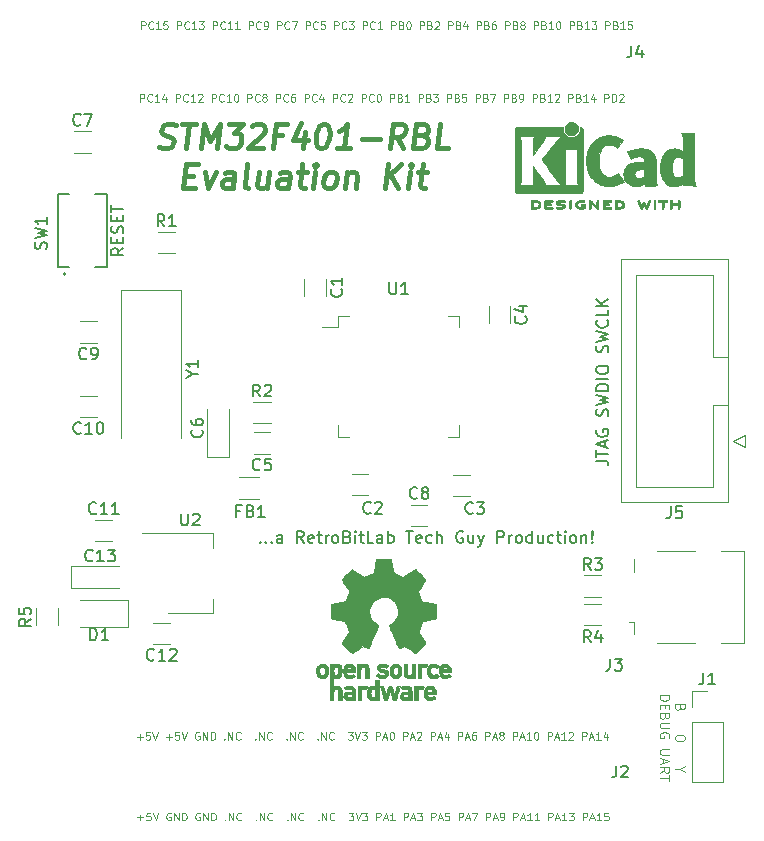
<source format=gto>
%TF.GenerationSoftware,KiCad,Pcbnew,5.1.9+dfsg1-1+deb11u1*%
%TF.CreationDate,2023-02-15T23:18:43+01:00*%
%TF.ProjectId,STM32F4XX,53544d33-3246-4345-9858-2e6b69636164,0.4*%
%TF.SameCoordinates,Original*%
%TF.FileFunction,Legend,Top*%
%TF.FilePolarity,Positive*%
%FSLAX46Y46*%
G04 Gerber Fmt 4.6, Leading zero omitted, Abs format (unit mm)*
G04 Created by KiCad (PCBNEW 5.1.9+dfsg1-1+deb11u1) date 2023-02-15 23:18:43*
%MOMM*%
%LPD*%
G01*
G04 APERTURE LIST*
%ADD10C,0.150000*%
%ADD11C,0.100000*%
%ADD12C,0.400000*%
%ADD13C,0.120000*%
%ADD14C,0.010000*%
%ADD15C,0.200000*%
G04 APERTURE END LIST*
D10*
X126352380Y-75472380D02*
X125876190Y-75805714D01*
X126352380Y-76043809D02*
X125352380Y-76043809D01*
X125352380Y-75662857D01*
X125400000Y-75567619D01*
X125447619Y-75520000D01*
X125542857Y-75472380D01*
X125685714Y-75472380D01*
X125780952Y-75520000D01*
X125828571Y-75567619D01*
X125876190Y-75662857D01*
X125876190Y-76043809D01*
X125828571Y-75043809D02*
X125828571Y-74710476D01*
X126352380Y-74567619D02*
X126352380Y-75043809D01*
X125352380Y-75043809D01*
X125352380Y-74567619D01*
X126304761Y-74186666D02*
X126352380Y-74043809D01*
X126352380Y-73805714D01*
X126304761Y-73710476D01*
X126257142Y-73662857D01*
X126161904Y-73615238D01*
X126066666Y-73615238D01*
X125971428Y-73662857D01*
X125923809Y-73710476D01*
X125876190Y-73805714D01*
X125828571Y-73996190D01*
X125780952Y-74091428D01*
X125733333Y-74139047D01*
X125638095Y-74186666D01*
X125542857Y-74186666D01*
X125447619Y-74139047D01*
X125400000Y-74091428D01*
X125352380Y-73996190D01*
X125352380Y-73758095D01*
X125400000Y-73615238D01*
X125828571Y-73186666D02*
X125828571Y-72853333D01*
X126352380Y-72710476D02*
X126352380Y-73186666D01*
X125352380Y-73186666D01*
X125352380Y-72710476D01*
X125352380Y-72424761D02*
X125352380Y-71853333D01*
X126352380Y-72139047D02*
X125352380Y-72139047D01*
D11*
X173507142Y-114376666D02*
X173469047Y-114490952D01*
X173430952Y-114529047D01*
X173354761Y-114567142D01*
X173240476Y-114567142D01*
X173164285Y-114529047D01*
X173126190Y-114490952D01*
X173088095Y-114414761D01*
X173088095Y-114110000D01*
X173888095Y-114110000D01*
X173888095Y-114376666D01*
X173850000Y-114452857D01*
X173811904Y-114490952D01*
X173735714Y-114529047D01*
X173659523Y-114529047D01*
X173583333Y-114490952D01*
X173545238Y-114452857D01*
X173507142Y-114376666D01*
X173507142Y-114110000D01*
X173888095Y-116890952D02*
X173888095Y-117043333D01*
X173850000Y-117119523D01*
X173773809Y-117195714D01*
X173621428Y-117233809D01*
X173354761Y-117233809D01*
X173202380Y-117195714D01*
X173126190Y-117119523D01*
X173088095Y-117043333D01*
X173088095Y-116890952D01*
X173126190Y-116814761D01*
X173202380Y-116738571D01*
X173354761Y-116700476D01*
X173621428Y-116700476D01*
X173773809Y-116738571D01*
X173850000Y-116814761D01*
X173888095Y-116890952D01*
X173469047Y-119557619D02*
X173088095Y-119557619D01*
X173888095Y-119290952D02*
X173469047Y-119557619D01*
X173888095Y-119824285D01*
X171788095Y-113348095D02*
X172588095Y-113348095D01*
X172588095Y-113538571D01*
X172550000Y-113652857D01*
X172473809Y-113729047D01*
X172397619Y-113767142D01*
X172245238Y-113805238D01*
X172130952Y-113805238D01*
X171978571Y-113767142D01*
X171902380Y-113729047D01*
X171826190Y-113652857D01*
X171788095Y-113538571D01*
X171788095Y-113348095D01*
X172207142Y-114148095D02*
X172207142Y-114414761D01*
X171788095Y-114529047D02*
X171788095Y-114148095D01*
X172588095Y-114148095D01*
X172588095Y-114529047D01*
X172207142Y-115138571D02*
X172169047Y-115252857D01*
X172130952Y-115290952D01*
X172054761Y-115329047D01*
X171940476Y-115329047D01*
X171864285Y-115290952D01*
X171826190Y-115252857D01*
X171788095Y-115176666D01*
X171788095Y-114871904D01*
X172588095Y-114871904D01*
X172588095Y-115138571D01*
X172550000Y-115214761D01*
X172511904Y-115252857D01*
X172435714Y-115290952D01*
X172359523Y-115290952D01*
X172283333Y-115252857D01*
X172245238Y-115214761D01*
X172207142Y-115138571D01*
X172207142Y-114871904D01*
X172588095Y-115671904D02*
X171940476Y-115671904D01*
X171864285Y-115710000D01*
X171826190Y-115748095D01*
X171788095Y-115824285D01*
X171788095Y-115976666D01*
X171826190Y-116052857D01*
X171864285Y-116090952D01*
X171940476Y-116129047D01*
X172588095Y-116129047D01*
X172550000Y-116929047D02*
X172588095Y-116852857D01*
X172588095Y-116738571D01*
X172550000Y-116624285D01*
X172473809Y-116548095D01*
X172397619Y-116510000D01*
X172245238Y-116471904D01*
X172130952Y-116471904D01*
X171978571Y-116510000D01*
X171902380Y-116548095D01*
X171826190Y-116624285D01*
X171788095Y-116738571D01*
X171788095Y-116814761D01*
X171826190Y-116929047D01*
X171864285Y-116967142D01*
X172130952Y-116967142D01*
X172130952Y-116814761D01*
X172588095Y-117919523D02*
X171940476Y-117919523D01*
X171864285Y-117957619D01*
X171826190Y-117995714D01*
X171788095Y-118071904D01*
X171788095Y-118224285D01*
X171826190Y-118300476D01*
X171864285Y-118338571D01*
X171940476Y-118376666D01*
X172588095Y-118376666D01*
X172016666Y-118719523D02*
X172016666Y-119100476D01*
X171788095Y-118643333D02*
X172588095Y-118910000D01*
X171788095Y-119176666D01*
X171788095Y-119900476D02*
X172169047Y-119633809D01*
X171788095Y-119443333D02*
X172588095Y-119443333D01*
X172588095Y-119748095D01*
X172550000Y-119824285D01*
X172511904Y-119862380D01*
X172435714Y-119900476D01*
X172321428Y-119900476D01*
X172245238Y-119862380D01*
X172207142Y-119824285D01*
X172169047Y-119748095D01*
X172169047Y-119443333D01*
X172588095Y-120129047D02*
X172588095Y-120586190D01*
X171788095Y-120357619D02*
X172588095Y-120357619D01*
D10*
X166412380Y-93490476D02*
X167126666Y-93490476D01*
X167269523Y-93538095D01*
X167364761Y-93633333D01*
X167412380Y-93776190D01*
X167412380Y-93871428D01*
X166412380Y-93157142D02*
X166412380Y-92585714D01*
X167412380Y-92871428D02*
X166412380Y-92871428D01*
X167126666Y-92300000D02*
X167126666Y-91823809D01*
X167412380Y-92395238D02*
X166412380Y-92061904D01*
X167412380Y-91728571D01*
X166460000Y-90871428D02*
X166412380Y-90966666D01*
X166412380Y-91109523D01*
X166460000Y-91252380D01*
X166555238Y-91347619D01*
X166650476Y-91395238D01*
X166840952Y-91442857D01*
X166983809Y-91442857D01*
X167174285Y-91395238D01*
X167269523Y-91347619D01*
X167364761Y-91252380D01*
X167412380Y-91109523D01*
X167412380Y-91014285D01*
X167364761Y-90871428D01*
X167317142Y-90823809D01*
X166983809Y-90823809D01*
X166983809Y-91014285D01*
X167364761Y-89680952D02*
X167412380Y-89538095D01*
X167412380Y-89300000D01*
X167364761Y-89204761D01*
X167317142Y-89157142D01*
X167221904Y-89109523D01*
X167126666Y-89109523D01*
X167031428Y-89157142D01*
X166983809Y-89204761D01*
X166936190Y-89300000D01*
X166888571Y-89490476D01*
X166840952Y-89585714D01*
X166793333Y-89633333D01*
X166698095Y-89680952D01*
X166602857Y-89680952D01*
X166507619Y-89633333D01*
X166460000Y-89585714D01*
X166412380Y-89490476D01*
X166412380Y-89252380D01*
X166460000Y-89109523D01*
X166412380Y-88776190D02*
X167412380Y-88538095D01*
X166698095Y-88347619D01*
X167412380Y-88157142D01*
X166412380Y-87919047D01*
X167412380Y-87538095D02*
X166412380Y-87538095D01*
X166412380Y-87300000D01*
X166460000Y-87157142D01*
X166555238Y-87061904D01*
X166650476Y-87014285D01*
X166840952Y-86966666D01*
X166983809Y-86966666D01*
X167174285Y-87014285D01*
X167269523Y-87061904D01*
X167364761Y-87157142D01*
X167412380Y-87300000D01*
X167412380Y-87538095D01*
X167412380Y-86538095D02*
X166412380Y-86538095D01*
X166412380Y-85871428D02*
X166412380Y-85680952D01*
X166460000Y-85585714D01*
X166555238Y-85490476D01*
X166745714Y-85442857D01*
X167079047Y-85442857D01*
X167269523Y-85490476D01*
X167364761Y-85585714D01*
X167412380Y-85680952D01*
X167412380Y-85871428D01*
X167364761Y-85966666D01*
X167269523Y-86061904D01*
X167079047Y-86109523D01*
X166745714Y-86109523D01*
X166555238Y-86061904D01*
X166460000Y-85966666D01*
X166412380Y-85871428D01*
X167364761Y-84300000D02*
X167412380Y-84157142D01*
X167412380Y-83919047D01*
X167364761Y-83823809D01*
X167317142Y-83776190D01*
X167221904Y-83728571D01*
X167126666Y-83728571D01*
X167031428Y-83776190D01*
X166983809Y-83823809D01*
X166936190Y-83919047D01*
X166888571Y-84109523D01*
X166840952Y-84204761D01*
X166793333Y-84252380D01*
X166698095Y-84300000D01*
X166602857Y-84300000D01*
X166507619Y-84252380D01*
X166460000Y-84204761D01*
X166412380Y-84109523D01*
X166412380Y-83871428D01*
X166460000Y-83728571D01*
X166412380Y-83395238D02*
X167412380Y-83157142D01*
X166698095Y-82966666D01*
X167412380Y-82776190D01*
X166412380Y-82538095D01*
X167317142Y-81585714D02*
X167364761Y-81633333D01*
X167412380Y-81776190D01*
X167412380Y-81871428D01*
X167364761Y-82014285D01*
X167269523Y-82109523D01*
X167174285Y-82157142D01*
X166983809Y-82204761D01*
X166840952Y-82204761D01*
X166650476Y-82157142D01*
X166555238Y-82109523D01*
X166460000Y-82014285D01*
X166412380Y-81871428D01*
X166412380Y-81776190D01*
X166460000Y-81633333D01*
X166507619Y-81585714D01*
X167412380Y-80680952D02*
X167412380Y-81157142D01*
X166412380Y-81157142D01*
X167412380Y-80347619D02*
X166412380Y-80347619D01*
X167412380Y-79776190D02*
X166840952Y-80204761D01*
X166412380Y-79776190D02*
X166983809Y-80347619D01*
D11*
X127539761Y-123686428D02*
X128035000Y-123686428D01*
X127787380Y-123934047D02*
X127787380Y-123438809D01*
X128654047Y-123284047D02*
X128344523Y-123284047D01*
X128313571Y-123593571D01*
X128344523Y-123562619D01*
X128406428Y-123531666D01*
X128561190Y-123531666D01*
X128623095Y-123562619D01*
X128654047Y-123593571D01*
X128685000Y-123655476D01*
X128685000Y-123810238D01*
X128654047Y-123872142D01*
X128623095Y-123903095D01*
X128561190Y-123934047D01*
X128406428Y-123934047D01*
X128344523Y-123903095D01*
X128313571Y-123872142D01*
X128870714Y-123284047D02*
X129087380Y-123934047D01*
X129304047Y-123284047D01*
X130356428Y-123315000D02*
X130294523Y-123284047D01*
X130201666Y-123284047D01*
X130108809Y-123315000D01*
X130046904Y-123376904D01*
X130015952Y-123438809D01*
X129985000Y-123562619D01*
X129985000Y-123655476D01*
X130015952Y-123779285D01*
X130046904Y-123841190D01*
X130108809Y-123903095D01*
X130201666Y-123934047D01*
X130263571Y-123934047D01*
X130356428Y-123903095D01*
X130387380Y-123872142D01*
X130387380Y-123655476D01*
X130263571Y-123655476D01*
X130665952Y-123934047D02*
X130665952Y-123284047D01*
X131037380Y-123934047D01*
X131037380Y-123284047D01*
X131346904Y-123934047D02*
X131346904Y-123284047D01*
X131501666Y-123284047D01*
X131594523Y-123315000D01*
X131656428Y-123376904D01*
X131687380Y-123438809D01*
X131718333Y-123562619D01*
X131718333Y-123655476D01*
X131687380Y-123779285D01*
X131656428Y-123841190D01*
X131594523Y-123903095D01*
X131501666Y-123934047D01*
X131346904Y-123934047D01*
X132832619Y-123315000D02*
X132770714Y-123284047D01*
X132677857Y-123284047D01*
X132585000Y-123315000D01*
X132523095Y-123376904D01*
X132492142Y-123438809D01*
X132461190Y-123562619D01*
X132461190Y-123655476D01*
X132492142Y-123779285D01*
X132523095Y-123841190D01*
X132585000Y-123903095D01*
X132677857Y-123934047D01*
X132739761Y-123934047D01*
X132832619Y-123903095D01*
X132863571Y-123872142D01*
X132863571Y-123655476D01*
X132739761Y-123655476D01*
X133142142Y-123934047D02*
X133142142Y-123284047D01*
X133513571Y-123934047D01*
X133513571Y-123284047D01*
X133823095Y-123934047D02*
X133823095Y-123284047D01*
X133977857Y-123284047D01*
X134070714Y-123315000D01*
X134132619Y-123376904D01*
X134163571Y-123438809D01*
X134194523Y-123562619D01*
X134194523Y-123655476D01*
X134163571Y-123779285D01*
X134132619Y-123841190D01*
X134070714Y-123903095D01*
X133977857Y-123934047D01*
X133823095Y-123934047D01*
X134968333Y-123872142D02*
X134999285Y-123903095D01*
X134968333Y-123934047D01*
X134937380Y-123903095D01*
X134968333Y-123872142D01*
X134968333Y-123934047D01*
X135277857Y-123934047D02*
X135277857Y-123284047D01*
X135649285Y-123934047D01*
X135649285Y-123284047D01*
X136330238Y-123872142D02*
X136299285Y-123903095D01*
X136206428Y-123934047D01*
X136144523Y-123934047D01*
X136051666Y-123903095D01*
X135989761Y-123841190D01*
X135958809Y-123779285D01*
X135927857Y-123655476D01*
X135927857Y-123562619D01*
X135958809Y-123438809D01*
X135989761Y-123376904D01*
X136051666Y-123315000D01*
X136144523Y-123284047D01*
X136206428Y-123284047D01*
X136299285Y-123315000D01*
X136330238Y-123345952D01*
X137599285Y-123872142D02*
X137630238Y-123903095D01*
X137599285Y-123934047D01*
X137568333Y-123903095D01*
X137599285Y-123872142D01*
X137599285Y-123934047D01*
X137908809Y-123934047D02*
X137908809Y-123284047D01*
X138280238Y-123934047D01*
X138280238Y-123284047D01*
X138961190Y-123872142D02*
X138930238Y-123903095D01*
X138837380Y-123934047D01*
X138775476Y-123934047D01*
X138682619Y-123903095D01*
X138620714Y-123841190D01*
X138589761Y-123779285D01*
X138558809Y-123655476D01*
X138558809Y-123562619D01*
X138589761Y-123438809D01*
X138620714Y-123376904D01*
X138682619Y-123315000D01*
X138775476Y-123284047D01*
X138837380Y-123284047D01*
X138930238Y-123315000D01*
X138961190Y-123345952D01*
X140230238Y-123872142D02*
X140261190Y-123903095D01*
X140230238Y-123934047D01*
X140199285Y-123903095D01*
X140230238Y-123872142D01*
X140230238Y-123934047D01*
X140539761Y-123934047D02*
X140539761Y-123284047D01*
X140911190Y-123934047D01*
X140911190Y-123284047D01*
X141592142Y-123872142D02*
X141561190Y-123903095D01*
X141468333Y-123934047D01*
X141406428Y-123934047D01*
X141313571Y-123903095D01*
X141251666Y-123841190D01*
X141220714Y-123779285D01*
X141189761Y-123655476D01*
X141189761Y-123562619D01*
X141220714Y-123438809D01*
X141251666Y-123376904D01*
X141313571Y-123315000D01*
X141406428Y-123284047D01*
X141468333Y-123284047D01*
X141561190Y-123315000D01*
X141592142Y-123345952D01*
X142861190Y-123872142D02*
X142892142Y-123903095D01*
X142861190Y-123934047D01*
X142830238Y-123903095D01*
X142861190Y-123872142D01*
X142861190Y-123934047D01*
X143170714Y-123934047D02*
X143170714Y-123284047D01*
X143542142Y-123934047D01*
X143542142Y-123284047D01*
X144223095Y-123872142D02*
X144192142Y-123903095D01*
X144099285Y-123934047D01*
X144037380Y-123934047D01*
X143944523Y-123903095D01*
X143882619Y-123841190D01*
X143851666Y-123779285D01*
X143820714Y-123655476D01*
X143820714Y-123562619D01*
X143851666Y-123438809D01*
X143882619Y-123376904D01*
X143944523Y-123315000D01*
X144037380Y-123284047D01*
X144099285Y-123284047D01*
X144192142Y-123315000D01*
X144223095Y-123345952D01*
X145430238Y-123284047D02*
X145832619Y-123284047D01*
X145615952Y-123531666D01*
X145708809Y-123531666D01*
X145770714Y-123562619D01*
X145801666Y-123593571D01*
X145832619Y-123655476D01*
X145832619Y-123810238D01*
X145801666Y-123872142D01*
X145770714Y-123903095D01*
X145708809Y-123934047D01*
X145523095Y-123934047D01*
X145461190Y-123903095D01*
X145430238Y-123872142D01*
X146018333Y-123284047D02*
X146235000Y-123934047D01*
X146451666Y-123284047D01*
X146606428Y-123284047D02*
X147008809Y-123284047D01*
X146792142Y-123531666D01*
X146885000Y-123531666D01*
X146946904Y-123562619D01*
X146977857Y-123593571D01*
X147008809Y-123655476D01*
X147008809Y-123810238D01*
X146977857Y-123872142D01*
X146946904Y-123903095D01*
X146885000Y-123934047D01*
X146699285Y-123934047D01*
X146637380Y-123903095D01*
X146606428Y-123872142D01*
X147782619Y-123934047D02*
X147782619Y-123284047D01*
X148030238Y-123284047D01*
X148092142Y-123315000D01*
X148123095Y-123345952D01*
X148154047Y-123407857D01*
X148154047Y-123500714D01*
X148123095Y-123562619D01*
X148092142Y-123593571D01*
X148030238Y-123624523D01*
X147782619Y-123624523D01*
X148401666Y-123748333D02*
X148711190Y-123748333D01*
X148339761Y-123934047D02*
X148556428Y-123284047D01*
X148773095Y-123934047D01*
X149330238Y-123934047D02*
X148958809Y-123934047D01*
X149144523Y-123934047D02*
X149144523Y-123284047D01*
X149082619Y-123376904D01*
X149020714Y-123438809D01*
X148958809Y-123469761D01*
X150104047Y-123934047D02*
X150104047Y-123284047D01*
X150351666Y-123284047D01*
X150413571Y-123315000D01*
X150444523Y-123345952D01*
X150475476Y-123407857D01*
X150475476Y-123500714D01*
X150444523Y-123562619D01*
X150413571Y-123593571D01*
X150351666Y-123624523D01*
X150104047Y-123624523D01*
X150723095Y-123748333D02*
X151032619Y-123748333D01*
X150661190Y-123934047D02*
X150877857Y-123284047D01*
X151094523Y-123934047D01*
X151249285Y-123284047D02*
X151651666Y-123284047D01*
X151435000Y-123531666D01*
X151527857Y-123531666D01*
X151589761Y-123562619D01*
X151620714Y-123593571D01*
X151651666Y-123655476D01*
X151651666Y-123810238D01*
X151620714Y-123872142D01*
X151589761Y-123903095D01*
X151527857Y-123934047D01*
X151342142Y-123934047D01*
X151280238Y-123903095D01*
X151249285Y-123872142D01*
X152425476Y-123934047D02*
X152425476Y-123284047D01*
X152673095Y-123284047D01*
X152735000Y-123315000D01*
X152765952Y-123345952D01*
X152796904Y-123407857D01*
X152796904Y-123500714D01*
X152765952Y-123562619D01*
X152735000Y-123593571D01*
X152673095Y-123624523D01*
X152425476Y-123624523D01*
X153044523Y-123748333D02*
X153354047Y-123748333D01*
X152982619Y-123934047D02*
X153199285Y-123284047D01*
X153415952Y-123934047D01*
X153942142Y-123284047D02*
X153632619Y-123284047D01*
X153601666Y-123593571D01*
X153632619Y-123562619D01*
X153694523Y-123531666D01*
X153849285Y-123531666D01*
X153911190Y-123562619D01*
X153942142Y-123593571D01*
X153973095Y-123655476D01*
X153973095Y-123810238D01*
X153942142Y-123872142D01*
X153911190Y-123903095D01*
X153849285Y-123934047D01*
X153694523Y-123934047D01*
X153632619Y-123903095D01*
X153601666Y-123872142D01*
X154746904Y-123934047D02*
X154746904Y-123284047D01*
X154994523Y-123284047D01*
X155056428Y-123315000D01*
X155087380Y-123345952D01*
X155118333Y-123407857D01*
X155118333Y-123500714D01*
X155087380Y-123562619D01*
X155056428Y-123593571D01*
X154994523Y-123624523D01*
X154746904Y-123624523D01*
X155365952Y-123748333D02*
X155675476Y-123748333D01*
X155304047Y-123934047D02*
X155520714Y-123284047D01*
X155737380Y-123934047D01*
X155892142Y-123284047D02*
X156325476Y-123284047D01*
X156046904Y-123934047D01*
X157068333Y-123934047D02*
X157068333Y-123284047D01*
X157315952Y-123284047D01*
X157377857Y-123315000D01*
X157408809Y-123345952D01*
X157439761Y-123407857D01*
X157439761Y-123500714D01*
X157408809Y-123562619D01*
X157377857Y-123593571D01*
X157315952Y-123624523D01*
X157068333Y-123624523D01*
X157687380Y-123748333D02*
X157996904Y-123748333D01*
X157625476Y-123934047D02*
X157842142Y-123284047D01*
X158058809Y-123934047D01*
X158306428Y-123934047D02*
X158430238Y-123934047D01*
X158492142Y-123903095D01*
X158523095Y-123872142D01*
X158585000Y-123779285D01*
X158615952Y-123655476D01*
X158615952Y-123407857D01*
X158585000Y-123345952D01*
X158554047Y-123315000D01*
X158492142Y-123284047D01*
X158368333Y-123284047D01*
X158306428Y-123315000D01*
X158275476Y-123345952D01*
X158244523Y-123407857D01*
X158244523Y-123562619D01*
X158275476Y-123624523D01*
X158306428Y-123655476D01*
X158368333Y-123686428D01*
X158492142Y-123686428D01*
X158554047Y-123655476D01*
X158585000Y-123624523D01*
X158615952Y-123562619D01*
X159389761Y-123934047D02*
X159389761Y-123284047D01*
X159637380Y-123284047D01*
X159699285Y-123315000D01*
X159730238Y-123345952D01*
X159761190Y-123407857D01*
X159761190Y-123500714D01*
X159730238Y-123562619D01*
X159699285Y-123593571D01*
X159637380Y-123624523D01*
X159389761Y-123624523D01*
X160008809Y-123748333D02*
X160318333Y-123748333D01*
X159946904Y-123934047D02*
X160163571Y-123284047D01*
X160380238Y-123934047D01*
X160937380Y-123934047D02*
X160565952Y-123934047D01*
X160751666Y-123934047D02*
X160751666Y-123284047D01*
X160689761Y-123376904D01*
X160627857Y-123438809D01*
X160565952Y-123469761D01*
X161556428Y-123934047D02*
X161185000Y-123934047D01*
X161370714Y-123934047D02*
X161370714Y-123284047D01*
X161308809Y-123376904D01*
X161246904Y-123438809D01*
X161185000Y-123469761D01*
X162330238Y-123934047D02*
X162330238Y-123284047D01*
X162577857Y-123284047D01*
X162639761Y-123315000D01*
X162670714Y-123345952D01*
X162701666Y-123407857D01*
X162701666Y-123500714D01*
X162670714Y-123562619D01*
X162639761Y-123593571D01*
X162577857Y-123624523D01*
X162330238Y-123624523D01*
X162949285Y-123748333D02*
X163258809Y-123748333D01*
X162887380Y-123934047D02*
X163104047Y-123284047D01*
X163320714Y-123934047D01*
X163877857Y-123934047D02*
X163506428Y-123934047D01*
X163692142Y-123934047D02*
X163692142Y-123284047D01*
X163630238Y-123376904D01*
X163568333Y-123438809D01*
X163506428Y-123469761D01*
X164094523Y-123284047D02*
X164496904Y-123284047D01*
X164280238Y-123531666D01*
X164373095Y-123531666D01*
X164435000Y-123562619D01*
X164465952Y-123593571D01*
X164496904Y-123655476D01*
X164496904Y-123810238D01*
X164465952Y-123872142D01*
X164435000Y-123903095D01*
X164373095Y-123934047D01*
X164187380Y-123934047D01*
X164125476Y-123903095D01*
X164094523Y-123872142D01*
X165270714Y-123934047D02*
X165270714Y-123284047D01*
X165518333Y-123284047D01*
X165580238Y-123315000D01*
X165611190Y-123345952D01*
X165642142Y-123407857D01*
X165642142Y-123500714D01*
X165611190Y-123562619D01*
X165580238Y-123593571D01*
X165518333Y-123624523D01*
X165270714Y-123624523D01*
X165889761Y-123748333D02*
X166199285Y-123748333D01*
X165827857Y-123934047D02*
X166044523Y-123284047D01*
X166261190Y-123934047D01*
X166818333Y-123934047D02*
X166446904Y-123934047D01*
X166632619Y-123934047D02*
X166632619Y-123284047D01*
X166570714Y-123376904D01*
X166508809Y-123438809D01*
X166446904Y-123469761D01*
X167406428Y-123284047D02*
X167096904Y-123284047D01*
X167065952Y-123593571D01*
X167096904Y-123562619D01*
X167158809Y-123531666D01*
X167313571Y-123531666D01*
X167375476Y-123562619D01*
X167406428Y-123593571D01*
X167437380Y-123655476D01*
X167437380Y-123810238D01*
X167406428Y-123872142D01*
X167375476Y-123903095D01*
X167313571Y-123934047D01*
X167158809Y-123934047D01*
X167096904Y-123903095D01*
X167065952Y-123872142D01*
X127489761Y-116846428D02*
X127985000Y-116846428D01*
X127737380Y-117094047D02*
X127737380Y-116598809D01*
X128604047Y-116444047D02*
X128294523Y-116444047D01*
X128263571Y-116753571D01*
X128294523Y-116722619D01*
X128356428Y-116691666D01*
X128511190Y-116691666D01*
X128573095Y-116722619D01*
X128604047Y-116753571D01*
X128635000Y-116815476D01*
X128635000Y-116970238D01*
X128604047Y-117032142D01*
X128573095Y-117063095D01*
X128511190Y-117094047D01*
X128356428Y-117094047D01*
X128294523Y-117063095D01*
X128263571Y-117032142D01*
X128820714Y-116444047D02*
X129037380Y-117094047D01*
X129254047Y-116444047D01*
X129965952Y-116846428D02*
X130461190Y-116846428D01*
X130213571Y-117094047D02*
X130213571Y-116598809D01*
X131080238Y-116444047D02*
X130770714Y-116444047D01*
X130739761Y-116753571D01*
X130770714Y-116722619D01*
X130832619Y-116691666D01*
X130987380Y-116691666D01*
X131049285Y-116722619D01*
X131080238Y-116753571D01*
X131111190Y-116815476D01*
X131111190Y-116970238D01*
X131080238Y-117032142D01*
X131049285Y-117063095D01*
X130987380Y-117094047D01*
X130832619Y-117094047D01*
X130770714Y-117063095D01*
X130739761Y-117032142D01*
X131296904Y-116444047D02*
X131513571Y-117094047D01*
X131730238Y-116444047D01*
X132782619Y-116475000D02*
X132720714Y-116444047D01*
X132627857Y-116444047D01*
X132535000Y-116475000D01*
X132473095Y-116536904D01*
X132442142Y-116598809D01*
X132411190Y-116722619D01*
X132411190Y-116815476D01*
X132442142Y-116939285D01*
X132473095Y-117001190D01*
X132535000Y-117063095D01*
X132627857Y-117094047D01*
X132689761Y-117094047D01*
X132782619Y-117063095D01*
X132813571Y-117032142D01*
X132813571Y-116815476D01*
X132689761Y-116815476D01*
X133092142Y-117094047D02*
X133092142Y-116444047D01*
X133463571Y-117094047D01*
X133463571Y-116444047D01*
X133773095Y-117094047D02*
X133773095Y-116444047D01*
X133927857Y-116444047D01*
X134020714Y-116475000D01*
X134082619Y-116536904D01*
X134113571Y-116598809D01*
X134144523Y-116722619D01*
X134144523Y-116815476D01*
X134113571Y-116939285D01*
X134082619Y-117001190D01*
X134020714Y-117063095D01*
X133927857Y-117094047D01*
X133773095Y-117094047D01*
X134918333Y-117032142D02*
X134949285Y-117063095D01*
X134918333Y-117094047D01*
X134887380Y-117063095D01*
X134918333Y-117032142D01*
X134918333Y-117094047D01*
X135227857Y-117094047D02*
X135227857Y-116444047D01*
X135599285Y-117094047D01*
X135599285Y-116444047D01*
X136280238Y-117032142D02*
X136249285Y-117063095D01*
X136156428Y-117094047D01*
X136094523Y-117094047D01*
X136001666Y-117063095D01*
X135939761Y-117001190D01*
X135908809Y-116939285D01*
X135877857Y-116815476D01*
X135877857Y-116722619D01*
X135908809Y-116598809D01*
X135939761Y-116536904D01*
X136001666Y-116475000D01*
X136094523Y-116444047D01*
X136156428Y-116444047D01*
X136249285Y-116475000D01*
X136280238Y-116505952D01*
X137549285Y-117032142D02*
X137580238Y-117063095D01*
X137549285Y-117094047D01*
X137518333Y-117063095D01*
X137549285Y-117032142D01*
X137549285Y-117094047D01*
X137858809Y-117094047D02*
X137858809Y-116444047D01*
X138230238Y-117094047D01*
X138230238Y-116444047D01*
X138911190Y-117032142D02*
X138880238Y-117063095D01*
X138787380Y-117094047D01*
X138725476Y-117094047D01*
X138632619Y-117063095D01*
X138570714Y-117001190D01*
X138539761Y-116939285D01*
X138508809Y-116815476D01*
X138508809Y-116722619D01*
X138539761Y-116598809D01*
X138570714Y-116536904D01*
X138632619Y-116475000D01*
X138725476Y-116444047D01*
X138787380Y-116444047D01*
X138880238Y-116475000D01*
X138911190Y-116505952D01*
X140180238Y-117032142D02*
X140211190Y-117063095D01*
X140180238Y-117094047D01*
X140149285Y-117063095D01*
X140180238Y-117032142D01*
X140180238Y-117094047D01*
X140489761Y-117094047D02*
X140489761Y-116444047D01*
X140861190Y-117094047D01*
X140861190Y-116444047D01*
X141542142Y-117032142D02*
X141511190Y-117063095D01*
X141418333Y-117094047D01*
X141356428Y-117094047D01*
X141263571Y-117063095D01*
X141201666Y-117001190D01*
X141170714Y-116939285D01*
X141139761Y-116815476D01*
X141139761Y-116722619D01*
X141170714Y-116598809D01*
X141201666Y-116536904D01*
X141263571Y-116475000D01*
X141356428Y-116444047D01*
X141418333Y-116444047D01*
X141511190Y-116475000D01*
X141542142Y-116505952D01*
X142811190Y-117032142D02*
X142842142Y-117063095D01*
X142811190Y-117094047D01*
X142780238Y-117063095D01*
X142811190Y-117032142D01*
X142811190Y-117094047D01*
X143120714Y-117094047D02*
X143120714Y-116444047D01*
X143492142Y-117094047D01*
X143492142Y-116444047D01*
X144173095Y-117032142D02*
X144142142Y-117063095D01*
X144049285Y-117094047D01*
X143987380Y-117094047D01*
X143894523Y-117063095D01*
X143832619Y-117001190D01*
X143801666Y-116939285D01*
X143770714Y-116815476D01*
X143770714Y-116722619D01*
X143801666Y-116598809D01*
X143832619Y-116536904D01*
X143894523Y-116475000D01*
X143987380Y-116444047D01*
X144049285Y-116444047D01*
X144142142Y-116475000D01*
X144173095Y-116505952D01*
X145380238Y-116444047D02*
X145782619Y-116444047D01*
X145565952Y-116691666D01*
X145658809Y-116691666D01*
X145720714Y-116722619D01*
X145751666Y-116753571D01*
X145782619Y-116815476D01*
X145782619Y-116970238D01*
X145751666Y-117032142D01*
X145720714Y-117063095D01*
X145658809Y-117094047D01*
X145473095Y-117094047D01*
X145411190Y-117063095D01*
X145380238Y-117032142D01*
X145968333Y-116444047D02*
X146185000Y-117094047D01*
X146401666Y-116444047D01*
X146556428Y-116444047D02*
X146958809Y-116444047D01*
X146742142Y-116691666D01*
X146835000Y-116691666D01*
X146896904Y-116722619D01*
X146927857Y-116753571D01*
X146958809Y-116815476D01*
X146958809Y-116970238D01*
X146927857Y-117032142D01*
X146896904Y-117063095D01*
X146835000Y-117094047D01*
X146649285Y-117094047D01*
X146587380Y-117063095D01*
X146556428Y-117032142D01*
X147732619Y-117094047D02*
X147732619Y-116444047D01*
X147980238Y-116444047D01*
X148042142Y-116475000D01*
X148073095Y-116505952D01*
X148104047Y-116567857D01*
X148104047Y-116660714D01*
X148073095Y-116722619D01*
X148042142Y-116753571D01*
X147980238Y-116784523D01*
X147732619Y-116784523D01*
X148351666Y-116908333D02*
X148661190Y-116908333D01*
X148289761Y-117094047D02*
X148506428Y-116444047D01*
X148723095Y-117094047D01*
X149063571Y-116444047D02*
X149125476Y-116444047D01*
X149187380Y-116475000D01*
X149218333Y-116505952D01*
X149249285Y-116567857D01*
X149280238Y-116691666D01*
X149280238Y-116846428D01*
X149249285Y-116970238D01*
X149218333Y-117032142D01*
X149187380Y-117063095D01*
X149125476Y-117094047D01*
X149063571Y-117094047D01*
X149001666Y-117063095D01*
X148970714Y-117032142D01*
X148939761Y-116970238D01*
X148908809Y-116846428D01*
X148908809Y-116691666D01*
X148939761Y-116567857D01*
X148970714Y-116505952D01*
X149001666Y-116475000D01*
X149063571Y-116444047D01*
X150054047Y-117094047D02*
X150054047Y-116444047D01*
X150301666Y-116444047D01*
X150363571Y-116475000D01*
X150394523Y-116505952D01*
X150425476Y-116567857D01*
X150425476Y-116660714D01*
X150394523Y-116722619D01*
X150363571Y-116753571D01*
X150301666Y-116784523D01*
X150054047Y-116784523D01*
X150673095Y-116908333D02*
X150982619Y-116908333D01*
X150611190Y-117094047D02*
X150827857Y-116444047D01*
X151044523Y-117094047D01*
X151230238Y-116505952D02*
X151261190Y-116475000D01*
X151323095Y-116444047D01*
X151477857Y-116444047D01*
X151539761Y-116475000D01*
X151570714Y-116505952D01*
X151601666Y-116567857D01*
X151601666Y-116629761D01*
X151570714Y-116722619D01*
X151199285Y-117094047D01*
X151601666Y-117094047D01*
X152375476Y-117094047D02*
X152375476Y-116444047D01*
X152623095Y-116444047D01*
X152685000Y-116475000D01*
X152715952Y-116505952D01*
X152746904Y-116567857D01*
X152746904Y-116660714D01*
X152715952Y-116722619D01*
X152685000Y-116753571D01*
X152623095Y-116784523D01*
X152375476Y-116784523D01*
X152994523Y-116908333D02*
X153304047Y-116908333D01*
X152932619Y-117094047D02*
X153149285Y-116444047D01*
X153365952Y-117094047D01*
X153861190Y-116660714D02*
X153861190Y-117094047D01*
X153706428Y-116413095D02*
X153551666Y-116877380D01*
X153954047Y-116877380D01*
X154696904Y-117094047D02*
X154696904Y-116444047D01*
X154944523Y-116444047D01*
X155006428Y-116475000D01*
X155037380Y-116505952D01*
X155068333Y-116567857D01*
X155068333Y-116660714D01*
X155037380Y-116722619D01*
X155006428Y-116753571D01*
X154944523Y-116784523D01*
X154696904Y-116784523D01*
X155315952Y-116908333D02*
X155625476Y-116908333D01*
X155254047Y-117094047D02*
X155470714Y-116444047D01*
X155687380Y-117094047D01*
X156182619Y-116444047D02*
X156058809Y-116444047D01*
X155996904Y-116475000D01*
X155965952Y-116505952D01*
X155904047Y-116598809D01*
X155873095Y-116722619D01*
X155873095Y-116970238D01*
X155904047Y-117032142D01*
X155935000Y-117063095D01*
X155996904Y-117094047D01*
X156120714Y-117094047D01*
X156182619Y-117063095D01*
X156213571Y-117032142D01*
X156244523Y-116970238D01*
X156244523Y-116815476D01*
X156213571Y-116753571D01*
X156182619Y-116722619D01*
X156120714Y-116691666D01*
X155996904Y-116691666D01*
X155935000Y-116722619D01*
X155904047Y-116753571D01*
X155873095Y-116815476D01*
X157018333Y-117094047D02*
X157018333Y-116444047D01*
X157265952Y-116444047D01*
X157327857Y-116475000D01*
X157358809Y-116505952D01*
X157389761Y-116567857D01*
X157389761Y-116660714D01*
X157358809Y-116722619D01*
X157327857Y-116753571D01*
X157265952Y-116784523D01*
X157018333Y-116784523D01*
X157637380Y-116908333D02*
X157946904Y-116908333D01*
X157575476Y-117094047D02*
X157792142Y-116444047D01*
X158008809Y-117094047D01*
X158318333Y-116722619D02*
X158256428Y-116691666D01*
X158225476Y-116660714D01*
X158194523Y-116598809D01*
X158194523Y-116567857D01*
X158225476Y-116505952D01*
X158256428Y-116475000D01*
X158318333Y-116444047D01*
X158442142Y-116444047D01*
X158504047Y-116475000D01*
X158535000Y-116505952D01*
X158565952Y-116567857D01*
X158565952Y-116598809D01*
X158535000Y-116660714D01*
X158504047Y-116691666D01*
X158442142Y-116722619D01*
X158318333Y-116722619D01*
X158256428Y-116753571D01*
X158225476Y-116784523D01*
X158194523Y-116846428D01*
X158194523Y-116970238D01*
X158225476Y-117032142D01*
X158256428Y-117063095D01*
X158318333Y-117094047D01*
X158442142Y-117094047D01*
X158504047Y-117063095D01*
X158535000Y-117032142D01*
X158565952Y-116970238D01*
X158565952Y-116846428D01*
X158535000Y-116784523D01*
X158504047Y-116753571D01*
X158442142Y-116722619D01*
X159339761Y-117094047D02*
X159339761Y-116444047D01*
X159587380Y-116444047D01*
X159649285Y-116475000D01*
X159680238Y-116505952D01*
X159711190Y-116567857D01*
X159711190Y-116660714D01*
X159680238Y-116722619D01*
X159649285Y-116753571D01*
X159587380Y-116784523D01*
X159339761Y-116784523D01*
X159958809Y-116908333D02*
X160268333Y-116908333D01*
X159896904Y-117094047D02*
X160113571Y-116444047D01*
X160330238Y-117094047D01*
X160887380Y-117094047D02*
X160515952Y-117094047D01*
X160701666Y-117094047D02*
X160701666Y-116444047D01*
X160639761Y-116536904D01*
X160577857Y-116598809D01*
X160515952Y-116629761D01*
X161289761Y-116444047D02*
X161351666Y-116444047D01*
X161413571Y-116475000D01*
X161444523Y-116505952D01*
X161475476Y-116567857D01*
X161506428Y-116691666D01*
X161506428Y-116846428D01*
X161475476Y-116970238D01*
X161444523Y-117032142D01*
X161413571Y-117063095D01*
X161351666Y-117094047D01*
X161289761Y-117094047D01*
X161227857Y-117063095D01*
X161196904Y-117032142D01*
X161165952Y-116970238D01*
X161135000Y-116846428D01*
X161135000Y-116691666D01*
X161165952Y-116567857D01*
X161196904Y-116505952D01*
X161227857Y-116475000D01*
X161289761Y-116444047D01*
X162280238Y-117094047D02*
X162280238Y-116444047D01*
X162527857Y-116444047D01*
X162589761Y-116475000D01*
X162620714Y-116505952D01*
X162651666Y-116567857D01*
X162651666Y-116660714D01*
X162620714Y-116722619D01*
X162589761Y-116753571D01*
X162527857Y-116784523D01*
X162280238Y-116784523D01*
X162899285Y-116908333D02*
X163208809Y-116908333D01*
X162837380Y-117094047D02*
X163054047Y-116444047D01*
X163270714Y-117094047D01*
X163827857Y-117094047D02*
X163456428Y-117094047D01*
X163642142Y-117094047D02*
X163642142Y-116444047D01*
X163580238Y-116536904D01*
X163518333Y-116598809D01*
X163456428Y-116629761D01*
X164075476Y-116505952D02*
X164106428Y-116475000D01*
X164168333Y-116444047D01*
X164323095Y-116444047D01*
X164385000Y-116475000D01*
X164415952Y-116505952D01*
X164446904Y-116567857D01*
X164446904Y-116629761D01*
X164415952Y-116722619D01*
X164044523Y-117094047D01*
X164446904Y-117094047D01*
X165220714Y-117094047D02*
X165220714Y-116444047D01*
X165468333Y-116444047D01*
X165530238Y-116475000D01*
X165561190Y-116505952D01*
X165592142Y-116567857D01*
X165592142Y-116660714D01*
X165561190Y-116722619D01*
X165530238Y-116753571D01*
X165468333Y-116784523D01*
X165220714Y-116784523D01*
X165839761Y-116908333D02*
X166149285Y-116908333D01*
X165777857Y-117094047D02*
X165994523Y-116444047D01*
X166211190Y-117094047D01*
X166768333Y-117094047D02*
X166396904Y-117094047D01*
X166582619Y-117094047D02*
X166582619Y-116444047D01*
X166520714Y-116536904D01*
X166458809Y-116598809D01*
X166396904Y-116629761D01*
X167325476Y-116660714D02*
X167325476Y-117094047D01*
X167170714Y-116413095D02*
X167015952Y-116877380D01*
X167418333Y-116877380D01*
X127869761Y-56924047D02*
X127869761Y-56274047D01*
X128117380Y-56274047D01*
X128179285Y-56305000D01*
X128210238Y-56335952D01*
X128241190Y-56397857D01*
X128241190Y-56490714D01*
X128210238Y-56552619D01*
X128179285Y-56583571D01*
X128117380Y-56614523D01*
X127869761Y-56614523D01*
X128891190Y-56862142D02*
X128860238Y-56893095D01*
X128767380Y-56924047D01*
X128705476Y-56924047D01*
X128612619Y-56893095D01*
X128550714Y-56831190D01*
X128519761Y-56769285D01*
X128488809Y-56645476D01*
X128488809Y-56552619D01*
X128519761Y-56428809D01*
X128550714Y-56366904D01*
X128612619Y-56305000D01*
X128705476Y-56274047D01*
X128767380Y-56274047D01*
X128860238Y-56305000D01*
X128891190Y-56335952D01*
X129510238Y-56924047D02*
X129138809Y-56924047D01*
X129324523Y-56924047D02*
X129324523Y-56274047D01*
X129262619Y-56366904D01*
X129200714Y-56428809D01*
X129138809Y-56459761D01*
X130098333Y-56274047D02*
X129788809Y-56274047D01*
X129757857Y-56583571D01*
X129788809Y-56552619D01*
X129850714Y-56521666D01*
X130005476Y-56521666D01*
X130067380Y-56552619D01*
X130098333Y-56583571D01*
X130129285Y-56645476D01*
X130129285Y-56800238D01*
X130098333Y-56862142D01*
X130067380Y-56893095D01*
X130005476Y-56924047D01*
X129850714Y-56924047D01*
X129788809Y-56893095D01*
X129757857Y-56862142D01*
X130903095Y-56924047D02*
X130903095Y-56274047D01*
X131150714Y-56274047D01*
X131212619Y-56305000D01*
X131243571Y-56335952D01*
X131274523Y-56397857D01*
X131274523Y-56490714D01*
X131243571Y-56552619D01*
X131212619Y-56583571D01*
X131150714Y-56614523D01*
X130903095Y-56614523D01*
X131924523Y-56862142D02*
X131893571Y-56893095D01*
X131800714Y-56924047D01*
X131738809Y-56924047D01*
X131645952Y-56893095D01*
X131584047Y-56831190D01*
X131553095Y-56769285D01*
X131522142Y-56645476D01*
X131522142Y-56552619D01*
X131553095Y-56428809D01*
X131584047Y-56366904D01*
X131645952Y-56305000D01*
X131738809Y-56274047D01*
X131800714Y-56274047D01*
X131893571Y-56305000D01*
X131924523Y-56335952D01*
X132543571Y-56924047D02*
X132172142Y-56924047D01*
X132357857Y-56924047D02*
X132357857Y-56274047D01*
X132295952Y-56366904D01*
X132234047Y-56428809D01*
X132172142Y-56459761D01*
X132760238Y-56274047D02*
X133162619Y-56274047D01*
X132945952Y-56521666D01*
X133038809Y-56521666D01*
X133100714Y-56552619D01*
X133131666Y-56583571D01*
X133162619Y-56645476D01*
X133162619Y-56800238D01*
X133131666Y-56862142D01*
X133100714Y-56893095D01*
X133038809Y-56924047D01*
X132853095Y-56924047D01*
X132791190Y-56893095D01*
X132760238Y-56862142D01*
X133936428Y-56924047D02*
X133936428Y-56274047D01*
X134184047Y-56274047D01*
X134245952Y-56305000D01*
X134276904Y-56335952D01*
X134307857Y-56397857D01*
X134307857Y-56490714D01*
X134276904Y-56552619D01*
X134245952Y-56583571D01*
X134184047Y-56614523D01*
X133936428Y-56614523D01*
X134957857Y-56862142D02*
X134926904Y-56893095D01*
X134834047Y-56924047D01*
X134772142Y-56924047D01*
X134679285Y-56893095D01*
X134617380Y-56831190D01*
X134586428Y-56769285D01*
X134555476Y-56645476D01*
X134555476Y-56552619D01*
X134586428Y-56428809D01*
X134617380Y-56366904D01*
X134679285Y-56305000D01*
X134772142Y-56274047D01*
X134834047Y-56274047D01*
X134926904Y-56305000D01*
X134957857Y-56335952D01*
X135576904Y-56924047D02*
X135205476Y-56924047D01*
X135391190Y-56924047D02*
X135391190Y-56274047D01*
X135329285Y-56366904D01*
X135267380Y-56428809D01*
X135205476Y-56459761D01*
X136195952Y-56924047D02*
X135824523Y-56924047D01*
X136010238Y-56924047D02*
X136010238Y-56274047D01*
X135948333Y-56366904D01*
X135886428Y-56428809D01*
X135824523Y-56459761D01*
X136969761Y-56924047D02*
X136969761Y-56274047D01*
X137217380Y-56274047D01*
X137279285Y-56305000D01*
X137310238Y-56335952D01*
X137341190Y-56397857D01*
X137341190Y-56490714D01*
X137310238Y-56552619D01*
X137279285Y-56583571D01*
X137217380Y-56614523D01*
X136969761Y-56614523D01*
X137991190Y-56862142D02*
X137960238Y-56893095D01*
X137867380Y-56924047D01*
X137805476Y-56924047D01*
X137712619Y-56893095D01*
X137650714Y-56831190D01*
X137619761Y-56769285D01*
X137588809Y-56645476D01*
X137588809Y-56552619D01*
X137619761Y-56428809D01*
X137650714Y-56366904D01*
X137712619Y-56305000D01*
X137805476Y-56274047D01*
X137867380Y-56274047D01*
X137960238Y-56305000D01*
X137991190Y-56335952D01*
X138300714Y-56924047D02*
X138424523Y-56924047D01*
X138486428Y-56893095D01*
X138517380Y-56862142D01*
X138579285Y-56769285D01*
X138610238Y-56645476D01*
X138610238Y-56397857D01*
X138579285Y-56335952D01*
X138548333Y-56305000D01*
X138486428Y-56274047D01*
X138362619Y-56274047D01*
X138300714Y-56305000D01*
X138269761Y-56335952D01*
X138238809Y-56397857D01*
X138238809Y-56552619D01*
X138269761Y-56614523D01*
X138300714Y-56645476D01*
X138362619Y-56676428D01*
X138486428Y-56676428D01*
X138548333Y-56645476D01*
X138579285Y-56614523D01*
X138610238Y-56552619D01*
X139384047Y-56924047D02*
X139384047Y-56274047D01*
X139631666Y-56274047D01*
X139693571Y-56305000D01*
X139724523Y-56335952D01*
X139755476Y-56397857D01*
X139755476Y-56490714D01*
X139724523Y-56552619D01*
X139693571Y-56583571D01*
X139631666Y-56614523D01*
X139384047Y-56614523D01*
X140405476Y-56862142D02*
X140374523Y-56893095D01*
X140281666Y-56924047D01*
X140219761Y-56924047D01*
X140126904Y-56893095D01*
X140065000Y-56831190D01*
X140034047Y-56769285D01*
X140003095Y-56645476D01*
X140003095Y-56552619D01*
X140034047Y-56428809D01*
X140065000Y-56366904D01*
X140126904Y-56305000D01*
X140219761Y-56274047D01*
X140281666Y-56274047D01*
X140374523Y-56305000D01*
X140405476Y-56335952D01*
X140622142Y-56274047D02*
X141055476Y-56274047D01*
X140776904Y-56924047D01*
X141798333Y-56924047D02*
X141798333Y-56274047D01*
X142045952Y-56274047D01*
X142107857Y-56305000D01*
X142138809Y-56335952D01*
X142169761Y-56397857D01*
X142169761Y-56490714D01*
X142138809Y-56552619D01*
X142107857Y-56583571D01*
X142045952Y-56614523D01*
X141798333Y-56614523D01*
X142819761Y-56862142D02*
X142788809Y-56893095D01*
X142695952Y-56924047D01*
X142634047Y-56924047D01*
X142541190Y-56893095D01*
X142479285Y-56831190D01*
X142448333Y-56769285D01*
X142417380Y-56645476D01*
X142417380Y-56552619D01*
X142448333Y-56428809D01*
X142479285Y-56366904D01*
X142541190Y-56305000D01*
X142634047Y-56274047D01*
X142695952Y-56274047D01*
X142788809Y-56305000D01*
X142819761Y-56335952D01*
X143407857Y-56274047D02*
X143098333Y-56274047D01*
X143067380Y-56583571D01*
X143098333Y-56552619D01*
X143160238Y-56521666D01*
X143315000Y-56521666D01*
X143376904Y-56552619D01*
X143407857Y-56583571D01*
X143438809Y-56645476D01*
X143438809Y-56800238D01*
X143407857Y-56862142D01*
X143376904Y-56893095D01*
X143315000Y-56924047D01*
X143160238Y-56924047D01*
X143098333Y-56893095D01*
X143067380Y-56862142D01*
X144212619Y-56924047D02*
X144212619Y-56274047D01*
X144460238Y-56274047D01*
X144522142Y-56305000D01*
X144553095Y-56335952D01*
X144584047Y-56397857D01*
X144584047Y-56490714D01*
X144553095Y-56552619D01*
X144522142Y-56583571D01*
X144460238Y-56614523D01*
X144212619Y-56614523D01*
X145234047Y-56862142D02*
X145203095Y-56893095D01*
X145110238Y-56924047D01*
X145048333Y-56924047D01*
X144955476Y-56893095D01*
X144893571Y-56831190D01*
X144862619Y-56769285D01*
X144831666Y-56645476D01*
X144831666Y-56552619D01*
X144862619Y-56428809D01*
X144893571Y-56366904D01*
X144955476Y-56305000D01*
X145048333Y-56274047D01*
X145110238Y-56274047D01*
X145203095Y-56305000D01*
X145234047Y-56335952D01*
X145450714Y-56274047D02*
X145853095Y-56274047D01*
X145636428Y-56521666D01*
X145729285Y-56521666D01*
X145791190Y-56552619D01*
X145822142Y-56583571D01*
X145853095Y-56645476D01*
X145853095Y-56800238D01*
X145822142Y-56862142D01*
X145791190Y-56893095D01*
X145729285Y-56924047D01*
X145543571Y-56924047D01*
X145481666Y-56893095D01*
X145450714Y-56862142D01*
X146626904Y-56924047D02*
X146626904Y-56274047D01*
X146874523Y-56274047D01*
X146936428Y-56305000D01*
X146967380Y-56335952D01*
X146998333Y-56397857D01*
X146998333Y-56490714D01*
X146967380Y-56552619D01*
X146936428Y-56583571D01*
X146874523Y-56614523D01*
X146626904Y-56614523D01*
X147648333Y-56862142D02*
X147617380Y-56893095D01*
X147524523Y-56924047D01*
X147462619Y-56924047D01*
X147369761Y-56893095D01*
X147307857Y-56831190D01*
X147276904Y-56769285D01*
X147245952Y-56645476D01*
X147245952Y-56552619D01*
X147276904Y-56428809D01*
X147307857Y-56366904D01*
X147369761Y-56305000D01*
X147462619Y-56274047D01*
X147524523Y-56274047D01*
X147617380Y-56305000D01*
X147648333Y-56335952D01*
X148267380Y-56924047D02*
X147895952Y-56924047D01*
X148081666Y-56924047D02*
X148081666Y-56274047D01*
X148019761Y-56366904D01*
X147957857Y-56428809D01*
X147895952Y-56459761D01*
X149041190Y-56924047D02*
X149041190Y-56274047D01*
X149288809Y-56274047D01*
X149350714Y-56305000D01*
X149381666Y-56335952D01*
X149412619Y-56397857D01*
X149412619Y-56490714D01*
X149381666Y-56552619D01*
X149350714Y-56583571D01*
X149288809Y-56614523D01*
X149041190Y-56614523D01*
X149907857Y-56583571D02*
X150000714Y-56614523D01*
X150031666Y-56645476D01*
X150062619Y-56707380D01*
X150062619Y-56800238D01*
X150031666Y-56862142D01*
X150000714Y-56893095D01*
X149938809Y-56924047D01*
X149691190Y-56924047D01*
X149691190Y-56274047D01*
X149907857Y-56274047D01*
X149969761Y-56305000D01*
X150000714Y-56335952D01*
X150031666Y-56397857D01*
X150031666Y-56459761D01*
X150000714Y-56521666D01*
X149969761Y-56552619D01*
X149907857Y-56583571D01*
X149691190Y-56583571D01*
X150465000Y-56274047D02*
X150526904Y-56274047D01*
X150588809Y-56305000D01*
X150619761Y-56335952D01*
X150650714Y-56397857D01*
X150681666Y-56521666D01*
X150681666Y-56676428D01*
X150650714Y-56800238D01*
X150619761Y-56862142D01*
X150588809Y-56893095D01*
X150526904Y-56924047D01*
X150465000Y-56924047D01*
X150403095Y-56893095D01*
X150372142Y-56862142D01*
X150341190Y-56800238D01*
X150310238Y-56676428D01*
X150310238Y-56521666D01*
X150341190Y-56397857D01*
X150372142Y-56335952D01*
X150403095Y-56305000D01*
X150465000Y-56274047D01*
X151455476Y-56924047D02*
X151455476Y-56274047D01*
X151703095Y-56274047D01*
X151765000Y-56305000D01*
X151795952Y-56335952D01*
X151826904Y-56397857D01*
X151826904Y-56490714D01*
X151795952Y-56552619D01*
X151765000Y-56583571D01*
X151703095Y-56614523D01*
X151455476Y-56614523D01*
X152322142Y-56583571D02*
X152415000Y-56614523D01*
X152445952Y-56645476D01*
X152476904Y-56707380D01*
X152476904Y-56800238D01*
X152445952Y-56862142D01*
X152415000Y-56893095D01*
X152353095Y-56924047D01*
X152105476Y-56924047D01*
X152105476Y-56274047D01*
X152322142Y-56274047D01*
X152384047Y-56305000D01*
X152415000Y-56335952D01*
X152445952Y-56397857D01*
X152445952Y-56459761D01*
X152415000Y-56521666D01*
X152384047Y-56552619D01*
X152322142Y-56583571D01*
X152105476Y-56583571D01*
X152724523Y-56335952D02*
X152755476Y-56305000D01*
X152817380Y-56274047D01*
X152972142Y-56274047D01*
X153034047Y-56305000D01*
X153065000Y-56335952D01*
X153095952Y-56397857D01*
X153095952Y-56459761D01*
X153065000Y-56552619D01*
X152693571Y-56924047D01*
X153095952Y-56924047D01*
X153869761Y-56924047D02*
X153869761Y-56274047D01*
X154117380Y-56274047D01*
X154179285Y-56305000D01*
X154210238Y-56335952D01*
X154241190Y-56397857D01*
X154241190Y-56490714D01*
X154210238Y-56552619D01*
X154179285Y-56583571D01*
X154117380Y-56614523D01*
X153869761Y-56614523D01*
X154736428Y-56583571D02*
X154829285Y-56614523D01*
X154860238Y-56645476D01*
X154891190Y-56707380D01*
X154891190Y-56800238D01*
X154860238Y-56862142D01*
X154829285Y-56893095D01*
X154767380Y-56924047D01*
X154519761Y-56924047D01*
X154519761Y-56274047D01*
X154736428Y-56274047D01*
X154798333Y-56305000D01*
X154829285Y-56335952D01*
X154860238Y-56397857D01*
X154860238Y-56459761D01*
X154829285Y-56521666D01*
X154798333Y-56552619D01*
X154736428Y-56583571D01*
X154519761Y-56583571D01*
X155448333Y-56490714D02*
X155448333Y-56924047D01*
X155293571Y-56243095D02*
X155138809Y-56707380D01*
X155541190Y-56707380D01*
X156284047Y-56924047D02*
X156284047Y-56274047D01*
X156531666Y-56274047D01*
X156593571Y-56305000D01*
X156624523Y-56335952D01*
X156655476Y-56397857D01*
X156655476Y-56490714D01*
X156624523Y-56552619D01*
X156593571Y-56583571D01*
X156531666Y-56614523D01*
X156284047Y-56614523D01*
X157150714Y-56583571D02*
X157243571Y-56614523D01*
X157274523Y-56645476D01*
X157305476Y-56707380D01*
X157305476Y-56800238D01*
X157274523Y-56862142D01*
X157243571Y-56893095D01*
X157181666Y-56924047D01*
X156934047Y-56924047D01*
X156934047Y-56274047D01*
X157150714Y-56274047D01*
X157212619Y-56305000D01*
X157243571Y-56335952D01*
X157274523Y-56397857D01*
X157274523Y-56459761D01*
X157243571Y-56521666D01*
X157212619Y-56552619D01*
X157150714Y-56583571D01*
X156934047Y-56583571D01*
X157862619Y-56274047D02*
X157738809Y-56274047D01*
X157676904Y-56305000D01*
X157645952Y-56335952D01*
X157584047Y-56428809D01*
X157553095Y-56552619D01*
X157553095Y-56800238D01*
X157584047Y-56862142D01*
X157615000Y-56893095D01*
X157676904Y-56924047D01*
X157800714Y-56924047D01*
X157862619Y-56893095D01*
X157893571Y-56862142D01*
X157924523Y-56800238D01*
X157924523Y-56645476D01*
X157893571Y-56583571D01*
X157862619Y-56552619D01*
X157800714Y-56521666D01*
X157676904Y-56521666D01*
X157615000Y-56552619D01*
X157584047Y-56583571D01*
X157553095Y-56645476D01*
X158698333Y-56924047D02*
X158698333Y-56274047D01*
X158945952Y-56274047D01*
X159007857Y-56305000D01*
X159038809Y-56335952D01*
X159069761Y-56397857D01*
X159069761Y-56490714D01*
X159038809Y-56552619D01*
X159007857Y-56583571D01*
X158945952Y-56614523D01*
X158698333Y-56614523D01*
X159565000Y-56583571D02*
X159657857Y-56614523D01*
X159688809Y-56645476D01*
X159719761Y-56707380D01*
X159719761Y-56800238D01*
X159688809Y-56862142D01*
X159657857Y-56893095D01*
X159595952Y-56924047D01*
X159348333Y-56924047D01*
X159348333Y-56274047D01*
X159565000Y-56274047D01*
X159626904Y-56305000D01*
X159657857Y-56335952D01*
X159688809Y-56397857D01*
X159688809Y-56459761D01*
X159657857Y-56521666D01*
X159626904Y-56552619D01*
X159565000Y-56583571D01*
X159348333Y-56583571D01*
X160091190Y-56552619D02*
X160029285Y-56521666D01*
X159998333Y-56490714D01*
X159967380Y-56428809D01*
X159967380Y-56397857D01*
X159998333Y-56335952D01*
X160029285Y-56305000D01*
X160091190Y-56274047D01*
X160215000Y-56274047D01*
X160276904Y-56305000D01*
X160307857Y-56335952D01*
X160338809Y-56397857D01*
X160338809Y-56428809D01*
X160307857Y-56490714D01*
X160276904Y-56521666D01*
X160215000Y-56552619D01*
X160091190Y-56552619D01*
X160029285Y-56583571D01*
X159998333Y-56614523D01*
X159967380Y-56676428D01*
X159967380Y-56800238D01*
X159998333Y-56862142D01*
X160029285Y-56893095D01*
X160091190Y-56924047D01*
X160215000Y-56924047D01*
X160276904Y-56893095D01*
X160307857Y-56862142D01*
X160338809Y-56800238D01*
X160338809Y-56676428D01*
X160307857Y-56614523D01*
X160276904Y-56583571D01*
X160215000Y-56552619D01*
X161112619Y-56924047D02*
X161112619Y-56274047D01*
X161360238Y-56274047D01*
X161422142Y-56305000D01*
X161453095Y-56335952D01*
X161484047Y-56397857D01*
X161484047Y-56490714D01*
X161453095Y-56552619D01*
X161422142Y-56583571D01*
X161360238Y-56614523D01*
X161112619Y-56614523D01*
X161979285Y-56583571D02*
X162072142Y-56614523D01*
X162103095Y-56645476D01*
X162134047Y-56707380D01*
X162134047Y-56800238D01*
X162103095Y-56862142D01*
X162072142Y-56893095D01*
X162010238Y-56924047D01*
X161762619Y-56924047D01*
X161762619Y-56274047D01*
X161979285Y-56274047D01*
X162041190Y-56305000D01*
X162072142Y-56335952D01*
X162103095Y-56397857D01*
X162103095Y-56459761D01*
X162072142Y-56521666D01*
X162041190Y-56552619D01*
X161979285Y-56583571D01*
X161762619Y-56583571D01*
X162753095Y-56924047D02*
X162381666Y-56924047D01*
X162567380Y-56924047D02*
X162567380Y-56274047D01*
X162505476Y-56366904D01*
X162443571Y-56428809D01*
X162381666Y-56459761D01*
X163155476Y-56274047D02*
X163217380Y-56274047D01*
X163279285Y-56305000D01*
X163310238Y-56335952D01*
X163341190Y-56397857D01*
X163372142Y-56521666D01*
X163372142Y-56676428D01*
X163341190Y-56800238D01*
X163310238Y-56862142D01*
X163279285Y-56893095D01*
X163217380Y-56924047D01*
X163155476Y-56924047D01*
X163093571Y-56893095D01*
X163062619Y-56862142D01*
X163031666Y-56800238D01*
X163000714Y-56676428D01*
X163000714Y-56521666D01*
X163031666Y-56397857D01*
X163062619Y-56335952D01*
X163093571Y-56305000D01*
X163155476Y-56274047D01*
X164145952Y-56924047D02*
X164145952Y-56274047D01*
X164393571Y-56274047D01*
X164455476Y-56305000D01*
X164486428Y-56335952D01*
X164517380Y-56397857D01*
X164517380Y-56490714D01*
X164486428Y-56552619D01*
X164455476Y-56583571D01*
X164393571Y-56614523D01*
X164145952Y-56614523D01*
X165012619Y-56583571D02*
X165105476Y-56614523D01*
X165136428Y-56645476D01*
X165167380Y-56707380D01*
X165167380Y-56800238D01*
X165136428Y-56862142D01*
X165105476Y-56893095D01*
X165043571Y-56924047D01*
X164795952Y-56924047D01*
X164795952Y-56274047D01*
X165012619Y-56274047D01*
X165074523Y-56305000D01*
X165105476Y-56335952D01*
X165136428Y-56397857D01*
X165136428Y-56459761D01*
X165105476Y-56521666D01*
X165074523Y-56552619D01*
X165012619Y-56583571D01*
X164795952Y-56583571D01*
X165786428Y-56924047D02*
X165415000Y-56924047D01*
X165600714Y-56924047D02*
X165600714Y-56274047D01*
X165538809Y-56366904D01*
X165476904Y-56428809D01*
X165415000Y-56459761D01*
X166003095Y-56274047D02*
X166405476Y-56274047D01*
X166188809Y-56521666D01*
X166281666Y-56521666D01*
X166343571Y-56552619D01*
X166374523Y-56583571D01*
X166405476Y-56645476D01*
X166405476Y-56800238D01*
X166374523Y-56862142D01*
X166343571Y-56893095D01*
X166281666Y-56924047D01*
X166095952Y-56924047D01*
X166034047Y-56893095D01*
X166003095Y-56862142D01*
X167179285Y-56924047D02*
X167179285Y-56274047D01*
X167426904Y-56274047D01*
X167488809Y-56305000D01*
X167519761Y-56335952D01*
X167550714Y-56397857D01*
X167550714Y-56490714D01*
X167519761Y-56552619D01*
X167488809Y-56583571D01*
X167426904Y-56614523D01*
X167179285Y-56614523D01*
X168045952Y-56583571D02*
X168138809Y-56614523D01*
X168169761Y-56645476D01*
X168200714Y-56707380D01*
X168200714Y-56800238D01*
X168169761Y-56862142D01*
X168138809Y-56893095D01*
X168076904Y-56924047D01*
X167829285Y-56924047D01*
X167829285Y-56274047D01*
X168045952Y-56274047D01*
X168107857Y-56305000D01*
X168138809Y-56335952D01*
X168169761Y-56397857D01*
X168169761Y-56459761D01*
X168138809Y-56521666D01*
X168107857Y-56552619D01*
X168045952Y-56583571D01*
X167829285Y-56583571D01*
X168819761Y-56924047D02*
X168448333Y-56924047D01*
X168634047Y-56924047D02*
X168634047Y-56274047D01*
X168572142Y-56366904D01*
X168510238Y-56428809D01*
X168448333Y-56459761D01*
X169407857Y-56274047D02*
X169098333Y-56274047D01*
X169067380Y-56583571D01*
X169098333Y-56552619D01*
X169160238Y-56521666D01*
X169315000Y-56521666D01*
X169376904Y-56552619D01*
X169407857Y-56583571D01*
X169438809Y-56645476D01*
X169438809Y-56800238D01*
X169407857Y-56862142D01*
X169376904Y-56893095D01*
X169315000Y-56924047D01*
X169160238Y-56924047D01*
X169098333Y-56893095D01*
X169067380Y-56862142D01*
X127769761Y-63094047D02*
X127769761Y-62444047D01*
X128017380Y-62444047D01*
X128079285Y-62475000D01*
X128110238Y-62505952D01*
X128141190Y-62567857D01*
X128141190Y-62660714D01*
X128110238Y-62722619D01*
X128079285Y-62753571D01*
X128017380Y-62784523D01*
X127769761Y-62784523D01*
X128791190Y-63032142D02*
X128760238Y-63063095D01*
X128667380Y-63094047D01*
X128605476Y-63094047D01*
X128512619Y-63063095D01*
X128450714Y-63001190D01*
X128419761Y-62939285D01*
X128388809Y-62815476D01*
X128388809Y-62722619D01*
X128419761Y-62598809D01*
X128450714Y-62536904D01*
X128512619Y-62475000D01*
X128605476Y-62444047D01*
X128667380Y-62444047D01*
X128760238Y-62475000D01*
X128791190Y-62505952D01*
X129410238Y-63094047D02*
X129038809Y-63094047D01*
X129224523Y-63094047D02*
X129224523Y-62444047D01*
X129162619Y-62536904D01*
X129100714Y-62598809D01*
X129038809Y-62629761D01*
X129967380Y-62660714D02*
X129967380Y-63094047D01*
X129812619Y-62413095D02*
X129657857Y-62877380D01*
X130060238Y-62877380D01*
X130803095Y-63094047D02*
X130803095Y-62444047D01*
X131050714Y-62444047D01*
X131112619Y-62475000D01*
X131143571Y-62505952D01*
X131174523Y-62567857D01*
X131174523Y-62660714D01*
X131143571Y-62722619D01*
X131112619Y-62753571D01*
X131050714Y-62784523D01*
X130803095Y-62784523D01*
X131824523Y-63032142D02*
X131793571Y-63063095D01*
X131700714Y-63094047D01*
X131638809Y-63094047D01*
X131545952Y-63063095D01*
X131484047Y-63001190D01*
X131453095Y-62939285D01*
X131422142Y-62815476D01*
X131422142Y-62722619D01*
X131453095Y-62598809D01*
X131484047Y-62536904D01*
X131545952Y-62475000D01*
X131638809Y-62444047D01*
X131700714Y-62444047D01*
X131793571Y-62475000D01*
X131824523Y-62505952D01*
X132443571Y-63094047D02*
X132072142Y-63094047D01*
X132257857Y-63094047D02*
X132257857Y-62444047D01*
X132195952Y-62536904D01*
X132134047Y-62598809D01*
X132072142Y-62629761D01*
X132691190Y-62505952D02*
X132722142Y-62475000D01*
X132784047Y-62444047D01*
X132938809Y-62444047D01*
X133000714Y-62475000D01*
X133031666Y-62505952D01*
X133062619Y-62567857D01*
X133062619Y-62629761D01*
X133031666Y-62722619D01*
X132660238Y-63094047D01*
X133062619Y-63094047D01*
X133836428Y-63094047D02*
X133836428Y-62444047D01*
X134084047Y-62444047D01*
X134145952Y-62475000D01*
X134176904Y-62505952D01*
X134207857Y-62567857D01*
X134207857Y-62660714D01*
X134176904Y-62722619D01*
X134145952Y-62753571D01*
X134084047Y-62784523D01*
X133836428Y-62784523D01*
X134857857Y-63032142D02*
X134826904Y-63063095D01*
X134734047Y-63094047D01*
X134672142Y-63094047D01*
X134579285Y-63063095D01*
X134517380Y-63001190D01*
X134486428Y-62939285D01*
X134455476Y-62815476D01*
X134455476Y-62722619D01*
X134486428Y-62598809D01*
X134517380Y-62536904D01*
X134579285Y-62475000D01*
X134672142Y-62444047D01*
X134734047Y-62444047D01*
X134826904Y-62475000D01*
X134857857Y-62505952D01*
X135476904Y-63094047D02*
X135105476Y-63094047D01*
X135291190Y-63094047D02*
X135291190Y-62444047D01*
X135229285Y-62536904D01*
X135167380Y-62598809D01*
X135105476Y-62629761D01*
X135879285Y-62444047D02*
X135941190Y-62444047D01*
X136003095Y-62475000D01*
X136034047Y-62505952D01*
X136065000Y-62567857D01*
X136095952Y-62691666D01*
X136095952Y-62846428D01*
X136065000Y-62970238D01*
X136034047Y-63032142D01*
X136003095Y-63063095D01*
X135941190Y-63094047D01*
X135879285Y-63094047D01*
X135817380Y-63063095D01*
X135786428Y-63032142D01*
X135755476Y-62970238D01*
X135724523Y-62846428D01*
X135724523Y-62691666D01*
X135755476Y-62567857D01*
X135786428Y-62505952D01*
X135817380Y-62475000D01*
X135879285Y-62444047D01*
X136869761Y-63094047D02*
X136869761Y-62444047D01*
X137117380Y-62444047D01*
X137179285Y-62475000D01*
X137210238Y-62505952D01*
X137241190Y-62567857D01*
X137241190Y-62660714D01*
X137210238Y-62722619D01*
X137179285Y-62753571D01*
X137117380Y-62784523D01*
X136869761Y-62784523D01*
X137891190Y-63032142D02*
X137860238Y-63063095D01*
X137767380Y-63094047D01*
X137705476Y-63094047D01*
X137612619Y-63063095D01*
X137550714Y-63001190D01*
X137519761Y-62939285D01*
X137488809Y-62815476D01*
X137488809Y-62722619D01*
X137519761Y-62598809D01*
X137550714Y-62536904D01*
X137612619Y-62475000D01*
X137705476Y-62444047D01*
X137767380Y-62444047D01*
X137860238Y-62475000D01*
X137891190Y-62505952D01*
X138262619Y-62722619D02*
X138200714Y-62691666D01*
X138169761Y-62660714D01*
X138138809Y-62598809D01*
X138138809Y-62567857D01*
X138169761Y-62505952D01*
X138200714Y-62475000D01*
X138262619Y-62444047D01*
X138386428Y-62444047D01*
X138448333Y-62475000D01*
X138479285Y-62505952D01*
X138510238Y-62567857D01*
X138510238Y-62598809D01*
X138479285Y-62660714D01*
X138448333Y-62691666D01*
X138386428Y-62722619D01*
X138262619Y-62722619D01*
X138200714Y-62753571D01*
X138169761Y-62784523D01*
X138138809Y-62846428D01*
X138138809Y-62970238D01*
X138169761Y-63032142D01*
X138200714Y-63063095D01*
X138262619Y-63094047D01*
X138386428Y-63094047D01*
X138448333Y-63063095D01*
X138479285Y-63032142D01*
X138510238Y-62970238D01*
X138510238Y-62846428D01*
X138479285Y-62784523D01*
X138448333Y-62753571D01*
X138386428Y-62722619D01*
X139284047Y-63094047D02*
X139284047Y-62444047D01*
X139531666Y-62444047D01*
X139593571Y-62475000D01*
X139624523Y-62505952D01*
X139655476Y-62567857D01*
X139655476Y-62660714D01*
X139624523Y-62722619D01*
X139593571Y-62753571D01*
X139531666Y-62784523D01*
X139284047Y-62784523D01*
X140305476Y-63032142D02*
X140274523Y-63063095D01*
X140181666Y-63094047D01*
X140119761Y-63094047D01*
X140026904Y-63063095D01*
X139965000Y-63001190D01*
X139934047Y-62939285D01*
X139903095Y-62815476D01*
X139903095Y-62722619D01*
X139934047Y-62598809D01*
X139965000Y-62536904D01*
X140026904Y-62475000D01*
X140119761Y-62444047D01*
X140181666Y-62444047D01*
X140274523Y-62475000D01*
X140305476Y-62505952D01*
X140862619Y-62444047D02*
X140738809Y-62444047D01*
X140676904Y-62475000D01*
X140645952Y-62505952D01*
X140584047Y-62598809D01*
X140553095Y-62722619D01*
X140553095Y-62970238D01*
X140584047Y-63032142D01*
X140615000Y-63063095D01*
X140676904Y-63094047D01*
X140800714Y-63094047D01*
X140862619Y-63063095D01*
X140893571Y-63032142D01*
X140924523Y-62970238D01*
X140924523Y-62815476D01*
X140893571Y-62753571D01*
X140862619Y-62722619D01*
X140800714Y-62691666D01*
X140676904Y-62691666D01*
X140615000Y-62722619D01*
X140584047Y-62753571D01*
X140553095Y-62815476D01*
X141698333Y-63094047D02*
X141698333Y-62444047D01*
X141945952Y-62444047D01*
X142007857Y-62475000D01*
X142038809Y-62505952D01*
X142069761Y-62567857D01*
X142069761Y-62660714D01*
X142038809Y-62722619D01*
X142007857Y-62753571D01*
X141945952Y-62784523D01*
X141698333Y-62784523D01*
X142719761Y-63032142D02*
X142688809Y-63063095D01*
X142595952Y-63094047D01*
X142534047Y-63094047D01*
X142441190Y-63063095D01*
X142379285Y-63001190D01*
X142348333Y-62939285D01*
X142317380Y-62815476D01*
X142317380Y-62722619D01*
X142348333Y-62598809D01*
X142379285Y-62536904D01*
X142441190Y-62475000D01*
X142534047Y-62444047D01*
X142595952Y-62444047D01*
X142688809Y-62475000D01*
X142719761Y-62505952D01*
X143276904Y-62660714D02*
X143276904Y-63094047D01*
X143122142Y-62413095D02*
X142967380Y-62877380D01*
X143369761Y-62877380D01*
X144112619Y-63094047D02*
X144112619Y-62444047D01*
X144360238Y-62444047D01*
X144422142Y-62475000D01*
X144453095Y-62505952D01*
X144484047Y-62567857D01*
X144484047Y-62660714D01*
X144453095Y-62722619D01*
X144422142Y-62753571D01*
X144360238Y-62784523D01*
X144112619Y-62784523D01*
X145134047Y-63032142D02*
X145103095Y-63063095D01*
X145010238Y-63094047D01*
X144948333Y-63094047D01*
X144855476Y-63063095D01*
X144793571Y-63001190D01*
X144762619Y-62939285D01*
X144731666Y-62815476D01*
X144731666Y-62722619D01*
X144762619Y-62598809D01*
X144793571Y-62536904D01*
X144855476Y-62475000D01*
X144948333Y-62444047D01*
X145010238Y-62444047D01*
X145103095Y-62475000D01*
X145134047Y-62505952D01*
X145381666Y-62505952D02*
X145412619Y-62475000D01*
X145474523Y-62444047D01*
X145629285Y-62444047D01*
X145691190Y-62475000D01*
X145722142Y-62505952D01*
X145753095Y-62567857D01*
X145753095Y-62629761D01*
X145722142Y-62722619D01*
X145350714Y-63094047D01*
X145753095Y-63094047D01*
X146526904Y-63094047D02*
X146526904Y-62444047D01*
X146774523Y-62444047D01*
X146836428Y-62475000D01*
X146867380Y-62505952D01*
X146898333Y-62567857D01*
X146898333Y-62660714D01*
X146867380Y-62722619D01*
X146836428Y-62753571D01*
X146774523Y-62784523D01*
X146526904Y-62784523D01*
X147548333Y-63032142D02*
X147517380Y-63063095D01*
X147424523Y-63094047D01*
X147362619Y-63094047D01*
X147269761Y-63063095D01*
X147207857Y-63001190D01*
X147176904Y-62939285D01*
X147145952Y-62815476D01*
X147145952Y-62722619D01*
X147176904Y-62598809D01*
X147207857Y-62536904D01*
X147269761Y-62475000D01*
X147362619Y-62444047D01*
X147424523Y-62444047D01*
X147517380Y-62475000D01*
X147548333Y-62505952D01*
X147950714Y-62444047D02*
X148012619Y-62444047D01*
X148074523Y-62475000D01*
X148105476Y-62505952D01*
X148136428Y-62567857D01*
X148167380Y-62691666D01*
X148167380Y-62846428D01*
X148136428Y-62970238D01*
X148105476Y-63032142D01*
X148074523Y-63063095D01*
X148012619Y-63094047D01*
X147950714Y-63094047D01*
X147888809Y-63063095D01*
X147857857Y-63032142D01*
X147826904Y-62970238D01*
X147795952Y-62846428D01*
X147795952Y-62691666D01*
X147826904Y-62567857D01*
X147857857Y-62505952D01*
X147888809Y-62475000D01*
X147950714Y-62444047D01*
X148941190Y-63094047D02*
X148941190Y-62444047D01*
X149188809Y-62444047D01*
X149250714Y-62475000D01*
X149281666Y-62505952D01*
X149312619Y-62567857D01*
X149312619Y-62660714D01*
X149281666Y-62722619D01*
X149250714Y-62753571D01*
X149188809Y-62784523D01*
X148941190Y-62784523D01*
X149807857Y-62753571D02*
X149900714Y-62784523D01*
X149931666Y-62815476D01*
X149962619Y-62877380D01*
X149962619Y-62970238D01*
X149931666Y-63032142D01*
X149900714Y-63063095D01*
X149838809Y-63094047D01*
X149591190Y-63094047D01*
X149591190Y-62444047D01*
X149807857Y-62444047D01*
X149869761Y-62475000D01*
X149900714Y-62505952D01*
X149931666Y-62567857D01*
X149931666Y-62629761D01*
X149900714Y-62691666D01*
X149869761Y-62722619D01*
X149807857Y-62753571D01*
X149591190Y-62753571D01*
X150581666Y-63094047D02*
X150210238Y-63094047D01*
X150395952Y-63094047D02*
X150395952Y-62444047D01*
X150334047Y-62536904D01*
X150272142Y-62598809D01*
X150210238Y-62629761D01*
X151355476Y-63094047D02*
X151355476Y-62444047D01*
X151603095Y-62444047D01*
X151665000Y-62475000D01*
X151695952Y-62505952D01*
X151726904Y-62567857D01*
X151726904Y-62660714D01*
X151695952Y-62722619D01*
X151665000Y-62753571D01*
X151603095Y-62784523D01*
X151355476Y-62784523D01*
X152222142Y-62753571D02*
X152315000Y-62784523D01*
X152345952Y-62815476D01*
X152376904Y-62877380D01*
X152376904Y-62970238D01*
X152345952Y-63032142D01*
X152315000Y-63063095D01*
X152253095Y-63094047D01*
X152005476Y-63094047D01*
X152005476Y-62444047D01*
X152222142Y-62444047D01*
X152284047Y-62475000D01*
X152315000Y-62505952D01*
X152345952Y-62567857D01*
X152345952Y-62629761D01*
X152315000Y-62691666D01*
X152284047Y-62722619D01*
X152222142Y-62753571D01*
X152005476Y-62753571D01*
X152593571Y-62444047D02*
X152995952Y-62444047D01*
X152779285Y-62691666D01*
X152872142Y-62691666D01*
X152934047Y-62722619D01*
X152965000Y-62753571D01*
X152995952Y-62815476D01*
X152995952Y-62970238D01*
X152965000Y-63032142D01*
X152934047Y-63063095D01*
X152872142Y-63094047D01*
X152686428Y-63094047D01*
X152624523Y-63063095D01*
X152593571Y-63032142D01*
X153769761Y-63094047D02*
X153769761Y-62444047D01*
X154017380Y-62444047D01*
X154079285Y-62475000D01*
X154110238Y-62505952D01*
X154141190Y-62567857D01*
X154141190Y-62660714D01*
X154110238Y-62722619D01*
X154079285Y-62753571D01*
X154017380Y-62784523D01*
X153769761Y-62784523D01*
X154636428Y-62753571D02*
X154729285Y-62784523D01*
X154760238Y-62815476D01*
X154791190Y-62877380D01*
X154791190Y-62970238D01*
X154760238Y-63032142D01*
X154729285Y-63063095D01*
X154667380Y-63094047D01*
X154419761Y-63094047D01*
X154419761Y-62444047D01*
X154636428Y-62444047D01*
X154698333Y-62475000D01*
X154729285Y-62505952D01*
X154760238Y-62567857D01*
X154760238Y-62629761D01*
X154729285Y-62691666D01*
X154698333Y-62722619D01*
X154636428Y-62753571D01*
X154419761Y-62753571D01*
X155379285Y-62444047D02*
X155069761Y-62444047D01*
X155038809Y-62753571D01*
X155069761Y-62722619D01*
X155131666Y-62691666D01*
X155286428Y-62691666D01*
X155348333Y-62722619D01*
X155379285Y-62753571D01*
X155410238Y-62815476D01*
X155410238Y-62970238D01*
X155379285Y-63032142D01*
X155348333Y-63063095D01*
X155286428Y-63094047D01*
X155131666Y-63094047D01*
X155069761Y-63063095D01*
X155038809Y-63032142D01*
X156184047Y-63094047D02*
X156184047Y-62444047D01*
X156431666Y-62444047D01*
X156493571Y-62475000D01*
X156524523Y-62505952D01*
X156555476Y-62567857D01*
X156555476Y-62660714D01*
X156524523Y-62722619D01*
X156493571Y-62753571D01*
X156431666Y-62784523D01*
X156184047Y-62784523D01*
X157050714Y-62753571D02*
X157143571Y-62784523D01*
X157174523Y-62815476D01*
X157205476Y-62877380D01*
X157205476Y-62970238D01*
X157174523Y-63032142D01*
X157143571Y-63063095D01*
X157081666Y-63094047D01*
X156834047Y-63094047D01*
X156834047Y-62444047D01*
X157050714Y-62444047D01*
X157112619Y-62475000D01*
X157143571Y-62505952D01*
X157174523Y-62567857D01*
X157174523Y-62629761D01*
X157143571Y-62691666D01*
X157112619Y-62722619D01*
X157050714Y-62753571D01*
X156834047Y-62753571D01*
X157422142Y-62444047D02*
X157855476Y-62444047D01*
X157576904Y-63094047D01*
X158598333Y-63094047D02*
X158598333Y-62444047D01*
X158845952Y-62444047D01*
X158907857Y-62475000D01*
X158938809Y-62505952D01*
X158969761Y-62567857D01*
X158969761Y-62660714D01*
X158938809Y-62722619D01*
X158907857Y-62753571D01*
X158845952Y-62784523D01*
X158598333Y-62784523D01*
X159465000Y-62753571D02*
X159557857Y-62784523D01*
X159588809Y-62815476D01*
X159619761Y-62877380D01*
X159619761Y-62970238D01*
X159588809Y-63032142D01*
X159557857Y-63063095D01*
X159495952Y-63094047D01*
X159248333Y-63094047D01*
X159248333Y-62444047D01*
X159465000Y-62444047D01*
X159526904Y-62475000D01*
X159557857Y-62505952D01*
X159588809Y-62567857D01*
X159588809Y-62629761D01*
X159557857Y-62691666D01*
X159526904Y-62722619D01*
X159465000Y-62753571D01*
X159248333Y-62753571D01*
X159929285Y-63094047D02*
X160053095Y-63094047D01*
X160115000Y-63063095D01*
X160145952Y-63032142D01*
X160207857Y-62939285D01*
X160238809Y-62815476D01*
X160238809Y-62567857D01*
X160207857Y-62505952D01*
X160176904Y-62475000D01*
X160115000Y-62444047D01*
X159991190Y-62444047D01*
X159929285Y-62475000D01*
X159898333Y-62505952D01*
X159867380Y-62567857D01*
X159867380Y-62722619D01*
X159898333Y-62784523D01*
X159929285Y-62815476D01*
X159991190Y-62846428D01*
X160115000Y-62846428D01*
X160176904Y-62815476D01*
X160207857Y-62784523D01*
X160238809Y-62722619D01*
X161012619Y-63094047D02*
X161012619Y-62444047D01*
X161260238Y-62444047D01*
X161322142Y-62475000D01*
X161353095Y-62505952D01*
X161384047Y-62567857D01*
X161384047Y-62660714D01*
X161353095Y-62722619D01*
X161322142Y-62753571D01*
X161260238Y-62784523D01*
X161012619Y-62784523D01*
X161879285Y-62753571D02*
X161972142Y-62784523D01*
X162003095Y-62815476D01*
X162034047Y-62877380D01*
X162034047Y-62970238D01*
X162003095Y-63032142D01*
X161972142Y-63063095D01*
X161910238Y-63094047D01*
X161662619Y-63094047D01*
X161662619Y-62444047D01*
X161879285Y-62444047D01*
X161941190Y-62475000D01*
X161972142Y-62505952D01*
X162003095Y-62567857D01*
X162003095Y-62629761D01*
X161972142Y-62691666D01*
X161941190Y-62722619D01*
X161879285Y-62753571D01*
X161662619Y-62753571D01*
X162653095Y-63094047D02*
X162281666Y-63094047D01*
X162467380Y-63094047D02*
X162467380Y-62444047D01*
X162405476Y-62536904D01*
X162343571Y-62598809D01*
X162281666Y-62629761D01*
X162900714Y-62505952D02*
X162931666Y-62475000D01*
X162993571Y-62444047D01*
X163148333Y-62444047D01*
X163210238Y-62475000D01*
X163241190Y-62505952D01*
X163272142Y-62567857D01*
X163272142Y-62629761D01*
X163241190Y-62722619D01*
X162869761Y-63094047D01*
X163272142Y-63094047D01*
X164045952Y-63094047D02*
X164045952Y-62444047D01*
X164293571Y-62444047D01*
X164355476Y-62475000D01*
X164386428Y-62505952D01*
X164417380Y-62567857D01*
X164417380Y-62660714D01*
X164386428Y-62722619D01*
X164355476Y-62753571D01*
X164293571Y-62784523D01*
X164045952Y-62784523D01*
X164912619Y-62753571D02*
X165005476Y-62784523D01*
X165036428Y-62815476D01*
X165067380Y-62877380D01*
X165067380Y-62970238D01*
X165036428Y-63032142D01*
X165005476Y-63063095D01*
X164943571Y-63094047D01*
X164695952Y-63094047D01*
X164695952Y-62444047D01*
X164912619Y-62444047D01*
X164974523Y-62475000D01*
X165005476Y-62505952D01*
X165036428Y-62567857D01*
X165036428Y-62629761D01*
X165005476Y-62691666D01*
X164974523Y-62722619D01*
X164912619Y-62753571D01*
X164695952Y-62753571D01*
X165686428Y-63094047D02*
X165315000Y-63094047D01*
X165500714Y-63094047D02*
X165500714Y-62444047D01*
X165438809Y-62536904D01*
X165376904Y-62598809D01*
X165315000Y-62629761D01*
X166243571Y-62660714D02*
X166243571Y-63094047D01*
X166088809Y-62413095D02*
X165934047Y-62877380D01*
X166336428Y-62877380D01*
X167079285Y-63094047D02*
X167079285Y-62444047D01*
X167326904Y-62444047D01*
X167388809Y-62475000D01*
X167419761Y-62505952D01*
X167450714Y-62567857D01*
X167450714Y-62660714D01*
X167419761Y-62722619D01*
X167388809Y-62753571D01*
X167326904Y-62784523D01*
X167079285Y-62784523D01*
X167729285Y-63094047D02*
X167729285Y-62444047D01*
X167884047Y-62444047D01*
X167976904Y-62475000D01*
X168038809Y-62536904D01*
X168069761Y-62598809D01*
X168100714Y-62722619D01*
X168100714Y-62815476D01*
X168069761Y-62939285D01*
X168038809Y-63001190D01*
X167976904Y-63063095D01*
X167884047Y-63094047D01*
X167729285Y-63094047D01*
X168348333Y-62505952D02*
X168379285Y-62475000D01*
X168441190Y-62444047D01*
X168595952Y-62444047D01*
X168657857Y-62475000D01*
X168688809Y-62505952D01*
X168719761Y-62567857D01*
X168719761Y-62629761D01*
X168688809Y-62722619D01*
X168317380Y-63094047D01*
X168719761Y-63094047D01*
D10*
X137952380Y-100357142D02*
X138000000Y-100404761D01*
X137952380Y-100452380D01*
X137904761Y-100404761D01*
X137952380Y-100357142D01*
X137952380Y-100452380D01*
X138428571Y-100357142D02*
X138476190Y-100404761D01*
X138428571Y-100452380D01*
X138380952Y-100404761D01*
X138428571Y-100357142D01*
X138428571Y-100452380D01*
X138904761Y-100357142D02*
X138952380Y-100404761D01*
X138904761Y-100452380D01*
X138857142Y-100404761D01*
X138904761Y-100357142D01*
X138904761Y-100452380D01*
X139809523Y-100452380D02*
X139809523Y-99928571D01*
X139761904Y-99833333D01*
X139666666Y-99785714D01*
X139476190Y-99785714D01*
X139380952Y-99833333D01*
X139809523Y-100404761D02*
X139714285Y-100452380D01*
X139476190Y-100452380D01*
X139380952Y-100404761D01*
X139333333Y-100309523D01*
X139333333Y-100214285D01*
X139380952Y-100119047D01*
X139476190Y-100071428D01*
X139714285Y-100071428D01*
X139809523Y-100023809D01*
X141619047Y-100452380D02*
X141285714Y-99976190D01*
X141047619Y-100452380D02*
X141047619Y-99452380D01*
X141428571Y-99452380D01*
X141523809Y-99500000D01*
X141571428Y-99547619D01*
X141619047Y-99642857D01*
X141619047Y-99785714D01*
X141571428Y-99880952D01*
X141523809Y-99928571D01*
X141428571Y-99976190D01*
X141047619Y-99976190D01*
X142428571Y-100404761D02*
X142333333Y-100452380D01*
X142142857Y-100452380D01*
X142047619Y-100404761D01*
X142000000Y-100309523D01*
X142000000Y-99928571D01*
X142047619Y-99833333D01*
X142142857Y-99785714D01*
X142333333Y-99785714D01*
X142428571Y-99833333D01*
X142476190Y-99928571D01*
X142476190Y-100023809D01*
X142000000Y-100119047D01*
X142761904Y-99785714D02*
X143142857Y-99785714D01*
X142904761Y-99452380D02*
X142904761Y-100309523D01*
X142952380Y-100404761D01*
X143047619Y-100452380D01*
X143142857Y-100452380D01*
X143476190Y-100452380D02*
X143476190Y-99785714D01*
X143476190Y-99976190D02*
X143523809Y-99880952D01*
X143571428Y-99833333D01*
X143666666Y-99785714D01*
X143761904Y-99785714D01*
X144238095Y-100452380D02*
X144142857Y-100404761D01*
X144095238Y-100357142D01*
X144047619Y-100261904D01*
X144047619Y-99976190D01*
X144095238Y-99880952D01*
X144142857Y-99833333D01*
X144238095Y-99785714D01*
X144380952Y-99785714D01*
X144476190Y-99833333D01*
X144523809Y-99880952D01*
X144571428Y-99976190D01*
X144571428Y-100261904D01*
X144523809Y-100357142D01*
X144476190Y-100404761D01*
X144380952Y-100452380D01*
X144238095Y-100452380D01*
X145333333Y-99928571D02*
X145476190Y-99976190D01*
X145523809Y-100023809D01*
X145571428Y-100119047D01*
X145571428Y-100261904D01*
X145523809Y-100357142D01*
X145476190Y-100404761D01*
X145380952Y-100452380D01*
X145000000Y-100452380D01*
X145000000Y-99452380D01*
X145333333Y-99452380D01*
X145428571Y-99500000D01*
X145476190Y-99547619D01*
X145523809Y-99642857D01*
X145523809Y-99738095D01*
X145476190Y-99833333D01*
X145428571Y-99880952D01*
X145333333Y-99928571D01*
X145000000Y-99928571D01*
X146000000Y-100452380D02*
X146000000Y-99785714D01*
X146000000Y-99452380D02*
X145952380Y-99500000D01*
X146000000Y-99547619D01*
X146047619Y-99500000D01*
X146000000Y-99452380D01*
X146000000Y-99547619D01*
X146333333Y-99785714D02*
X146714285Y-99785714D01*
X146476190Y-99452380D02*
X146476190Y-100309523D01*
X146523809Y-100404761D01*
X146619047Y-100452380D01*
X146714285Y-100452380D01*
X147523809Y-100452380D02*
X147047619Y-100452380D01*
X147047619Y-99452380D01*
X148285714Y-100452380D02*
X148285714Y-99928571D01*
X148238095Y-99833333D01*
X148142857Y-99785714D01*
X147952380Y-99785714D01*
X147857142Y-99833333D01*
X148285714Y-100404761D02*
X148190476Y-100452380D01*
X147952380Y-100452380D01*
X147857142Y-100404761D01*
X147809523Y-100309523D01*
X147809523Y-100214285D01*
X147857142Y-100119047D01*
X147952380Y-100071428D01*
X148190476Y-100071428D01*
X148285714Y-100023809D01*
X148761904Y-100452380D02*
X148761904Y-99452380D01*
X148761904Y-99833333D02*
X148857142Y-99785714D01*
X149047619Y-99785714D01*
X149142857Y-99833333D01*
X149190476Y-99880952D01*
X149238095Y-99976190D01*
X149238095Y-100261904D01*
X149190476Y-100357142D01*
X149142857Y-100404761D01*
X149047619Y-100452380D01*
X148857142Y-100452380D01*
X148761904Y-100404761D01*
X150285714Y-99452380D02*
X150857142Y-99452380D01*
X150571428Y-100452380D02*
X150571428Y-99452380D01*
X151571428Y-100404761D02*
X151476190Y-100452380D01*
X151285714Y-100452380D01*
X151190476Y-100404761D01*
X151142857Y-100309523D01*
X151142857Y-99928571D01*
X151190476Y-99833333D01*
X151285714Y-99785714D01*
X151476190Y-99785714D01*
X151571428Y-99833333D01*
X151619047Y-99928571D01*
X151619047Y-100023809D01*
X151142857Y-100119047D01*
X152476190Y-100404761D02*
X152380952Y-100452380D01*
X152190476Y-100452380D01*
X152095238Y-100404761D01*
X152047619Y-100357142D01*
X152000000Y-100261904D01*
X152000000Y-99976190D01*
X152047619Y-99880952D01*
X152095238Y-99833333D01*
X152190476Y-99785714D01*
X152380952Y-99785714D01*
X152476190Y-99833333D01*
X152904761Y-100452380D02*
X152904761Y-99452380D01*
X153333333Y-100452380D02*
X153333333Y-99928571D01*
X153285714Y-99833333D01*
X153190476Y-99785714D01*
X153047619Y-99785714D01*
X152952380Y-99833333D01*
X152904761Y-99880952D01*
X155095238Y-99500000D02*
X155000000Y-99452380D01*
X154857142Y-99452380D01*
X154714285Y-99500000D01*
X154619047Y-99595238D01*
X154571428Y-99690476D01*
X154523809Y-99880952D01*
X154523809Y-100023809D01*
X154571428Y-100214285D01*
X154619047Y-100309523D01*
X154714285Y-100404761D01*
X154857142Y-100452380D01*
X154952380Y-100452380D01*
X155095238Y-100404761D01*
X155142857Y-100357142D01*
X155142857Y-100023809D01*
X154952380Y-100023809D01*
X156000000Y-99785714D02*
X156000000Y-100452380D01*
X155571428Y-99785714D02*
X155571428Y-100309523D01*
X155619047Y-100404761D01*
X155714285Y-100452380D01*
X155857142Y-100452380D01*
X155952380Y-100404761D01*
X156000000Y-100357142D01*
X156380952Y-99785714D02*
X156619047Y-100452380D01*
X156857142Y-99785714D02*
X156619047Y-100452380D01*
X156523809Y-100690476D01*
X156476190Y-100738095D01*
X156380952Y-100785714D01*
X157999999Y-100452380D02*
X157999999Y-99452380D01*
X158380952Y-99452380D01*
X158476190Y-99500000D01*
X158523809Y-99547619D01*
X158571428Y-99642857D01*
X158571428Y-99785714D01*
X158523809Y-99880952D01*
X158476190Y-99928571D01*
X158380952Y-99976190D01*
X157999999Y-99976190D01*
X158999999Y-100452380D02*
X158999999Y-99785714D01*
X158999999Y-99976190D02*
X159047619Y-99880952D01*
X159095238Y-99833333D01*
X159190476Y-99785714D01*
X159285714Y-99785714D01*
X159761904Y-100452380D02*
X159666666Y-100404761D01*
X159619047Y-100357142D01*
X159571428Y-100261904D01*
X159571428Y-99976190D01*
X159619047Y-99880952D01*
X159666666Y-99833333D01*
X159761904Y-99785714D01*
X159904761Y-99785714D01*
X159999999Y-99833333D01*
X160047619Y-99880952D01*
X160095238Y-99976190D01*
X160095238Y-100261904D01*
X160047619Y-100357142D01*
X159999999Y-100404761D01*
X159904761Y-100452380D01*
X159761904Y-100452380D01*
X160952380Y-100452380D02*
X160952380Y-99452380D01*
X160952380Y-100404761D02*
X160857142Y-100452380D01*
X160666666Y-100452380D01*
X160571428Y-100404761D01*
X160523809Y-100357142D01*
X160476190Y-100261904D01*
X160476190Y-99976190D01*
X160523809Y-99880952D01*
X160571428Y-99833333D01*
X160666666Y-99785714D01*
X160857142Y-99785714D01*
X160952380Y-99833333D01*
X161857142Y-99785714D02*
X161857142Y-100452380D01*
X161428571Y-99785714D02*
X161428571Y-100309523D01*
X161476190Y-100404761D01*
X161571428Y-100452380D01*
X161714285Y-100452380D01*
X161809523Y-100404761D01*
X161857142Y-100357142D01*
X162761904Y-100404761D02*
X162666666Y-100452380D01*
X162476190Y-100452380D01*
X162380952Y-100404761D01*
X162333333Y-100357142D01*
X162285714Y-100261904D01*
X162285714Y-99976190D01*
X162333333Y-99880952D01*
X162380952Y-99833333D01*
X162476190Y-99785714D01*
X162666666Y-99785714D01*
X162761904Y-99833333D01*
X163047619Y-99785714D02*
X163428571Y-99785714D01*
X163190476Y-99452380D02*
X163190476Y-100309523D01*
X163238095Y-100404761D01*
X163333333Y-100452380D01*
X163428571Y-100452380D01*
X163761904Y-100452380D02*
X163761904Y-99785714D01*
X163761904Y-99452380D02*
X163714285Y-99500000D01*
X163761904Y-99547619D01*
X163809523Y-99500000D01*
X163761904Y-99452380D01*
X163761904Y-99547619D01*
X164380952Y-100452380D02*
X164285714Y-100404761D01*
X164238095Y-100357142D01*
X164190476Y-100261904D01*
X164190476Y-99976190D01*
X164238095Y-99880952D01*
X164285714Y-99833333D01*
X164380952Y-99785714D01*
X164523809Y-99785714D01*
X164619047Y-99833333D01*
X164666666Y-99880952D01*
X164714285Y-99976190D01*
X164714285Y-100261904D01*
X164666666Y-100357142D01*
X164619047Y-100404761D01*
X164523809Y-100452380D01*
X164380952Y-100452380D01*
X165142857Y-99785714D02*
X165142857Y-100452380D01*
X165142857Y-99880952D02*
X165190476Y-99833333D01*
X165285714Y-99785714D01*
X165428571Y-99785714D01*
X165523809Y-99833333D01*
X165571428Y-99928571D01*
X165571428Y-100452380D01*
X166047619Y-100357142D02*
X166095238Y-100404761D01*
X166047619Y-100452380D01*
X165999999Y-100404761D01*
X166047619Y-100357142D01*
X166047619Y-100452380D01*
X166047619Y-100071428D02*
X165999999Y-99500000D01*
X166047619Y-99452380D01*
X166095238Y-99500000D01*
X166047619Y-100071428D01*
X166047619Y-99452380D01*
D12*
X129410952Y-66889523D02*
X129684761Y-66984761D01*
X130160952Y-66984761D01*
X130363333Y-66889523D01*
X130470476Y-66794285D01*
X130589523Y-66603809D01*
X130613333Y-66413333D01*
X130541904Y-66222857D01*
X130458571Y-66127619D01*
X130280000Y-66032380D01*
X129910952Y-65937142D01*
X129732380Y-65841904D01*
X129649047Y-65746666D01*
X129577619Y-65556190D01*
X129601428Y-65365714D01*
X129720476Y-65175238D01*
X129827619Y-65080000D01*
X130030000Y-64984761D01*
X130506190Y-64984761D01*
X130780000Y-65080000D01*
X131363333Y-64984761D02*
X132506190Y-64984761D01*
X131684761Y-66984761D02*
X131934761Y-64984761D01*
X132922857Y-66984761D02*
X133172857Y-64984761D01*
X133660952Y-66413333D01*
X134506190Y-64984761D01*
X134256190Y-66984761D01*
X135268095Y-64984761D02*
X136506190Y-64984761D01*
X135744285Y-65746666D01*
X136030000Y-65746666D01*
X136208571Y-65841904D01*
X136291904Y-65937142D01*
X136363333Y-66127619D01*
X136303809Y-66603809D01*
X136184761Y-66794285D01*
X136077619Y-66889523D01*
X135875238Y-66984761D01*
X135303809Y-66984761D01*
X135125238Y-66889523D01*
X135041904Y-66794285D01*
X137244285Y-65175238D02*
X137351428Y-65080000D01*
X137553809Y-64984761D01*
X138030000Y-64984761D01*
X138208571Y-65080000D01*
X138291904Y-65175238D01*
X138363333Y-65365714D01*
X138339523Y-65556190D01*
X138208571Y-65841904D01*
X136922857Y-66984761D01*
X138160952Y-66984761D01*
X139815714Y-65937142D02*
X139149047Y-65937142D01*
X139018095Y-66984761D02*
X139268095Y-64984761D01*
X140220476Y-64984761D01*
X141756190Y-65651428D02*
X141589523Y-66984761D01*
X141375238Y-64889523D02*
X140720476Y-66318095D01*
X141958571Y-66318095D01*
X143268095Y-64984761D02*
X143458571Y-64984761D01*
X143637142Y-65080000D01*
X143720476Y-65175238D01*
X143791904Y-65365714D01*
X143839523Y-65746666D01*
X143780000Y-66222857D01*
X143637142Y-66603809D01*
X143518095Y-66794285D01*
X143410952Y-66889523D01*
X143208571Y-66984761D01*
X143018095Y-66984761D01*
X142839523Y-66889523D01*
X142756190Y-66794285D01*
X142684761Y-66603809D01*
X142637142Y-66222857D01*
X142696666Y-65746666D01*
X142839523Y-65365714D01*
X142958571Y-65175238D01*
X143065714Y-65080000D01*
X143268095Y-64984761D01*
X145589523Y-66984761D02*
X144446666Y-66984761D01*
X145018095Y-66984761D02*
X145268095Y-64984761D01*
X145041904Y-65270476D01*
X144827619Y-65460952D01*
X144625238Y-65556190D01*
X146541904Y-66222857D02*
X148065714Y-66222857D01*
X150065714Y-66984761D02*
X149518095Y-66032380D01*
X148922857Y-66984761D02*
X149172857Y-64984761D01*
X149934761Y-64984761D01*
X150113333Y-65080000D01*
X150196666Y-65175238D01*
X150268095Y-65365714D01*
X150232380Y-65651428D01*
X150113333Y-65841904D01*
X150006190Y-65937142D01*
X149803809Y-66032380D01*
X149041904Y-66032380D01*
X151720476Y-65937142D02*
X151994285Y-66032380D01*
X152077619Y-66127619D01*
X152149047Y-66318095D01*
X152113333Y-66603809D01*
X151994285Y-66794285D01*
X151887142Y-66889523D01*
X151684761Y-66984761D01*
X150922857Y-66984761D01*
X151172857Y-64984761D01*
X151839523Y-64984761D01*
X152018095Y-65080000D01*
X152101428Y-65175238D01*
X152172857Y-65365714D01*
X152149047Y-65556190D01*
X152030000Y-65746666D01*
X151922857Y-65841904D01*
X151720476Y-65937142D01*
X151053809Y-65937142D01*
X153875238Y-66984761D02*
X152922857Y-66984761D01*
X153172857Y-64984761D01*
X131577619Y-69337142D02*
X132244285Y-69337142D01*
X132399047Y-70384761D02*
X131446666Y-70384761D01*
X131696666Y-68384761D01*
X132649047Y-68384761D01*
X133232380Y-69051428D02*
X133541904Y-70384761D01*
X134184761Y-69051428D01*
X135637142Y-70384761D02*
X135768095Y-69337142D01*
X135696666Y-69146666D01*
X135518095Y-69051428D01*
X135137142Y-69051428D01*
X134934761Y-69146666D01*
X135649047Y-70289523D02*
X135446666Y-70384761D01*
X134970476Y-70384761D01*
X134791904Y-70289523D01*
X134720476Y-70099047D01*
X134744285Y-69908571D01*
X134863333Y-69718095D01*
X135065714Y-69622857D01*
X135541904Y-69622857D01*
X135744285Y-69527619D01*
X136875238Y-70384761D02*
X136696666Y-70289523D01*
X136625238Y-70099047D01*
X136839523Y-68384761D01*
X138660952Y-69051428D02*
X138494285Y-70384761D01*
X137803809Y-69051428D02*
X137672857Y-70099047D01*
X137744285Y-70289523D01*
X137922857Y-70384761D01*
X138208571Y-70384761D01*
X138410952Y-70289523D01*
X138518095Y-70194285D01*
X140303809Y-70384761D02*
X140434761Y-69337142D01*
X140363333Y-69146666D01*
X140184761Y-69051428D01*
X139803809Y-69051428D01*
X139601428Y-69146666D01*
X140315714Y-70289523D02*
X140113333Y-70384761D01*
X139637142Y-70384761D01*
X139458571Y-70289523D01*
X139387142Y-70099047D01*
X139410952Y-69908571D01*
X139530000Y-69718095D01*
X139732380Y-69622857D01*
X140208571Y-69622857D01*
X140410952Y-69527619D01*
X141137142Y-69051428D02*
X141899047Y-69051428D01*
X141506190Y-68384761D02*
X141291904Y-70099047D01*
X141363333Y-70289523D01*
X141541904Y-70384761D01*
X141732380Y-70384761D01*
X142399047Y-70384761D02*
X142565714Y-69051428D01*
X142649047Y-68384761D02*
X142541904Y-68480000D01*
X142625238Y-68575238D01*
X142732380Y-68480000D01*
X142649047Y-68384761D01*
X142625238Y-68575238D01*
X143637142Y-70384761D02*
X143458571Y-70289523D01*
X143375238Y-70194285D01*
X143303809Y-70003809D01*
X143375238Y-69432380D01*
X143494285Y-69241904D01*
X143601428Y-69146666D01*
X143803809Y-69051428D01*
X144089523Y-69051428D01*
X144268095Y-69146666D01*
X144351428Y-69241904D01*
X144422857Y-69432380D01*
X144351428Y-70003809D01*
X144232380Y-70194285D01*
X144125238Y-70289523D01*
X143922857Y-70384761D01*
X143637142Y-70384761D01*
X145327619Y-69051428D02*
X145160952Y-70384761D01*
X145303809Y-69241904D02*
X145410952Y-69146666D01*
X145613333Y-69051428D01*
X145899047Y-69051428D01*
X146077619Y-69146666D01*
X146149047Y-69337142D01*
X146018095Y-70384761D01*
X148494285Y-70384761D02*
X148744285Y-68384761D01*
X149637142Y-70384761D02*
X148922857Y-69241904D01*
X149887142Y-68384761D02*
X148601428Y-69527619D01*
X150494285Y-70384761D02*
X150660952Y-69051428D01*
X150744285Y-68384761D02*
X150637142Y-68480000D01*
X150720476Y-68575238D01*
X150827619Y-68480000D01*
X150744285Y-68384761D01*
X150720476Y-68575238D01*
X151327619Y-69051428D02*
X152089523Y-69051428D01*
X151696666Y-68384761D02*
X151482380Y-70099047D01*
X151553809Y-70289523D01*
X151732380Y-70384761D01*
X151922857Y-70384761D01*
D13*
%TO.C,R5*%
X120810000Y-107427064D02*
X120810000Y-105972936D01*
X118990000Y-107427064D02*
X118990000Y-105972936D01*
%TO.C,J5*%
X178980000Y-91300000D02*
X177980000Y-91800000D01*
X178980000Y-92300000D02*
X178980000Y-91300000D01*
X177980000Y-91800000D02*
X178980000Y-92300000D01*
X176280000Y-84670000D02*
X177590000Y-84670000D01*
X176280000Y-84670000D02*
X176280000Y-84670000D01*
X176280000Y-77730000D02*
X176280000Y-84670000D01*
X169780000Y-77730000D02*
X176280000Y-77730000D01*
X169780000Y-95710000D02*
X169780000Y-77730000D01*
X176280000Y-95710000D02*
X169780000Y-95710000D01*
X176280000Y-88770000D02*
X176280000Y-95710000D01*
X177590000Y-88770000D02*
X176280000Y-88770000D01*
X177590000Y-76430000D02*
X177590000Y-97010000D01*
X168470000Y-76430000D02*
X177590000Y-76430000D01*
X168470000Y-97010000D02*
X168470000Y-76430000D01*
X177590000Y-97010000D02*
X168470000Y-97010000D01*
%TO.C,C1*%
X141690000Y-78088748D02*
X141690000Y-79511252D01*
X143510000Y-78088748D02*
X143510000Y-79511252D01*
%TO.C,C6*%
X135335000Y-93185000D02*
X135335000Y-89100000D01*
X133465000Y-93185000D02*
X135335000Y-93185000D01*
X133465000Y-89100000D02*
X133465000Y-93185000D01*
%TO.C,C8*%
X150688748Y-99010000D02*
X152111252Y-99010000D01*
X150688748Y-97190000D02*
X152111252Y-97190000D01*
%TO.C,D1*%
X126760000Y-105265000D02*
X122700000Y-105265000D01*
X126760000Y-107535000D02*
X126760000Y-105265000D01*
X122700000Y-107535000D02*
X126760000Y-107535000D01*
%TO.C,FB1*%
X136164758Y-96710000D02*
X137835242Y-96710000D01*
X136164758Y-94890000D02*
X137835242Y-94890000D01*
%TO.C,R1*%
X129272936Y-75910000D02*
X130727064Y-75910000D01*
X129272936Y-74090000D02*
X130727064Y-74090000D01*
%TO.C,R2*%
X137372936Y-90310000D02*
X138827064Y-90310000D01*
X137372936Y-88490000D02*
X138827064Y-88490000D01*
%TO.C,R4*%
X165372936Y-107410000D02*
X166827064Y-107410000D01*
X165372936Y-105590000D02*
X166827064Y-105590000D01*
%TO.C,U1*%
X144540000Y-82165000D02*
X143200000Y-82165000D01*
X144540000Y-81215000D02*
X144540000Y-82165000D01*
X145490000Y-81215000D02*
X144540000Y-81215000D01*
X154760000Y-81215000D02*
X154760000Y-82165000D01*
X153810000Y-81215000D02*
X154760000Y-81215000D01*
X144540000Y-91435000D02*
X144540000Y-90485000D01*
X145490000Y-91435000D02*
X144540000Y-91435000D01*
X154760000Y-91435000D02*
X154760000Y-90485000D01*
X153810000Y-91435000D02*
X154760000Y-91435000D01*
%TO.C,Y1*%
X126150000Y-79000000D02*
X126150000Y-91600000D01*
X131250000Y-79000000D02*
X126150000Y-79000000D01*
X131250000Y-91600000D02*
X131250000Y-79000000D01*
%TO.C,J1*%
X174470000Y-112970000D02*
X175800000Y-112970000D01*
X174470000Y-114300000D02*
X174470000Y-112970000D01*
X174470000Y-115570000D02*
X177130000Y-115570000D01*
X177130000Y-115570000D02*
X177130000Y-120710000D01*
X174470000Y-115570000D02*
X174470000Y-120710000D01*
X174470000Y-120710000D02*
X177130000Y-120710000D01*
%TO.C,U2*%
X127900000Y-99590000D02*
X133910000Y-99590000D01*
X130150000Y-106410000D02*
X133910000Y-106410000D01*
X133910000Y-99590000D02*
X133910000Y-100850000D01*
X133910000Y-106410000D02*
X133910000Y-105150000D01*
%TO.C,J3*%
X178910000Y-108910000D02*
X176960000Y-108910000D01*
X174740000Y-108910000D02*
X171510000Y-108910000D01*
X169590000Y-108190000D02*
X169590000Y-107110000D01*
X169590000Y-102890000D02*
X169590000Y-101810000D01*
X174740000Y-101090000D02*
X171510000Y-101090000D01*
X178910000Y-101090000D02*
X176960000Y-101090000D01*
X169590000Y-107110000D02*
X169160000Y-107110000D01*
X178910000Y-101090000D02*
X178910000Y-108910000D01*
%TO.C,C2*%
X147111252Y-94590000D02*
X145688748Y-94590000D01*
X147111252Y-96410000D02*
X145688748Y-96410000D01*
%TO.C,C3*%
X155711252Y-94690000D02*
X154288748Y-94690000D01*
X155711252Y-96510000D02*
X154288748Y-96510000D01*
%TO.C,C4*%
X157290000Y-80388748D02*
X157290000Y-81811252D01*
X159110000Y-80388748D02*
X159110000Y-81811252D01*
%TO.C,C5*%
X138811252Y-91090000D02*
X137388748Y-91090000D01*
X138811252Y-92910000D02*
X137388748Y-92910000D01*
%TO.C,C7*%
X122188748Y-67410000D02*
X123611252Y-67410000D01*
X122188748Y-65590000D02*
X123611252Y-65590000D01*
%TO.C,C11*%
X123988748Y-100310000D02*
X125411252Y-100310000D01*
X123988748Y-98490000D02*
X125411252Y-98490000D01*
%TO.C,C12*%
X130311252Y-107190000D02*
X128888748Y-107190000D01*
X130311252Y-109010000D02*
X128888748Y-109010000D01*
%TO.C,C13*%
X121915000Y-104235000D02*
X126000000Y-104235000D01*
X121915000Y-102365000D02*
X121915000Y-104235000D01*
X126000000Y-102365000D02*
X121915000Y-102365000D01*
%TO.C,R3*%
X165372936Y-105010000D02*
X166827064Y-105010000D01*
X165372936Y-103190000D02*
X166827064Y-103190000D01*
%TO.C,C9*%
X124111252Y-81690000D02*
X122688748Y-81690000D01*
X124111252Y-83510000D02*
X122688748Y-83510000D01*
%TO.C,C10*%
X124111252Y-87990000D02*
X122688748Y-87990000D01*
X124111252Y-89810000D02*
X122688748Y-89810000D01*
D14*
%TO.C,LOGO1*%
G36*
X144599909Y-110689560D02*
G01*
X144652412Y-110715499D01*
X144717158Y-110760700D01*
X144764347Y-110809991D01*
X144796665Y-110871885D01*
X144816797Y-110954896D01*
X144827430Y-111067538D01*
X144831247Y-111218324D01*
X144831470Y-111283149D01*
X144830818Y-111425221D01*
X144828112Y-111526757D01*
X144822224Y-111597015D01*
X144812027Y-111645256D01*
X144796394Y-111680738D01*
X144780128Y-111704943D01*
X144676295Y-111807929D01*
X144554021Y-111869874D01*
X144422114Y-111888506D01*
X144289384Y-111861549D01*
X144247333Y-111842486D01*
X144146666Y-111790015D01*
X144146666Y-112612259D01*
X144220135Y-112574267D01*
X144316941Y-112544872D01*
X144435928Y-112537342D01*
X144554745Y-112551245D01*
X144644473Y-112582476D01*
X144718899Y-112641954D01*
X144782490Y-112727066D01*
X144787271Y-112735805D01*
X144807437Y-112776966D01*
X144822165Y-112818454D01*
X144832303Y-112868713D01*
X144838699Y-112936184D01*
X144842201Y-113029309D01*
X144843658Y-113156531D01*
X144843921Y-113299701D01*
X144843921Y-113756471D01*
X144570000Y-113756471D01*
X144570000Y-112914231D01*
X144493383Y-112849763D01*
X144413793Y-112798194D01*
X144338422Y-112788818D01*
X144262633Y-112812947D01*
X144222241Y-112836574D01*
X144192179Y-112870227D01*
X144170797Y-112921087D01*
X144156450Y-112996334D01*
X144147490Y-113103146D01*
X144142270Y-113248704D01*
X144140431Y-113345588D01*
X144134215Y-113744020D01*
X144003480Y-113751547D01*
X143872745Y-113759073D01*
X143872745Y-111286582D01*
X144146666Y-111286582D01*
X144153650Y-111424423D01*
X144177182Y-111520107D01*
X144221135Y-111579641D01*
X144289382Y-111609029D01*
X144358333Y-111614902D01*
X144436386Y-111608154D01*
X144488189Y-111581594D01*
X144520583Y-111546499D01*
X144546084Y-111508752D01*
X144561265Y-111466700D01*
X144568019Y-111407779D01*
X144568241Y-111319428D01*
X144565968Y-111245448D01*
X144560749Y-111134000D01*
X144552979Y-111060833D01*
X144539895Y-111014422D01*
X144518732Y-110983244D01*
X144498760Y-110965223D01*
X144415314Y-110925925D01*
X144316551Y-110919579D01*
X144259841Y-110933116D01*
X144203692Y-110981233D01*
X144166499Y-111074833D01*
X144148472Y-111213254D01*
X144146666Y-111286582D01*
X143872745Y-111286582D01*
X143872745Y-110668628D01*
X144009705Y-110668628D01*
X144091935Y-110671879D01*
X144134360Y-110683426D01*
X144146661Y-110705952D01*
X144146666Y-110706620D01*
X144152374Y-110728681D01*
X144177547Y-110726176D01*
X144227598Y-110701935D01*
X144344219Y-110664851D01*
X144475429Y-110660953D01*
X144599909Y-110689560D01*
G37*
X144599909Y-110689560D02*
X144652412Y-110715499D01*
X144717158Y-110760700D01*
X144764347Y-110809991D01*
X144796665Y-110871885D01*
X144816797Y-110954896D01*
X144827430Y-111067538D01*
X144831247Y-111218324D01*
X144831470Y-111283149D01*
X144830818Y-111425221D01*
X144828112Y-111526757D01*
X144822224Y-111597015D01*
X144812027Y-111645256D01*
X144796394Y-111680738D01*
X144780128Y-111704943D01*
X144676295Y-111807929D01*
X144554021Y-111869874D01*
X144422114Y-111888506D01*
X144289384Y-111861549D01*
X144247333Y-111842486D01*
X144146666Y-111790015D01*
X144146666Y-112612259D01*
X144220135Y-112574267D01*
X144316941Y-112544872D01*
X144435928Y-112537342D01*
X144554745Y-112551245D01*
X144644473Y-112582476D01*
X144718899Y-112641954D01*
X144782490Y-112727066D01*
X144787271Y-112735805D01*
X144807437Y-112776966D01*
X144822165Y-112818454D01*
X144832303Y-112868713D01*
X144838699Y-112936184D01*
X144842201Y-113029309D01*
X144843658Y-113156531D01*
X144843921Y-113299701D01*
X144843921Y-113756471D01*
X144570000Y-113756471D01*
X144570000Y-112914231D01*
X144493383Y-112849763D01*
X144413793Y-112798194D01*
X144338422Y-112788818D01*
X144262633Y-112812947D01*
X144222241Y-112836574D01*
X144192179Y-112870227D01*
X144170797Y-112921087D01*
X144156450Y-112996334D01*
X144147490Y-113103146D01*
X144142270Y-113248704D01*
X144140431Y-113345588D01*
X144134215Y-113744020D01*
X144003480Y-113751547D01*
X143872745Y-113759073D01*
X143872745Y-111286582D01*
X144146666Y-111286582D01*
X144153650Y-111424423D01*
X144177182Y-111520107D01*
X144221135Y-111579641D01*
X144289382Y-111609029D01*
X144358333Y-111614902D01*
X144436386Y-111608154D01*
X144488189Y-111581594D01*
X144520583Y-111546499D01*
X144546084Y-111508752D01*
X144561265Y-111466700D01*
X144568019Y-111407779D01*
X144568241Y-111319428D01*
X144565968Y-111245448D01*
X144560749Y-111134000D01*
X144552979Y-111060833D01*
X144539895Y-111014422D01*
X144518732Y-110983244D01*
X144498760Y-110965223D01*
X144415314Y-110925925D01*
X144316551Y-110919579D01*
X144259841Y-110933116D01*
X144203692Y-110981233D01*
X144166499Y-111074833D01*
X144148472Y-111213254D01*
X144146666Y-111286582D01*
X143872745Y-111286582D01*
X143872745Y-110668628D01*
X144009705Y-110668628D01*
X144091935Y-110671879D01*
X144134360Y-110683426D01*
X144146661Y-110705952D01*
X144146666Y-110706620D01*
X144152374Y-110728681D01*
X144177547Y-110726176D01*
X144227598Y-110701935D01*
X144344219Y-110664851D01*
X144475429Y-110660953D01*
X144599909Y-110689560D01*
G36*
X145638720Y-112545922D02*
G01*
X145755870Y-112577180D01*
X145845051Y-112633837D01*
X145907984Y-112708045D01*
X145927548Y-112739716D01*
X145941992Y-112772891D01*
X145952089Y-112815329D01*
X145958615Y-112874788D01*
X145962342Y-112959029D01*
X145964046Y-113075810D01*
X145964500Y-113232890D01*
X145964509Y-113274565D01*
X145964509Y-113756471D01*
X145844980Y-113756471D01*
X145768739Y-113751131D01*
X145712366Y-113737604D01*
X145698242Y-113729262D01*
X145659630Y-113714864D01*
X145620192Y-113729262D01*
X145555262Y-113747237D01*
X145460945Y-113754472D01*
X145356407Y-113751333D01*
X145260811Y-113738186D01*
X145205000Y-113721318D01*
X145096998Y-113651986D01*
X145029503Y-113555772D01*
X144999159Y-113427844D01*
X144998877Y-113424559D01*
X145001540Y-113367808D01*
X145242353Y-113367808D01*
X145263405Y-113432358D01*
X145297697Y-113468686D01*
X145366532Y-113496162D01*
X145457390Y-113507129D01*
X145550042Y-113501731D01*
X145624256Y-113480110D01*
X145645049Y-113466239D01*
X145681381Y-113402143D01*
X145690588Y-113329278D01*
X145690588Y-113233530D01*
X145552827Y-113233530D01*
X145421953Y-113243605D01*
X145322741Y-113272148D01*
X145261023Y-113316639D01*
X145242353Y-113367808D01*
X145001540Y-113367808D01*
X145005436Y-113284790D01*
X145051534Y-113174282D01*
X145138200Y-113090712D01*
X145150179Y-113083110D01*
X145201655Y-113058357D01*
X145265368Y-113043368D01*
X145354435Y-113036082D01*
X145460245Y-113034407D01*
X145690588Y-113034314D01*
X145690588Y-112937755D01*
X145680817Y-112862836D01*
X145655884Y-112812644D01*
X145652965Y-112809972D01*
X145597481Y-112788015D01*
X145513727Y-112779505D01*
X145421167Y-112783687D01*
X145339270Y-112799809D01*
X145290673Y-112823990D01*
X145264341Y-112843359D01*
X145236535Y-112847057D01*
X145198161Y-112831188D01*
X145140125Y-112791855D01*
X145053331Y-112725164D01*
X145045365Y-112718916D01*
X145049447Y-112695800D01*
X145083501Y-112657352D01*
X145135260Y-112614627D01*
X145192455Y-112578679D01*
X145210425Y-112570191D01*
X145275972Y-112553252D01*
X145372020Y-112541170D01*
X145479329Y-112536323D01*
X145484347Y-112536313D01*
X145638720Y-112545922D01*
G37*
X145638720Y-112545922D02*
X145755870Y-112577180D01*
X145845051Y-112633837D01*
X145907984Y-112708045D01*
X145927548Y-112739716D01*
X145941992Y-112772891D01*
X145952089Y-112815329D01*
X145958615Y-112874788D01*
X145962342Y-112959029D01*
X145964046Y-113075810D01*
X145964500Y-113232890D01*
X145964509Y-113274565D01*
X145964509Y-113756471D01*
X145844980Y-113756471D01*
X145768739Y-113751131D01*
X145712366Y-113737604D01*
X145698242Y-113729262D01*
X145659630Y-113714864D01*
X145620192Y-113729262D01*
X145555262Y-113747237D01*
X145460945Y-113754472D01*
X145356407Y-113751333D01*
X145260811Y-113738186D01*
X145205000Y-113721318D01*
X145096998Y-113651986D01*
X145029503Y-113555772D01*
X144999159Y-113427844D01*
X144998877Y-113424559D01*
X145001540Y-113367808D01*
X145242353Y-113367808D01*
X145263405Y-113432358D01*
X145297697Y-113468686D01*
X145366532Y-113496162D01*
X145457390Y-113507129D01*
X145550042Y-113501731D01*
X145624256Y-113480110D01*
X145645049Y-113466239D01*
X145681381Y-113402143D01*
X145690588Y-113329278D01*
X145690588Y-113233530D01*
X145552827Y-113233530D01*
X145421953Y-113243605D01*
X145322741Y-113272148D01*
X145261023Y-113316639D01*
X145242353Y-113367808D01*
X145001540Y-113367808D01*
X145005436Y-113284790D01*
X145051534Y-113174282D01*
X145138200Y-113090712D01*
X145150179Y-113083110D01*
X145201655Y-113058357D01*
X145265368Y-113043368D01*
X145354435Y-113036082D01*
X145460245Y-113034407D01*
X145690588Y-113034314D01*
X145690588Y-112937755D01*
X145680817Y-112862836D01*
X145655884Y-112812644D01*
X145652965Y-112809972D01*
X145597481Y-112788015D01*
X145513727Y-112779505D01*
X145421167Y-112783687D01*
X145339270Y-112799809D01*
X145290673Y-112823990D01*
X145264341Y-112843359D01*
X145236535Y-112847057D01*
X145198161Y-112831188D01*
X145140125Y-112791855D01*
X145053331Y-112725164D01*
X145045365Y-112718916D01*
X145049447Y-112695800D01*
X145083501Y-112657352D01*
X145135260Y-112614627D01*
X145192455Y-112578679D01*
X145210425Y-112570191D01*
X145275972Y-112553252D01*
X145372020Y-112541170D01*
X145479329Y-112536323D01*
X145484347Y-112536313D01*
X145638720Y-112545922D01*
G36*
X146412764Y-112538921D02*
G01*
X146450030Y-112550091D01*
X146462043Y-112574633D01*
X146462549Y-112585712D01*
X146464704Y-112616572D01*
X146479551Y-112621417D01*
X146519657Y-112600260D01*
X146543480Y-112585806D01*
X146618638Y-112554850D01*
X146708406Y-112539544D01*
X146802529Y-112538367D01*
X146890754Y-112549799D01*
X146962826Y-112572320D01*
X147008492Y-112604409D01*
X147017498Y-112644545D01*
X147012953Y-112655415D01*
X146979821Y-112700534D01*
X146928445Y-112756026D01*
X146919152Y-112764996D01*
X146870182Y-112806245D01*
X146827931Y-112819572D01*
X146768841Y-112810271D01*
X146745169Y-112804090D01*
X146671504Y-112789246D01*
X146619710Y-112795921D01*
X146575969Y-112819465D01*
X146535902Y-112851061D01*
X146506392Y-112890798D01*
X146485884Y-112946252D01*
X146472824Y-113025003D01*
X146465656Y-113134629D01*
X146462824Y-113282706D01*
X146462549Y-113372111D01*
X146462549Y-113756471D01*
X146213529Y-113756471D01*
X146213529Y-112536275D01*
X146338039Y-112536275D01*
X146412764Y-112538921D01*
G37*
X146412764Y-112538921D02*
X146450030Y-112550091D01*
X146462043Y-112574633D01*
X146462549Y-112585712D01*
X146464704Y-112616572D01*
X146479551Y-112621417D01*
X146519657Y-112600260D01*
X146543480Y-112585806D01*
X146618638Y-112554850D01*
X146708406Y-112539544D01*
X146802529Y-112538367D01*
X146890754Y-112549799D01*
X146962826Y-112572320D01*
X147008492Y-112604409D01*
X147017498Y-112644545D01*
X147012953Y-112655415D01*
X146979821Y-112700534D01*
X146928445Y-112756026D01*
X146919152Y-112764996D01*
X146870182Y-112806245D01*
X146827931Y-112819572D01*
X146768841Y-112810271D01*
X146745169Y-112804090D01*
X146671504Y-112789246D01*
X146619710Y-112795921D01*
X146575969Y-112819465D01*
X146535902Y-112851061D01*
X146506392Y-112890798D01*
X146485884Y-112946252D01*
X146472824Y-113025003D01*
X146465656Y-113134629D01*
X146462824Y-113282706D01*
X146462549Y-113372111D01*
X146462549Y-113756471D01*
X146213529Y-113756471D01*
X146213529Y-112536275D01*
X146338039Y-112536275D01*
X146412764Y-112538921D01*
G36*
X147981568Y-113756471D02*
G01*
X147844607Y-113756471D01*
X147765111Y-113754140D01*
X147723708Y-113744488D01*
X147708801Y-113723525D01*
X147707647Y-113709351D01*
X147705133Y-113680927D01*
X147689280Y-113675475D01*
X147647621Y-113692998D01*
X147615224Y-113709351D01*
X147490849Y-113748103D01*
X147355646Y-113750346D01*
X147245726Y-113721444D01*
X147143366Y-113651619D01*
X147065340Y-113548555D01*
X147022614Y-113426989D01*
X147021526Y-113420192D01*
X147015178Y-113346032D01*
X147012021Y-113239570D01*
X147012275Y-113159052D01*
X147284289Y-113159052D01*
X147290590Y-113266070D01*
X147304925Y-113354278D01*
X147324331Y-113404090D01*
X147397746Y-113472162D01*
X147484914Y-113496564D01*
X147574804Y-113476831D01*
X147651617Y-113417968D01*
X147680708Y-113378379D01*
X147697717Y-113331138D01*
X147705684Y-113262181D01*
X147707647Y-113158607D01*
X147704134Y-113056039D01*
X147694857Y-112965921D01*
X147681706Y-112905613D01*
X147679514Y-112900208D01*
X147626478Y-112835940D01*
X147549067Y-112800656D01*
X147462454Y-112794959D01*
X147381807Y-112819453D01*
X147322297Y-112874742D01*
X147316124Y-112885743D01*
X147296801Y-112952827D01*
X147286274Y-113049284D01*
X147284289Y-113159052D01*
X147012275Y-113159052D01*
X147012404Y-113118225D01*
X147014194Y-113052918D01*
X147026373Y-112891355D01*
X147051685Y-112770053D01*
X147093793Y-112680379D01*
X147156359Y-112613699D01*
X147217100Y-112574557D01*
X147301964Y-112547040D01*
X147407515Y-112537603D01*
X147515598Y-112545290D01*
X147608058Y-112569146D01*
X147656910Y-112597685D01*
X147707647Y-112643601D01*
X147707647Y-112063137D01*
X147981568Y-112063137D01*
X147981568Y-113756471D01*
G37*
X147981568Y-113756471D02*
X147844607Y-113756471D01*
X147765111Y-113754140D01*
X147723708Y-113744488D01*
X147708801Y-113723525D01*
X147707647Y-113709351D01*
X147705133Y-113680927D01*
X147689280Y-113675475D01*
X147647621Y-113692998D01*
X147615224Y-113709351D01*
X147490849Y-113748103D01*
X147355646Y-113750346D01*
X147245726Y-113721444D01*
X147143366Y-113651619D01*
X147065340Y-113548555D01*
X147022614Y-113426989D01*
X147021526Y-113420192D01*
X147015178Y-113346032D01*
X147012021Y-113239570D01*
X147012275Y-113159052D01*
X147284289Y-113159052D01*
X147290590Y-113266070D01*
X147304925Y-113354278D01*
X147324331Y-113404090D01*
X147397746Y-113472162D01*
X147484914Y-113496564D01*
X147574804Y-113476831D01*
X147651617Y-113417968D01*
X147680708Y-113378379D01*
X147697717Y-113331138D01*
X147705684Y-113262181D01*
X147707647Y-113158607D01*
X147704134Y-113056039D01*
X147694857Y-112965921D01*
X147681706Y-112905613D01*
X147679514Y-112900208D01*
X147626478Y-112835940D01*
X147549067Y-112800656D01*
X147462454Y-112794959D01*
X147381807Y-112819453D01*
X147322297Y-112874742D01*
X147316124Y-112885743D01*
X147296801Y-112952827D01*
X147286274Y-113049284D01*
X147284289Y-113159052D01*
X147012275Y-113159052D01*
X147012404Y-113118225D01*
X147014194Y-113052918D01*
X147026373Y-112891355D01*
X147051685Y-112770053D01*
X147093793Y-112680379D01*
X147156359Y-112613699D01*
X147217100Y-112574557D01*
X147301964Y-112547040D01*
X147407515Y-112537603D01*
X147515598Y-112545290D01*
X147608058Y-112569146D01*
X147656910Y-112597685D01*
X147707647Y-112643601D01*
X147707647Y-112063137D01*
X147981568Y-112063137D01*
X147981568Y-113756471D01*
G36*
X148937528Y-112541332D02*
G01*
X149036014Y-112548726D01*
X149164776Y-112934706D01*
X149293537Y-113320686D01*
X149333911Y-113183726D01*
X149358207Y-113099083D01*
X149390167Y-112984697D01*
X149424679Y-112858963D01*
X149442928Y-112791520D01*
X149511571Y-112536275D01*
X149794773Y-112536275D01*
X149710122Y-112803971D01*
X149668435Y-112935638D01*
X149618074Y-113094458D01*
X149565481Y-113260128D01*
X149518530Y-113407843D01*
X149411589Y-113744020D01*
X149180661Y-113759044D01*
X149118050Y-113552316D01*
X149079438Y-113423896D01*
X149037300Y-113282322D01*
X149000472Y-113157285D01*
X148999018Y-113152309D01*
X148971511Y-113067586D01*
X148947242Y-113009778D01*
X148930243Y-112987918D01*
X148926750Y-112990446D01*
X148914490Y-113024336D01*
X148891195Y-113096930D01*
X148859700Y-113199101D01*
X148822842Y-113321720D01*
X148802899Y-113389167D01*
X148694895Y-113756471D01*
X148465679Y-113756471D01*
X148282439Y-113177500D01*
X148230963Y-113015091D01*
X148184070Y-112867602D01*
X148143977Y-112741960D01*
X148112897Y-112645095D01*
X148093045Y-112583934D01*
X148087011Y-112566065D01*
X148091788Y-112547768D01*
X148129297Y-112539755D01*
X148207355Y-112540557D01*
X148219574Y-112541163D01*
X148364326Y-112548726D01*
X148459130Y-112897353D01*
X148493977Y-113024497D01*
X148525117Y-113136265D01*
X148549809Y-113222953D01*
X148565312Y-113274856D01*
X148568176Y-113283318D01*
X148580046Y-113273587D01*
X148603983Y-113223172D01*
X148637239Y-113138935D01*
X148677064Y-113027741D01*
X148710730Y-112927297D01*
X148839041Y-112533939D01*
X148937528Y-112541332D01*
G37*
X148937528Y-112541332D02*
X149036014Y-112548726D01*
X149164776Y-112934706D01*
X149293537Y-113320686D01*
X149333911Y-113183726D01*
X149358207Y-113099083D01*
X149390167Y-112984697D01*
X149424679Y-112858963D01*
X149442928Y-112791520D01*
X149511571Y-112536275D01*
X149794773Y-112536275D01*
X149710122Y-112803971D01*
X149668435Y-112935638D01*
X149618074Y-113094458D01*
X149565481Y-113260128D01*
X149518530Y-113407843D01*
X149411589Y-113744020D01*
X149180661Y-113759044D01*
X149118050Y-113552316D01*
X149079438Y-113423896D01*
X149037300Y-113282322D01*
X149000472Y-113157285D01*
X148999018Y-113152309D01*
X148971511Y-113067586D01*
X148947242Y-113009778D01*
X148930243Y-112987918D01*
X148926750Y-112990446D01*
X148914490Y-113024336D01*
X148891195Y-113096930D01*
X148859700Y-113199101D01*
X148822842Y-113321720D01*
X148802899Y-113389167D01*
X148694895Y-113756471D01*
X148465679Y-113756471D01*
X148282439Y-113177500D01*
X148230963Y-113015091D01*
X148184070Y-112867602D01*
X148143977Y-112741960D01*
X148112897Y-112645095D01*
X148093045Y-112583934D01*
X148087011Y-112566065D01*
X148091788Y-112547768D01*
X148129297Y-112539755D01*
X148207355Y-112540557D01*
X148219574Y-112541163D01*
X148364326Y-112548726D01*
X148459130Y-112897353D01*
X148493977Y-113024497D01*
X148525117Y-113136265D01*
X148549809Y-113222953D01*
X148565312Y-113274856D01*
X148568176Y-113283318D01*
X148580046Y-113273587D01*
X148603983Y-113223172D01*
X148637239Y-113138935D01*
X148677064Y-113027741D01*
X148710730Y-112927297D01*
X148839041Y-112533939D01*
X148937528Y-112541332D01*
G36*
X150436459Y-112543669D02*
G01*
X150541420Y-112569163D01*
X150571761Y-112582669D01*
X150630573Y-112618046D01*
X150675709Y-112657890D01*
X150709106Y-112709120D01*
X150732701Y-112778654D01*
X150748433Y-112873409D01*
X150758239Y-113000305D01*
X150764057Y-113166258D01*
X150766266Y-113277108D01*
X150774396Y-113756471D01*
X150635531Y-113756471D01*
X150551287Y-113752938D01*
X150507884Y-113740866D01*
X150496666Y-113720594D01*
X150490744Y-113698674D01*
X150464266Y-113702865D01*
X150428186Y-113720441D01*
X150337862Y-113747382D01*
X150221777Y-113754642D01*
X150099680Y-113742767D01*
X149991321Y-113712305D01*
X149981602Y-113708077D01*
X149882568Y-113638505D01*
X149817281Y-113541789D01*
X149787240Y-113428738D01*
X149789535Y-113388122D01*
X150034633Y-113388122D01*
X150056229Y-113442782D01*
X150120259Y-113481952D01*
X150223565Y-113502974D01*
X150278774Y-113505766D01*
X150370782Y-113498620D01*
X150431941Y-113470848D01*
X150446862Y-113457647D01*
X150487287Y-113385829D01*
X150496666Y-113320686D01*
X150496666Y-113233530D01*
X150375269Y-113233530D01*
X150234153Y-113240722D01*
X150135173Y-113263345D01*
X150072633Y-113302964D01*
X150058631Y-113320628D01*
X150034633Y-113388122D01*
X149789535Y-113388122D01*
X149793941Y-113310157D01*
X149838880Y-113196855D01*
X149900196Y-113120285D01*
X149937332Y-113087181D01*
X149973687Y-113065425D01*
X150020990Y-113052161D01*
X150090973Y-113044528D01*
X150195364Y-113039670D01*
X150236770Y-113038273D01*
X150496666Y-113029780D01*
X150496285Y-112951116D01*
X150486219Y-112868428D01*
X150449829Y-112818431D01*
X150376311Y-112786489D01*
X150374339Y-112785920D01*
X150270105Y-112773361D01*
X150168108Y-112789766D01*
X150092305Y-112829657D01*
X150061890Y-112849354D01*
X150029132Y-112846629D01*
X149978721Y-112818091D01*
X149949119Y-112797950D01*
X149891218Y-112754919D01*
X149855352Y-112722662D01*
X149849597Y-112713427D01*
X149873295Y-112665636D01*
X149943313Y-112608562D01*
X149973725Y-112589305D01*
X150061155Y-112556140D01*
X150178983Y-112537350D01*
X150309866Y-112533129D01*
X150436459Y-112543669D01*
G37*
X150436459Y-112543669D02*
X150541420Y-112569163D01*
X150571761Y-112582669D01*
X150630573Y-112618046D01*
X150675709Y-112657890D01*
X150709106Y-112709120D01*
X150732701Y-112778654D01*
X150748433Y-112873409D01*
X150758239Y-113000305D01*
X150764057Y-113166258D01*
X150766266Y-113277108D01*
X150774396Y-113756471D01*
X150635531Y-113756471D01*
X150551287Y-113752938D01*
X150507884Y-113740866D01*
X150496666Y-113720594D01*
X150490744Y-113698674D01*
X150464266Y-113702865D01*
X150428186Y-113720441D01*
X150337862Y-113747382D01*
X150221777Y-113754642D01*
X150099680Y-113742767D01*
X149991321Y-113712305D01*
X149981602Y-113708077D01*
X149882568Y-113638505D01*
X149817281Y-113541789D01*
X149787240Y-113428738D01*
X149789535Y-113388122D01*
X150034633Y-113388122D01*
X150056229Y-113442782D01*
X150120259Y-113481952D01*
X150223565Y-113502974D01*
X150278774Y-113505766D01*
X150370782Y-113498620D01*
X150431941Y-113470848D01*
X150446862Y-113457647D01*
X150487287Y-113385829D01*
X150496666Y-113320686D01*
X150496666Y-113233530D01*
X150375269Y-113233530D01*
X150234153Y-113240722D01*
X150135173Y-113263345D01*
X150072633Y-113302964D01*
X150058631Y-113320628D01*
X150034633Y-113388122D01*
X149789535Y-113388122D01*
X149793941Y-113310157D01*
X149838880Y-113196855D01*
X149900196Y-113120285D01*
X149937332Y-113087181D01*
X149973687Y-113065425D01*
X150020990Y-113052161D01*
X150090973Y-113044528D01*
X150195364Y-113039670D01*
X150236770Y-113038273D01*
X150496666Y-113029780D01*
X150496285Y-112951116D01*
X150486219Y-112868428D01*
X150449829Y-112818431D01*
X150376311Y-112786489D01*
X150374339Y-112785920D01*
X150270105Y-112773361D01*
X150168108Y-112789766D01*
X150092305Y-112829657D01*
X150061890Y-112849354D01*
X150029132Y-112846629D01*
X149978721Y-112818091D01*
X149949119Y-112797950D01*
X149891218Y-112754919D01*
X149855352Y-112722662D01*
X149849597Y-112713427D01*
X149873295Y-112665636D01*
X149943313Y-112608562D01*
X149973725Y-112589305D01*
X150061155Y-112556140D01*
X150178983Y-112537350D01*
X150309866Y-112533129D01*
X150436459Y-112543669D01*
G36*
X151618446Y-112535883D02*
G01*
X151714177Y-112554755D01*
X151768677Y-112582699D01*
X151826008Y-112629123D01*
X151744441Y-112732111D01*
X151694150Y-112794479D01*
X151660001Y-112824907D01*
X151626063Y-112829555D01*
X151576406Y-112814586D01*
X151553096Y-112806117D01*
X151458063Y-112793622D01*
X151371032Y-112820406D01*
X151307138Y-112880915D01*
X151296759Y-112900208D01*
X151285456Y-112951314D01*
X151276732Y-113045500D01*
X151270997Y-113176089D01*
X151268660Y-113336405D01*
X151268627Y-113359211D01*
X151268627Y-113756471D01*
X150994705Y-113756471D01*
X150994705Y-112536275D01*
X151131666Y-112536275D01*
X151210638Y-112538337D01*
X151251779Y-112547513D01*
X151266992Y-112568290D01*
X151268627Y-112587886D01*
X151268627Y-112639497D01*
X151334240Y-112587886D01*
X151409475Y-112552675D01*
X151510544Y-112535265D01*
X151618446Y-112535883D01*
G37*
X151618446Y-112535883D02*
X151714177Y-112554755D01*
X151768677Y-112582699D01*
X151826008Y-112629123D01*
X151744441Y-112732111D01*
X151694150Y-112794479D01*
X151660001Y-112824907D01*
X151626063Y-112829555D01*
X151576406Y-112814586D01*
X151553096Y-112806117D01*
X151458063Y-112793622D01*
X151371032Y-112820406D01*
X151307138Y-112880915D01*
X151296759Y-112900208D01*
X151285456Y-112951314D01*
X151276732Y-113045500D01*
X151270997Y-113176089D01*
X151268660Y-113336405D01*
X151268627Y-113359211D01*
X151268627Y-113756471D01*
X150994705Y-113756471D01*
X150994705Y-112536275D01*
X151131666Y-112536275D01*
X151210638Y-112538337D01*
X151251779Y-112547513D01*
X151266992Y-112568290D01*
X151268627Y-112587886D01*
X151268627Y-112639497D01*
X151334240Y-112587886D01*
X151409475Y-112552675D01*
X151510544Y-112535265D01*
X151618446Y-112535883D01*
G36*
X152405307Y-112542784D02*
G01*
X152524337Y-112573731D01*
X152624021Y-112637600D01*
X152672288Y-112685313D01*
X152751408Y-112798106D01*
X152796752Y-112928950D01*
X152812330Y-113089792D01*
X152812410Y-113102794D01*
X152812549Y-113233530D01*
X152060091Y-113233530D01*
X152076130Y-113302010D01*
X152105091Y-113364031D01*
X152155778Y-113428654D01*
X152166379Y-113438971D01*
X152257494Y-113494805D01*
X152361400Y-113504275D01*
X152481000Y-113467540D01*
X152501274Y-113457647D01*
X152563456Y-113427574D01*
X152605106Y-113410440D01*
X152612373Y-113408855D01*
X152637740Y-113424242D01*
X152686120Y-113461887D01*
X152710679Y-113482459D01*
X152761570Y-113529714D01*
X152778281Y-113560917D01*
X152766683Y-113589620D01*
X152760483Y-113597468D01*
X152718493Y-113631819D01*
X152649206Y-113673565D01*
X152600882Y-113697935D01*
X152463711Y-113740873D01*
X152311847Y-113754786D01*
X152168024Y-113738300D01*
X152127745Y-113726496D01*
X152003078Y-113659689D01*
X151910671Y-113556892D01*
X151849990Y-113417105D01*
X151820498Y-113239330D01*
X151817260Y-113146373D01*
X151826714Y-113011033D01*
X152065490Y-113011033D01*
X152088584Y-113021038D01*
X152150662Y-113028888D01*
X152240914Y-113033521D01*
X152302058Y-113034314D01*
X152412040Y-113033549D01*
X152481457Y-113029970D01*
X152519538Y-113021649D01*
X152535515Y-113006657D01*
X152538627Y-112984903D01*
X152517278Y-112917892D01*
X152463529Y-112851664D01*
X152392822Y-112800832D01*
X152322089Y-112780038D01*
X152226016Y-112798484D01*
X152142849Y-112851811D01*
X152085186Y-112928677D01*
X152065490Y-113011033D01*
X151826714Y-113011033D01*
X151831028Y-112949291D01*
X151873520Y-112792271D01*
X151945635Y-112674069D01*
X152048273Y-112593440D01*
X152182332Y-112549139D01*
X152254957Y-112540607D01*
X152405307Y-112542784D01*
G37*
X152405307Y-112542784D02*
X152524337Y-112573731D01*
X152624021Y-112637600D01*
X152672288Y-112685313D01*
X152751408Y-112798106D01*
X152796752Y-112928950D01*
X152812330Y-113089792D01*
X152812410Y-113102794D01*
X152812549Y-113233530D01*
X152060091Y-113233530D01*
X152076130Y-113302010D01*
X152105091Y-113364031D01*
X152155778Y-113428654D01*
X152166379Y-113438971D01*
X152257494Y-113494805D01*
X152361400Y-113504275D01*
X152481000Y-113467540D01*
X152501274Y-113457647D01*
X152563456Y-113427574D01*
X152605106Y-113410440D01*
X152612373Y-113408855D01*
X152637740Y-113424242D01*
X152686120Y-113461887D01*
X152710679Y-113482459D01*
X152761570Y-113529714D01*
X152778281Y-113560917D01*
X152766683Y-113589620D01*
X152760483Y-113597468D01*
X152718493Y-113631819D01*
X152649206Y-113673565D01*
X152600882Y-113697935D01*
X152463711Y-113740873D01*
X152311847Y-113754786D01*
X152168024Y-113738300D01*
X152127745Y-113726496D01*
X152003078Y-113659689D01*
X151910671Y-113556892D01*
X151849990Y-113417105D01*
X151820498Y-113239330D01*
X151817260Y-113146373D01*
X151826714Y-113011033D01*
X152065490Y-113011033D01*
X152088584Y-113021038D01*
X152150662Y-113028888D01*
X152240914Y-113033521D01*
X152302058Y-113034314D01*
X152412040Y-113033549D01*
X152481457Y-113029970D01*
X152519538Y-113021649D01*
X152535515Y-113006657D01*
X152538627Y-112984903D01*
X152517278Y-112917892D01*
X152463529Y-112851664D01*
X152392822Y-112800832D01*
X152322089Y-112780038D01*
X152226016Y-112798484D01*
X152142849Y-112851811D01*
X152085186Y-112928677D01*
X152065490Y-113011033D01*
X151826714Y-113011033D01*
X151831028Y-112949291D01*
X151873520Y-112792271D01*
X151945635Y-112674069D01*
X152048273Y-112593440D01*
X152182332Y-112549139D01*
X152254957Y-112540607D01*
X152405307Y-112542784D01*
G36*
X143353247Y-110681568D02*
G01*
X143483522Y-110739163D01*
X143582419Y-110835334D01*
X143650082Y-110970229D01*
X143686655Y-111143996D01*
X143689276Y-111171126D01*
X143691330Y-111362408D01*
X143664699Y-111530073D01*
X143611001Y-111665967D01*
X143582247Y-111709681D01*
X143482091Y-111802198D01*
X143354537Y-111862119D01*
X143211837Y-111886985D01*
X143066240Y-111874339D01*
X142955562Y-111835391D01*
X142860384Y-111769755D01*
X142782594Y-111683699D01*
X142781249Y-111681685D01*
X142749657Y-111628570D01*
X142729127Y-111575160D01*
X142716695Y-111507754D01*
X142709397Y-111412653D01*
X142706182Y-111334666D01*
X142704844Y-111263944D01*
X142953814Y-111263944D01*
X142956247Y-111334348D01*
X142965080Y-111428068D01*
X142980664Y-111488214D01*
X143008766Y-111531006D01*
X143035086Y-111556002D01*
X143128392Y-111608338D01*
X143226020Y-111615333D01*
X143316942Y-111577676D01*
X143362402Y-111535479D01*
X143395162Y-111492956D01*
X143414323Y-111452267D01*
X143422733Y-111399314D01*
X143423237Y-111319997D01*
X143420645Y-111246950D01*
X143415071Y-111142601D01*
X143406234Y-111074920D01*
X143390307Y-111030774D01*
X143363462Y-110997031D01*
X143342189Y-110977746D01*
X143253206Y-110927086D01*
X143157211Y-110924560D01*
X143076719Y-110954567D01*
X143008053Y-111017231D01*
X142967144Y-111120168D01*
X142953814Y-111263944D01*
X142704844Y-111263944D01*
X142703246Y-111179582D01*
X142708260Y-111063600D01*
X142723283Y-110976367D01*
X142750376Y-110907530D01*
X142791600Y-110846737D01*
X142806885Y-110828686D01*
X142902454Y-110738746D01*
X143004961Y-110686211D01*
X143130321Y-110664201D01*
X143191450Y-110662402D01*
X143353247Y-110681568D01*
G37*
X143353247Y-110681568D02*
X143483522Y-110739163D01*
X143582419Y-110835334D01*
X143650082Y-110970229D01*
X143686655Y-111143996D01*
X143689276Y-111171126D01*
X143691330Y-111362408D01*
X143664699Y-111530073D01*
X143611001Y-111665967D01*
X143582247Y-111709681D01*
X143482091Y-111802198D01*
X143354537Y-111862119D01*
X143211837Y-111886985D01*
X143066240Y-111874339D01*
X142955562Y-111835391D01*
X142860384Y-111769755D01*
X142782594Y-111683699D01*
X142781249Y-111681685D01*
X142749657Y-111628570D01*
X142729127Y-111575160D01*
X142716695Y-111507754D01*
X142709397Y-111412653D01*
X142706182Y-111334666D01*
X142704844Y-111263944D01*
X142953814Y-111263944D01*
X142956247Y-111334348D01*
X142965080Y-111428068D01*
X142980664Y-111488214D01*
X143008766Y-111531006D01*
X143035086Y-111556002D01*
X143128392Y-111608338D01*
X143226020Y-111615333D01*
X143316942Y-111577676D01*
X143362402Y-111535479D01*
X143395162Y-111492956D01*
X143414323Y-111452267D01*
X143422733Y-111399314D01*
X143423237Y-111319997D01*
X143420645Y-111246950D01*
X143415071Y-111142601D01*
X143406234Y-111074920D01*
X143390307Y-111030774D01*
X143363462Y-110997031D01*
X143342189Y-110977746D01*
X143253206Y-110927086D01*
X143157211Y-110924560D01*
X143076719Y-110954567D01*
X143008053Y-111017231D01*
X142967144Y-111120168D01*
X142953814Y-111263944D01*
X142704844Y-111263944D01*
X142703246Y-111179582D01*
X142708260Y-111063600D01*
X142723283Y-110976367D01*
X142750376Y-110907530D01*
X142791600Y-110846737D01*
X142806885Y-110828686D01*
X142902454Y-110738746D01*
X143004961Y-110686211D01*
X143130321Y-110664201D01*
X143191450Y-110662402D01*
X143353247Y-110681568D01*
G36*
X145693204Y-110696354D02*
G01*
X145718019Y-110708037D01*
X145803906Y-110770951D01*
X145885121Y-110862769D01*
X145945764Y-110963868D01*
X145963012Y-111010349D01*
X145978749Y-111093376D01*
X145988133Y-111193713D01*
X145989272Y-111235147D01*
X145989411Y-111365882D01*
X145236953Y-111365882D01*
X145252993Y-111434363D01*
X145292363Y-111515355D01*
X145361194Y-111585351D01*
X145443081Y-111630441D01*
X145495263Y-111639804D01*
X145566029Y-111628441D01*
X145650460Y-111599943D01*
X145679142Y-111586831D01*
X145785209Y-111533858D01*
X145875728Y-111602901D01*
X145927961Y-111649597D01*
X145955753Y-111688140D01*
X145957160Y-111699452D01*
X145932332Y-111726868D01*
X145877917Y-111768532D01*
X145828528Y-111801037D01*
X145695252Y-111859468D01*
X145545839Y-111885915D01*
X145397751Y-111879039D01*
X145279705Y-111843096D01*
X145158018Y-111766101D01*
X145071540Y-111664728D01*
X145017441Y-111533570D01*
X144992891Y-111367224D01*
X144990714Y-111291108D01*
X144999427Y-111116685D01*
X145000497Y-111111611D01*
X145249827Y-111111611D01*
X145256694Y-111127968D01*
X145284917Y-111136988D01*
X145343127Y-111140854D01*
X145439958Y-111141749D01*
X145477243Y-111141765D01*
X145590683Y-111140413D01*
X145662622Y-111135505D01*
X145701313Y-111125760D01*
X145715005Y-111109899D01*
X145715490Y-111104805D01*
X145699863Y-111064326D01*
X145660753Y-111007621D01*
X145643939Y-110987766D01*
X145581519Y-110931611D01*
X145516453Y-110909532D01*
X145481397Y-110907686D01*
X145386558Y-110930766D01*
X145307027Y-110992759D01*
X145256577Y-111082802D01*
X145255683Y-111085735D01*
X145249827Y-111111611D01*
X145000497Y-111111611D01*
X145028399Y-110979343D01*
X145080590Y-110869461D01*
X145144421Y-110791461D01*
X145262433Y-110706882D01*
X145401158Y-110661686D01*
X145548710Y-110657600D01*
X145693204Y-110696354D01*
G37*
X145693204Y-110696354D02*
X145718019Y-110708037D01*
X145803906Y-110770951D01*
X145885121Y-110862769D01*
X145945764Y-110963868D01*
X145963012Y-111010349D01*
X145978749Y-111093376D01*
X145988133Y-111193713D01*
X145989272Y-111235147D01*
X145989411Y-111365882D01*
X145236953Y-111365882D01*
X145252993Y-111434363D01*
X145292363Y-111515355D01*
X145361194Y-111585351D01*
X145443081Y-111630441D01*
X145495263Y-111639804D01*
X145566029Y-111628441D01*
X145650460Y-111599943D01*
X145679142Y-111586831D01*
X145785209Y-111533858D01*
X145875728Y-111602901D01*
X145927961Y-111649597D01*
X145955753Y-111688140D01*
X145957160Y-111699452D01*
X145932332Y-111726868D01*
X145877917Y-111768532D01*
X145828528Y-111801037D01*
X145695252Y-111859468D01*
X145545839Y-111885915D01*
X145397751Y-111879039D01*
X145279705Y-111843096D01*
X145158018Y-111766101D01*
X145071540Y-111664728D01*
X145017441Y-111533570D01*
X144992891Y-111367224D01*
X144990714Y-111291108D01*
X144999427Y-111116685D01*
X145000497Y-111111611D01*
X145249827Y-111111611D01*
X145256694Y-111127968D01*
X145284917Y-111136988D01*
X145343127Y-111140854D01*
X145439958Y-111141749D01*
X145477243Y-111141765D01*
X145590683Y-111140413D01*
X145662622Y-111135505D01*
X145701313Y-111125760D01*
X145715005Y-111109899D01*
X145715490Y-111104805D01*
X145699863Y-111064326D01*
X145660753Y-111007621D01*
X145643939Y-110987766D01*
X145581519Y-110931611D01*
X145516453Y-110909532D01*
X145481397Y-110907686D01*
X145386558Y-110930766D01*
X145307027Y-110992759D01*
X145256577Y-111082802D01*
X145255683Y-111085735D01*
X145249827Y-111111611D01*
X145000497Y-111111611D01*
X145028399Y-110979343D01*
X145080590Y-110869461D01*
X145144421Y-110791461D01*
X145262433Y-110706882D01*
X145401158Y-110661686D01*
X145548710Y-110657600D01*
X145693204Y-110696354D01*
G36*
X148407759Y-110664345D02*
G01*
X148502059Y-110682229D01*
X148599890Y-110719633D01*
X148610343Y-110724402D01*
X148684531Y-110763412D01*
X148735910Y-110799664D01*
X148752517Y-110822887D01*
X148736702Y-110860761D01*
X148698288Y-110916644D01*
X148681237Y-110937505D01*
X148610969Y-111019618D01*
X148520379Y-110966168D01*
X148434164Y-110930561D01*
X148334549Y-110911529D01*
X148239019Y-110910326D01*
X148165061Y-110928210D01*
X148147312Y-110939373D01*
X148113512Y-110990553D01*
X148109404Y-111049509D01*
X148134696Y-111095567D01*
X148149656Y-111104499D01*
X148194486Y-111115592D01*
X148273286Y-111128630D01*
X148370426Y-111141088D01*
X148388346Y-111143042D01*
X148544365Y-111170030D01*
X148657523Y-111215873D01*
X148732569Y-111284803D01*
X148774253Y-111381054D01*
X148787238Y-111498617D01*
X148769299Y-111632254D01*
X148711050Y-111737195D01*
X148612255Y-111813630D01*
X148472682Y-111861748D01*
X148317745Y-111880732D01*
X148191398Y-111880504D01*
X148088913Y-111863262D01*
X148018921Y-111839457D01*
X147930483Y-111797978D01*
X147848754Y-111749842D01*
X147819705Y-111728655D01*
X147745000Y-111667676D01*
X147835098Y-111576508D01*
X147925196Y-111485339D01*
X148027632Y-111553128D01*
X148130374Y-111604042D01*
X148240087Y-111630673D01*
X148345551Y-111633483D01*
X148435546Y-111612935D01*
X148498854Y-111569493D01*
X148519296Y-111532838D01*
X148516229Y-111474053D01*
X148465434Y-111429099D01*
X148367048Y-111398057D01*
X148259256Y-111383710D01*
X148093365Y-111356337D01*
X147970124Y-111304693D01*
X147887886Y-111227266D01*
X147845001Y-111122544D01*
X147839060Y-110998387D01*
X147868406Y-110868702D01*
X147935309Y-110770677D01*
X148040371Y-110703866D01*
X148184190Y-110667820D01*
X148290738Y-110660754D01*
X148407759Y-110664345D01*
G37*
X148407759Y-110664345D02*
X148502059Y-110682229D01*
X148599890Y-110719633D01*
X148610343Y-110724402D01*
X148684531Y-110763412D01*
X148735910Y-110799664D01*
X148752517Y-110822887D01*
X148736702Y-110860761D01*
X148698288Y-110916644D01*
X148681237Y-110937505D01*
X148610969Y-111019618D01*
X148520379Y-110966168D01*
X148434164Y-110930561D01*
X148334549Y-110911529D01*
X148239019Y-110910326D01*
X148165061Y-110928210D01*
X148147312Y-110939373D01*
X148113512Y-110990553D01*
X148109404Y-111049509D01*
X148134696Y-111095567D01*
X148149656Y-111104499D01*
X148194486Y-111115592D01*
X148273286Y-111128630D01*
X148370426Y-111141088D01*
X148388346Y-111143042D01*
X148544365Y-111170030D01*
X148657523Y-111215873D01*
X148732569Y-111284803D01*
X148774253Y-111381054D01*
X148787238Y-111498617D01*
X148769299Y-111632254D01*
X148711050Y-111737195D01*
X148612255Y-111813630D01*
X148472682Y-111861748D01*
X148317745Y-111880732D01*
X148191398Y-111880504D01*
X148088913Y-111863262D01*
X148018921Y-111839457D01*
X147930483Y-111797978D01*
X147848754Y-111749842D01*
X147819705Y-111728655D01*
X147745000Y-111667676D01*
X147835098Y-111576508D01*
X147925196Y-111485339D01*
X148027632Y-111553128D01*
X148130374Y-111604042D01*
X148240087Y-111630673D01*
X148345551Y-111633483D01*
X148435546Y-111612935D01*
X148498854Y-111569493D01*
X148519296Y-111532838D01*
X148516229Y-111474053D01*
X148465434Y-111429099D01*
X148367048Y-111398057D01*
X148259256Y-111383710D01*
X148093365Y-111356337D01*
X147970124Y-111304693D01*
X147887886Y-111227266D01*
X147845001Y-111122544D01*
X147839060Y-110998387D01*
X147868406Y-110868702D01*
X147935309Y-110770677D01*
X148040371Y-110703866D01*
X148184190Y-110667820D01*
X148290738Y-110660754D01*
X148407759Y-110664345D01*
G36*
X149589547Y-110683364D02*
G01*
X149715502Y-110751959D01*
X149814047Y-110860245D01*
X149860478Y-110948315D01*
X149880412Y-111026101D01*
X149893328Y-111136993D01*
X149898863Y-111264738D01*
X149896654Y-111393084D01*
X149886337Y-111505779D01*
X149874286Y-111565969D01*
X149833634Y-111648311D01*
X149763230Y-111735770D01*
X149678382Y-111812251D01*
X149594397Y-111861655D01*
X149592349Y-111862439D01*
X149488134Y-111884027D01*
X149364627Y-111884562D01*
X149247261Y-111864908D01*
X149201942Y-111849155D01*
X149085220Y-111782966D01*
X149001624Y-111696246D01*
X148946701Y-111581438D01*
X148915995Y-111430982D01*
X148909047Y-111352173D01*
X148909933Y-111253145D01*
X149176862Y-111253145D01*
X149185854Y-111397645D01*
X149211736Y-111507760D01*
X149252868Y-111578116D01*
X149282172Y-111598235D01*
X149357251Y-111612265D01*
X149446494Y-111608111D01*
X149523650Y-111587922D01*
X149543883Y-111576815D01*
X149597265Y-111512123D01*
X149632500Y-111413119D01*
X149647498Y-111292632D01*
X149640172Y-111163494D01*
X149623799Y-111085775D01*
X149576790Y-110995771D01*
X149502582Y-110939509D01*
X149413209Y-110920057D01*
X149320707Y-110940481D01*
X149249653Y-110990437D01*
X149212312Y-111031655D01*
X149190518Y-111072281D01*
X149180130Y-111127264D01*
X149177006Y-111211549D01*
X149176862Y-111253145D01*
X148909933Y-111253145D01*
X148910930Y-111141874D01*
X148945180Y-110969423D01*
X149011802Y-110834814D01*
X149110799Y-110738040D01*
X149242175Y-110679094D01*
X149270385Y-110672259D01*
X149439926Y-110656213D01*
X149589547Y-110683364D01*
G37*
X149589547Y-110683364D02*
X149715502Y-110751959D01*
X149814047Y-110860245D01*
X149860478Y-110948315D01*
X149880412Y-111026101D01*
X149893328Y-111136993D01*
X149898863Y-111264738D01*
X149896654Y-111393084D01*
X149886337Y-111505779D01*
X149874286Y-111565969D01*
X149833634Y-111648311D01*
X149763230Y-111735770D01*
X149678382Y-111812251D01*
X149594397Y-111861655D01*
X149592349Y-111862439D01*
X149488134Y-111884027D01*
X149364627Y-111884562D01*
X149247261Y-111864908D01*
X149201942Y-111849155D01*
X149085220Y-111782966D01*
X149001624Y-111696246D01*
X148946701Y-111581438D01*
X148915995Y-111430982D01*
X148909047Y-111352173D01*
X148909933Y-111253145D01*
X149176862Y-111253145D01*
X149185854Y-111397645D01*
X149211736Y-111507760D01*
X149252868Y-111578116D01*
X149282172Y-111598235D01*
X149357251Y-111612265D01*
X149446494Y-111608111D01*
X149523650Y-111587922D01*
X149543883Y-111576815D01*
X149597265Y-111512123D01*
X149632500Y-111413119D01*
X149647498Y-111292632D01*
X149640172Y-111163494D01*
X149623799Y-111085775D01*
X149576790Y-110995771D01*
X149502582Y-110939509D01*
X149413209Y-110920057D01*
X149320707Y-110940481D01*
X149249653Y-110990437D01*
X149212312Y-111031655D01*
X149190518Y-111072281D01*
X149180130Y-111127264D01*
X149177006Y-111211549D01*
X149176862Y-111253145D01*
X148909933Y-111253145D01*
X148910930Y-111141874D01*
X148945180Y-110969423D01*
X149011802Y-110834814D01*
X149110799Y-110738040D01*
X149242175Y-110679094D01*
X149270385Y-110672259D01*
X149439926Y-110656213D01*
X149589547Y-110683364D01*
G36*
X150347254Y-111056245D02*
G01*
X150349608Y-111238879D01*
X150358207Y-111377600D01*
X150375360Y-111478147D01*
X150403374Y-111546254D01*
X150444557Y-111587659D01*
X150501217Y-111608097D01*
X150571372Y-111613318D01*
X150644848Y-111607468D01*
X150700657Y-111586093D01*
X150741109Y-111543458D01*
X150768509Y-111473825D01*
X150785167Y-111371460D01*
X150793389Y-111230624D01*
X150795490Y-111056245D01*
X150795490Y-110668628D01*
X151069411Y-110668628D01*
X151069411Y-111863922D01*
X150932451Y-111863922D01*
X150849884Y-111860576D01*
X150807368Y-111848826D01*
X150795490Y-111826520D01*
X150788336Y-111806654D01*
X150759865Y-111810857D01*
X150702476Y-111838971D01*
X150570945Y-111882342D01*
X150431438Y-111879270D01*
X150297765Y-111832174D01*
X150234108Y-111794971D01*
X150185553Y-111754691D01*
X150150081Y-111704291D01*
X150125674Y-111636729D01*
X150110313Y-111544965D01*
X150101982Y-111421955D01*
X150098662Y-111260659D01*
X150098235Y-111135928D01*
X150098235Y-110668628D01*
X150347254Y-110668628D01*
X150347254Y-111056245D01*
G37*
X150347254Y-111056245D02*
X150349608Y-111238879D01*
X150358207Y-111377600D01*
X150375360Y-111478147D01*
X150403374Y-111546254D01*
X150444557Y-111587659D01*
X150501217Y-111608097D01*
X150571372Y-111613318D01*
X150644848Y-111607468D01*
X150700657Y-111586093D01*
X150741109Y-111543458D01*
X150768509Y-111473825D01*
X150785167Y-111371460D01*
X150793389Y-111230624D01*
X150795490Y-111056245D01*
X150795490Y-110668628D01*
X151069411Y-110668628D01*
X151069411Y-111863922D01*
X150932451Y-111863922D01*
X150849884Y-111860576D01*
X150807368Y-111848826D01*
X150795490Y-111826520D01*
X150788336Y-111806654D01*
X150759865Y-111810857D01*
X150702476Y-111838971D01*
X150570945Y-111882342D01*
X150431438Y-111879270D01*
X150297765Y-111832174D01*
X150234108Y-111794971D01*
X150185553Y-111754691D01*
X150150081Y-111704291D01*
X150125674Y-111636729D01*
X150110313Y-111544965D01*
X150101982Y-111421955D01*
X150098662Y-111260659D01*
X150098235Y-111135928D01*
X150098235Y-110668628D01*
X150347254Y-110668628D01*
X150347254Y-111056245D01*
G36*
X152770976Y-110679056D02*
G01*
X152915256Y-110740348D01*
X152960699Y-110770185D01*
X153018779Y-110816036D01*
X153055238Y-110852089D01*
X153061568Y-110863832D01*
X153043693Y-110889889D01*
X152997950Y-110934105D01*
X152961328Y-110964965D01*
X152861088Y-111045520D01*
X152781935Y-110978918D01*
X152720769Y-110935921D01*
X152661129Y-110921079D01*
X152592872Y-110924704D01*
X152484482Y-110951652D01*
X152409872Y-111007587D01*
X152364530Y-111098014D01*
X152343947Y-111228435D01*
X152343942Y-111228517D01*
X152345722Y-111374290D01*
X152373387Y-111481245D01*
X152428571Y-111554064D01*
X152466192Y-111578723D01*
X152566105Y-111609431D01*
X152672822Y-111609449D01*
X152765669Y-111579655D01*
X152787647Y-111565098D01*
X152842765Y-111527914D01*
X152885859Y-111521820D01*
X152932335Y-111549496D01*
X152983716Y-111599205D01*
X153065046Y-111683116D01*
X152974749Y-111757546D01*
X152835236Y-111841549D01*
X152677912Y-111882947D01*
X152513503Y-111879950D01*
X152405531Y-111852500D01*
X152279331Y-111784620D01*
X152178401Y-111677831D01*
X152132548Y-111602451D01*
X152095410Y-111494297D01*
X152076827Y-111357318D01*
X152076684Y-111208864D01*
X152094865Y-111066281D01*
X152131255Y-110946918D01*
X152136987Y-110934680D01*
X152221865Y-110814655D01*
X152336782Y-110727267D01*
X152472659Y-110674329D01*
X152620417Y-110657654D01*
X152770976Y-110679056D01*
G37*
X152770976Y-110679056D02*
X152915256Y-110740348D01*
X152960699Y-110770185D01*
X153018779Y-110816036D01*
X153055238Y-110852089D01*
X153061568Y-110863832D01*
X153043693Y-110889889D01*
X152997950Y-110934105D01*
X152961328Y-110964965D01*
X152861088Y-111045520D01*
X152781935Y-110978918D01*
X152720769Y-110935921D01*
X152661129Y-110921079D01*
X152592872Y-110924704D01*
X152484482Y-110951652D01*
X152409872Y-111007587D01*
X152364530Y-111098014D01*
X152343947Y-111228435D01*
X152343942Y-111228517D01*
X152345722Y-111374290D01*
X152373387Y-111481245D01*
X152428571Y-111554064D01*
X152466192Y-111578723D01*
X152566105Y-111609431D01*
X152672822Y-111609449D01*
X152765669Y-111579655D01*
X152787647Y-111565098D01*
X152842765Y-111527914D01*
X152885859Y-111521820D01*
X152932335Y-111549496D01*
X152983716Y-111599205D01*
X153065046Y-111683116D01*
X152974749Y-111757546D01*
X152835236Y-111841549D01*
X152677912Y-111882947D01*
X152513503Y-111879950D01*
X152405531Y-111852500D01*
X152279331Y-111784620D01*
X152178401Y-111677831D01*
X152132548Y-111602451D01*
X152095410Y-111494297D01*
X152076827Y-111357318D01*
X152076684Y-111208864D01*
X152094865Y-111066281D01*
X152131255Y-110946918D01*
X152136987Y-110934680D01*
X152221865Y-110814655D01*
X152336782Y-110727267D01*
X152472659Y-110674329D01*
X152620417Y-110657654D01*
X152770976Y-110679056D01*
G36*
X153683287Y-110664355D02*
G01*
X153747051Y-110679845D01*
X153869300Y-110736569D01*
X153973834Y-110823202D01*
X154046180Y-110927074D01*
X154056119Y-110950396D01*
X154069754Y-111011484D01*
X154079298Y-111101853D01*
X154082549Y-111193190D01*
X154082549Y-111365882D01*
X153721470Y-111365882D01*
X153572546Y-111366445D01*
X153467632Y-111369864D01*
X153400937Y-111378731D01*
X153366666Y-111395641D01*
X153359028Y-111423189D01*
X153372229Y-111463968D01*
X153395877Y-111511683D01*
X153461843Y-111591314D01*
X153553512Y-111630987D01*
X153665555Y-111629695D01*
X153792472Y-111586514D01*
X153902158Y-111533224D01*
X153993173Y-111605191D01*
X154084188Y-111677157D01*
X153998563Y-111756269D01*
X153884250Y-111831017D01*
X153743666Y-111876084D01*
X153592449Y-111888696D01*
X153446236Y-111866079D01*
X153422647Y-111858405D01*
X153294141Y-111791296D01*
X153198551Y-111691247D01*
X153133861Y-111555271D01*
X153098057Y-111380380D01*
X153097640Y-111376632D01*
X153094434Y-111186032D01*
X153107393Y-111118035D01*
X153360392Y-111118035D01*
X153383627Y-111128491D01*
X153446710Y-111136500D01*
X153539706Y-111141073D01*
X153598638Y-111141765D01*
X153708537Y-111141332D01*
X153777252Y-111138578D01*
X153813405Y-111131321D01*
X153825615Y-111117376D01*
X153822504Y-111094562D01*
X153819894Y-111085735D01*
X153775344Y-111002800D01*
X153705279Y-110935960D01*
X153643446Y-110906589D01*
X153561301Y-110908362D01*
X153478062Y-110944990D01*
X153408238Y-111005634D01*
X153366337Y-111079456D01*
X153360392Y-111118035D01*
X153107393Y-111118035D01*
X153126385Y-111018395D01*
X153189773Y-110877711D01*
X153280878Y-110767974D01*
X153395978Y-110693174D01*
X153531355Y-110657304D01*
X153683287Y-110664355D01*
G37*
X153683287Y-110664355D02*
X153747051Y-110679845D01*
X153869300Y-110736569D01*
X153973834Y-110823202D01*
X154046180Y-110927074D01*
X154056119Y-110950396D01*
X154069754Y-111011484D01*
X154079298Y-111101853D01*
X154082549Y-111193190D01*
X154082549Y-111365882D01*
X153721470Y-111365882D01*
X153572546Y-111366445D01*
X153467632Y-111369864D01*
X153400937Y-111378731D01*
X153366666Y-111395641D01*
X153359028Y-111423189D01*
X153372229Y-111463968D01*
X153395877Y-111511683D01*
X153461843Y-111591314D01*
X153553512Y-111630987D01*
X153665555Y-111629695D01*
X153792472Y-111586514D01*
X153902158Y-111533224D01*
X153993173Y-111605191D01*
X154084188Y-111677157D01*
X153998563Y-111756269D01*
X153884250Y-111831017D01*
X153743666Y-111876084D01*
X153592449Y-111888696D01*
X153446236Y-111866079D01*
X153422647Y-111858405D01*
X153294141Y-111791296D01*
X153198551Y-111691247D01*
X153133861Y-111555271D01*
X153098057Y-111380380D01*
X153097640Y-111376632D01*
X153094434Y-111186032D01*
X153107393Y-111118035D01*
X153360392Y-111118035D01*
X153383627Y-111128491D01*
X153446710Y-111136500D01*
X153539706Y-111141073D01*
X153598638Y-111141765D01*
X153708537Y-111141332D01*
X153777252Y-111138578D01*
X153813405Y-111131321D01*
X153825615Y-111117376D01*
X153822504Y-111094562D01*
X153819894Y-111085735D01*
X153775344Y-111002800D01*
X153705279Y-110935960D01*
X153643446Y-110906589D01*
X153561301Y-110908362D01*
X153478062Y-110944990D01*
X153408238Y-111005634D01*
X153366337Y-111079456D01*
X153360392Y-111118035D01*
X153107393Y-111118035D01*
X153126385Y-111018395D01*
X153189773Y-110877711D01*
X153280878Y-110767974D01*
X153395978Y-110693174D01*
X153531355Y-110657304D01*
X153683287Y-110664355D01*
G36*
X146886760Y-110689199D02*
G01*
X146948736Y-110718802D01*
X147008759Y-110761561D01*
X147054486Y-110810775D01*
X147087793Y-110873544D01*
X147110555Y-110956971D01*
X147124647Y-111068159D01*
X147131942Y-111214209D01*
X147134318Y-111402223D01*
X147134355Y-111421912D01*
X147134902Y-111863922D01*
X146860980Y-111863922D01*
X146860980Y-111456435D01*
X146860785Y-111305471D01*
X146859436Y-111196056D01*
X146855788Y-111119933D01*
X146848696Y-111068848D01*
X146837013Y-111034545D01*
X146819594Y-111008768D01*
X146795329Y-110983298D01*
X146710435Y-110928571D01*
X146617761Y-110918416D01*
X146529473Y-110953017D01*
X146498770Y-110978770D01*
X146476229Y-111002982D01*
X146460046Y-111028912D01*
X146449168Y-111064708D01*
X146442542Y-111118519D01*
X146439115Y-111198493D01*
X146437834Y-111312779D01*
X146437647Y-111451907D01*
X146437647Y-111863922D01*
X146163725Y-111863922D01*
X146163725Y-110668628D01*
X146300686Y-110668628D01*
X146382916Y-110671879D01*
X146425340Y-110683426D01*
X146437641Y-110705952D01*
X146437647Y-110706620D01*
X146443354Y-110728681D01*
X146468527Y-110726177D01*
X146518578Y-110701937D01*
X146632094Y-110666271D01*
X146761945Y-110662305D01*
X146886760Y-110689199D01*
G37*
X146886760Y-110689199D02*
X146948736Y-110718802D01*
X147008759Y-110761561D01*
X147054486Y-110810775D01*
X147087793Y-110873544D01*
X147110555Y-110956971D01*
X147124647Y-111068159D01*
X147131942Y-111214209D01*
X147134318Y-111402223D01*
X147134355Y-111421912D01*
X147134902Y-111863922D01*
X146860980Y-111863922D01*
X146860980Y-111456435D01*
X146860785Y-111305471D01*
X146859436Y-111196056D01*
X146855788Y-111119933D01*
X146848696Y-111068848D01*
X146837013Y-111034545D01*
X146819594Y-111008768D01*
X146795329Y-110983298D01*
X146710435Y-110928571D01*
X146617761Y-110918416D01*
X146529473Y-110953017D01*
X146498770Y-110978770D01*
X146476229Y-111002982D01*
X146460046Y-111028912D01*
X146449168Y-111064708D01*
X146442542Y-111118519D01*
X146439115Y-111198493D01*
X146437834Y-111312779D01*
X146437647Y-111451907D01*
X146437647Y-111863922D01*
X146163725Y-111863922D01*
X146163725Y-110668628D01*
X146300686Y-110668628D01*
X146382916Y-110671879D01*
X146425340Y-110683426D01*
X146437641Y-110705952D01*
X146437647Y-110706620D01*
X146443354Y-110728681D01*
X146468527Y-110726177D01*
X146518578Y-110701937D01*
X146632094Y-110666271D01*
X146761945Y-110662305D01*
X146886760Y-110689199D01*
G36*
X151943637Y-110667472D02*
G01*
X152029290Y-110693641D01*
X152084437Y-110726707D01*
X152102401Y-110752855D01*
X152097457Y-110783852D01*
X152065372Y-110832547D01*
X152038243Y-110867035D01*
X151982317Y-110929383D01*
X151940299Y-110955615D01*
X151904480Y-110953903D01*
X151798224Y-110926863D01*
X151720189Y-110928091D01*
X151656820Y-110958735D01*
X151635546Y-110976670D01*
X151567451Y-111039779D01*
X151567451Y-111863922D01*
X151293529Y-111863922D01*
X151293529Y-110668628D01*
X151430490Y-110668628D01*
X151512719Y-110671879D01*
X151555144Y-110683426D01*
X151567445Y-110705952D01*
X151567451Y-110706620D01*
X151573260Y-110730215D01*
X151599531Y-110727138D01*
X151635931Y-110710115D01*
X151711111Y-110678439D01*
X151772158Y-110659381D01*
X151850708Y-110654496D01*
X151943637Y-110667472D01*
G37*
X151943637Y-110667472D02*
X152029290Y-110693641D01*
X152084437Y-110726707D01*
X152102401Y-110752855D01*
X152097457Y-110783852D01*
X152065372Y-110832547D01*
X152038243Y-110867035D01*
X151982317Y-110929383D01*
X151940299Y-110955615D01*
X151904480Y-110953903D01*
X151798224Y-110926863D01*
X151720189Y-110928091D01*
X151656820Y-110958735D01*
X151635546Y-110976670D01*
X151567451Y-111039779D01*
X151567451Y-111863922D01*
X151293529Y-111863922D01*
X151293529Y-110668628D01*
X151430490Y-110668628D01*
X151512719Y-110671879D01*
X151555144Y-110683426D01*
X151567445Y-110705952D01*
X151567451Y-110706620D01*
X151573260Y-110730215D01*
X151599531Y-110727138D01*
X151635931Y-110710115D01*
X151711111Y-110678439D01*
X151772158Y-110659381D01*
X151850708Y-110654496D01*
X151943637Y-110667472D01*
G36*
X149126535Y-102413172D02*
G01*
X149239117Y-103010363D01*
X149654531Y-103181610D01*
X150069944Y-103352857D01*
X150568302Y-103013978D01*
X150707868Y-102919622D01*
X150834028Y-102835375D01*
X150940895Y-102765083D01*
X151022582Y-102712592D01*
X151073201Y-102681749D01*
X151086986Y-102675098D01*
X151111820Y-102692203D01*
X151164888Y-102739489D01*
X151240240Y-102810917D01*
X151331929Y-102900445D01*
X151434007Y-103002034D01*
X151540526Y-103109643D01*
X151645536Y-103217232D01*
X151743091Y-103318760D01*
X151827242Y-103408186D01*
X151892040Y-103479471D01*
X151931538Y-103526573D01*
X151940980Y-103542337D01*
X151927391Y-103571398D01*
X151889293Y-103635066D01*
X151830694Y-103727112D01*
X151755597Y-103841309D01*
X151668009Y-103971429D01*
X151617254Y-104045646D01*
X151524745Y-104181167D01*
X151442540Y-104303461D01*
X151374630Y-104406440D01*
X151325000Y-104484018D01*
X151297640Y-104530106D01*
X151293529Y-104539792D01*
X151302849Y-104567319D01*
X151328254Y-104631473D01*
X151365911Y-104723235D01*
X151411986Y-104833584D01*
X151462646Y-104953500D01*
X151514059Y-105073964D01*
X151562389Y-105185954D01*
X151603806Y-105280452D01*
X151634474Y-105348437D01*
X151650562Y-105380888D01*
X151651511Y-105382165D01*
X151676772Y-105388362D01*
X151744046Y-105402185D01*
X151846360Y-105422277D01*
X151976741Y-105447279D01*
X152128216Y-105475831D01*
X152216594Y-105492296D01*
X152378452Y-105523114D01*
X152524649Y-105552439D01*
X152647787Y-105578666D01*
X152740469Y-105600191D01*
X152795301Y-105615410D01*
X152806323Y-105620238D01*
X152817119Y-105652919D01*
X152825829Y-105726730D01*
X152832460Y-105833037D01*
X152837018Y-105963212D01*
X152839509Y-106108621D01*
X152839938Y-106260635D01*
X152838311Y-106410622D01*
X152834635Y-106549951D01*
X152828915Y-106669990D01*
X152821158Y-106762110D01*
X152811368Y-106817677D01*
X152805496Y-106829245D01*
X152770399Y-106843110D01*
X152696028Y-106862933D01*
X152592223Y-106886384D01*
X152468819Y-106911136D01*
X152425741Y-106919143D01*
X152218047Y-106957186D01*
X152053984Y-106987824D01*
X151928130Y-107012274D01*
X151835065Y-107031754D01*
X151769367Y-107047481D01*
X151725617Y-107060673D01*
X151698392Y-107072549D01*
X151682272Y-107084325D01*
X151680017Y-107086653D01*
X151657503Y-107124145D01*
X151623158Y-107197110D01*
X151580411Y-107296612D01*
X151532692Y-107413718D01*
X151483430Y-107539493D01*
X151436055Y-107665002D01*
X151393995Y-107781310D01*
X151360680Y-107879484D01*
X151339541Y-107950588D01*
X151334005Y-107985687D01*
X151334466Y-107986917D01*
X151353223Y-108015606D01*
X151395776Y-108078730D01*
X151457653Y-108169718D01*
X151534382Y-108282000D01*
X151621491Y-108409005D01*
X151646299Y-108445098D01*
X151734753Y-108575948D01*
X151812588Y-108695336D01*
X151875566Y-108796407D01*
X151919445Y-108872304D01*
X151939985Y-108916172D01*
X151940980Y-108921562D01*
X151923722Y-108949889D01*
X151876036Y-109006006D01*
X151804050Y-109083882D01*
X151713897Y-109177485D01*
X151611705Y-109280786D01*
X151503606Y-109387751D01*
X151395728Y-109492351D01*
X151294204Y-109588554D01*
X151205162Y-109670329D01*
X151134733Y-109731645D01*
X151089047Y-109766471D01*
X151076409Y-109772157D01*
X151046991Y-109758765D01*
X150986761Y-109722644D01*
X150905530Y-109669881D01*
X150843030Y-109627412D01*
X150729785Y-109549485D01*
X150595674Y-109457729D01*
X150461155Y-109366120D01*
X150388833Y-109317091D01*
X150144038Y-109151515D01*
X149938551Y-109262620D01*
X149844936Y-109311293D01*
X149765330Y-109349126D01*
X149711467Y-109370703D01*
X149697757Y-109373706D01*
X149681270Y-109351538D01*
X149648745Y-109288894D01*
X149602609Y-109191554D01*
X149545290Y-109065294D01*
X149479216Y-108915895D01*
X149406815Y-108749133D01*
X149330516Y-108570787D01*
X149252746Y-108386636D01*
X149175934Y-108202457D01*
X149102506Y-108024030D01*
X149034892Y-107857132D01*
X148975520Y-107707542D01*
X148926816Y-107581038D01*
X148891210Y-107483399D01*
X148871130Y-107420402D01*
X148867900Y-107398766D01*
X148893496Y-107371169D01*
X148949539Y-107326370D01*
X149024311Y-107273679D01*
X149030587Y-107269510D01*
X149223845Y-107114814D01*
X149379674Y-106934336D01*
X149496724Y-106733847D01*
X149573645Y-106519119D01*
X149609086Y-106295922D01*
X149601697Y-106070026D01*
X149550127Y-105847204D01*
X149453026Y-105633224D01*
X149424458Y-105586409D01*
X149275868Y-105397363D01*
X149100327Y-105245557D01*
X148903910Y-105131779D01*
X148692693Y-105056820D01*
X148472753Y-105021467D01*
X148250163Y-105026512D01*
X148031001Y-105072744D01*
X147821342Y-105160951D01*
X147627261Y-105291924D01*
X147567226Y-105345082D01*
X147414435Y-105511484D01*
X147303097Y-105686657D01*
X147226723Y-105883011D01*
X147184187Y-106077462D01*
X147173686Y-106296087D01*
X147208701Y-106515797D01*
X147285673Y-106729165D01*
X147401047Y-106928767D01*
X147551266Y-107107174D01*
X147732773Y-107256962D01*
X147756627Y-107272751D01*
X147832201Y-107324457D01*
X147889651Y-107369257D01*
X147917117Y-107397862D01*
X147917517Y-107398766D01*
X147911620Y-107429709D01*
X147888245Y-107499936D01*
X147849821Y-107603670D01*
X147798777Y-107735135D01*
X147737542Y-107888552D01*
X147668544Y-108058146D01*
X147594214Y-108238138D01*
X147516978Y-108422753D01*
X147439268Y-108606213D01*
X147363511Y-108782741D01*
X147292137Y-108946559D01*
X147227574Y-109091892D01*
X147172252Y-109212962D01*
X147128600Y-109303992D01*
X147099046Y-109359205D01*
X147087144Y-109373706D01*
X147050777Y-109362414D01*
X146982730Y-109332130D01*
X146894737Y-109288265D01*
X146846351Y-109262620D01*
X146640863Y-109151515D01*
X146396068Y-109317091D01*
X146271106Y-109401915D01*
X146134295Y-109495261D01*
X146006089Y-109583153D01*
X145941871Y-109627412D01*
X145851551Y-109688063D01*
X145775071Y-109736126D01*
X145722407Y-109765515D01*
X145705302Y-109771727D01*
X145680405Y-109754968D01*
X145625305Y-109708181D01*
X145545343Y-109636225D01*
X145445861Y-109543957D01*
X145332200Y-109436235D01*
X145260315Y-109367071D01*
X145134551Y-109243502D01*
X145025863Y-109132979D01*
X144938645Y-109040230D01*
X144877289Y-108969982D01*
X144846191Y-108926965D01*
X144843208Y-108918235D01*
X144857053Y-108885029D01*
X144895312Y-108817887D01*
X144953742Y-108723608D01*
X145028097Y-108608990D01*
X145114135Y-108480828D01*
X145138603Y-108445098D01*
X145227755Y-108315234D01*
X145307738Y-108198314D01*
X145374080Y-108100907D01*
X145422311Y-108029584D01*
X145447957Y-107990915D01*
X145450435Y-107986917D01*
X145446729Y-107956100D01*
X145427061Y-107888344D01*
X145394860Y-107792584D01*
X145353555Y-107677754D01*
X145306575Y-107552789D01*
X145257349Y-107426624D01*
X145209308Y-107308193D01*
X145165881Y-107206430D01*
X145130496Y-107130271D01*
X145106584Y-107088649D01*
X145104884Y-107086653D01*
X145090262Y-107074758D01*
X145065565Y-107062995D01*
X145025372Y-107050146D01*
X144964263Y-107034994D01*
X144876817Y-107016321D01*
X144757612Y-106992910D01*
X144601227Y-106963542D01*
X144402243Y-106927000D01*
X144359160Y-106919143D01*
X144231471Y-106894472D01*
X144120153Y-106870338D01*
X144035045Y-106849069D01*
X143985983Y-106832993D01*
X143979405Y-106829245D01*
X143968564Y-106796018D01*
X143959753Y-106721766D01*
X143952976Y-106615121D01*
X143948240Y-106484712D01*
X143945550Y-106339172D01*
X143944913Y-106187131D01*
X143946334Y-106037221D01*
X143949820Y-105898073D01*
X143955376Y-105778317D01*
X143963008Y-105686586D01*
X143972722Y-105631511D01*
X143978578Y-105620238D01*
X144011180Y-105608868D01*
X144085418Y-105590369D01*
X144193896Y-105566347D01*
X144329217Y-105538407D01*
X144483985Y-105508153D01*
X144568308Y-105492296D01*
X144728296Y-105462389D01*
X144870967Y-105435295D01*
X144989348Y-105412376D01*
X145076465Y-105394988D01*
X145125345Y-105384492D01*
X145133390Y-105382165D01*
X145146987Y-105355931D01*
X145175729Y-105292740D01*
X145215785Y-105201622D01*
X145263324Y-105091602D01*
X145314515Y-104971710D01*
X145365526Y-104850972D01*
X145412526Y-104738416D01*
X145451684Y-104643071D01*
X145479169Y-104573962D01*
X145491149Y-104540119D01*
X145491372Y-104538640D01*
X145477791Y-104511942D01*
X145439715Y-104450505D01*
X145381147Y-104360434D01*
X145306088Y-104247835D01*
X145218540Y-104118815D01*
X145167647Y-104044706D01*
X145074909Y-103908822D01*
X144992541Y-103785454D01*
X144924561Y-103680842D01*
X144874988Y-103601228D01*
X144847842Y-103552852D01*
X144843921Y-103542007D01*
X144860775Y-103516765D01*
X144907368Y-103462869D01*
X144977749Y-103386358D01*
X145065965Y-103293268D01*
X145166065Y-103189640D01*
X145272098Y-103081509D01*
X145378111Y-102974915D01*
X145478152Y-102875895D01*
X145566270Y-102790487D01*
X145636513Y-102724730D01*
X145682928Y-102684661D01*
X145698456Y-102675098D01*
X145723739Y-102688545D01*
X145784211Y-102726320D01*
X145873992Y-102784580D01*
X145987203Y-102859479D01*
X146117964Y-102947170D01*
X146216600Y-103013978D01*
X146714957Y-103352857D01*
X147130371Y-103181610D01*
X147545784Y-103010363D01*
X147658366Y-102413172D01*
X147770949Y-101815980D01*
X149013952Y-101815980D01*
X149126535Y-102413172D01*
G37*
X149126535Y-102413172D02*
X149239117Y-103010363D01*
X149654531Y-103181610D01*
X150069944Y-103352857D01*
X150568302Y-103013978D01*
X150707868Y-102919622D01*
X150834028Y-102835375D01*
X150940895Y-102765083D01*
X151022582Y-102712592D01*
X151073201Y-102681749D01*
X151086986Y-102675098D01*
X151111820Y-102692203D01*
X151164888Y-102739489D01*
X151240240Y-102810917D01*
X151331929Y-102900445D01*
X151434007Y-103002034D01*
X151540526Y-103109643D01*
X151645536Y-103217232D01*
X151743091Y-103318760D01*
X151827242Y-103408186D01*
X151892040Y-103479471D01*
X151931538Y-103526573D01*
X151940980Y-103542337D01*
X151927391Y-103571398D01*
X151889293Y-103635066D01*
X151830694Y-103727112D01*
X151755597Y-103841309D01*
X151668009Y-103971429D01*
X151617254Y-104045646D01*
X151524745Y-104181167D01*
X151442540Y-104303461D01*
X151374630Y-104406440D01*
X151325000Y-104484018D01*
X151297640Y-104530106D01*
X151293529Y-104539792D01*
X151302849Y-104567319D01*
X151328254Y-104631473D01*
X151365911Y-104723235D01*
X151411986Y-104833584D01*
X151462646Y-104953500D01*
X151514059Y-105073964D01*
X151562389Y-105185954D01*
X151603806Y-105280452D01*
X151634474Y-105348437D01*
X151650562Y-105380888D01*
X151651511Y-105382165D01*
X151676772Y-105388362D01*
X151744046Y-105402185D01*
X151846360Y-105422277D01*
X151976741Y-105447279D01*
X152128216Y-105475831D01*
X152216594Y-105492296D01*
X152378452Y-105523114D01*
X152524649Y-105552439D01*
X152647787Y-105578666D01*
X152740469Y-105600191D01*
X152795301Y-105615410D01*
X152806323Y-105620238D01*
X152817119Y-105652919D01*
X152825829Y-105726730D01*
X152832460Y-105833037D01*
X152837018Y-105963212D01*
X152839509Y-106108621D01*
X152839938Y-106260635D01*
X152838311Y-106410622D01*
X152834635Y-106549951D01*
X152828915Y-106669990D01*
X152821158Y-106762110D01*
X152811368Y-106817677D01*
X152805496Y-106829245D01*
X152770399Y-106843110D01*
X152696028Y-106862933D01*
X152592223Y-106886384D01*
X152468819Y-106911136D01*
X152425741Y-106919143D01*
X152218047Y-106957186D01*
X152053984Y-106987824D01*
X151928130Y-107012274D01*
X151835065Y-107031754D01*
X151769367Y-107047481D01*
X151725617Y-107060673D01*
X151698392Y-107072549D01*
X151682272Y-107084325D01*
X151680017Y-107086653D01*
X151657503Y-107124145D01*
X151623158Y-107197110D01*
X151580411Y-107296612D01*
X151532692Y-107413718D01*
X151483430Y-107539493D01*
X151436055Y-107665002D01*
X151393995Y-107781310D01*
X151360680Y-107879484D01*
X151339541Y-107950588D01*
X151334005Y-107985687D01*
X151334466Y-107986917D01*
X151353223Y-108015606D01*
X151395776Y-108078730D01*
X151457653Y-108169718D01*
X151534382Y-108282000D01*
X151621491Y-108409005D01*
X151646299Y-108445098D01*
X151734753Y-108575948D01*
X151812588Y-108695336D01*
X151875566Y-108796407D01*
X151919445Y-108872304D01*
X151939985Y-108916172D01*
X151940980Y-108921562D01*
X151923722Y-108949889D01*
X151876036Y-109006006D01*
X151804050Y-109083882D01*
X151713897Y-109177485D01*
X151611705Y-109280786D01*
X151503606Y-109387751D01*
X151395728Y-109492351D01*
X151294204Y-109588554D01*
X151205162Y-109670329D01*
X151134733Y-109731645D01*
X151089047Y-109766471D01*
X151076409Y-109772157D01*
X151046991Y-109758765D01*
X150986761Y-109722644D01*
X150905530Y-109669881D01*
X150843030Y-109627412D01*
X150729785Y-109549485D01*
X150595674Y-109457729D01*
X150461155Y-109366120D01*
X150388833Y-109317091D01*
X150144038Y-109151515D01*
X149938551Y-109262620D01*
X149844936Y-109311293D01*
X149765330Y-109349126D01*
X149711467Y-109370703D01*
X149697757Y-109373706D01*
X149681270Y-109351538D01*
X149648745Y-109288894D01*
X149602609Y-109191554D01*
X149545290Y-109065294D01*
X149479216Y-108915895D01*
X149406815Y-108749133D01*
X149330516Y-108570787D01*
X149252746Y-108386636D01*
X149175934Y-108202457D01*
X149102506Y-108024030D01*
X149034892Y-107857132D01*
X148975520Y-107707542D01*
X148926816Y-107581038D01*
X148891210Y-107483399D01*
X148871130Y-107420402D01*
X148867900Y-107398766D01*
X148893496Y-107371169D01*
X148949539Y-107326370D01*
X149024311Y-107273679D01*
X149030587Y-107269510D01*
X149223845Y-107114814D01*
X149379674Y-106934336D01*
X149496724Y-106733847D01*
X149573645Y-106519119D01*
X149609086Y-106295922D01*
X149601697Y-106070026D01*
X149550127Y-105847204D01*
X149453026Y-105633224D01*
X149424458Y-105586409D01*
X149275868Y-105397363D01*
X149100327Y-105245557D01*
X148903910Y-105131779D01*
X148692693Y-105056820D01*
X148472753Y-105021467D01*
X148250163Y-105026512D01*
X148031001Y-105072744D01*
X147821342Y-105160951D01*
X147627261Y-105291924D01*
X147567226Y-105345082D01*
X147414435Y-105511484D01*
X147303097Y-105686657D01*
X147226723Y-105883011D01*
X147184187Y-106077462D01*
X147173686Y-106296087D01*
X147208701Y-106515797D01*
X147285673Y-106729165D01*
X147401047Y-106928767D01*
X147551266Y-107107174D01*
X147732773Y-107256962D01*
X147756627Y-107272751D01*
X147832201Y-107324457D01*
X147889651Y-107369257D01*
X147917117Y-107397862D01*
X147917517Y-107398766D01*
X147911620Y-107429709D01*
X147888245Y-107499936D01*
X147849821Y-107603670D01*
X147798777Y-107735135D01*
X147737542Y-107888552D01*
X147668544Y-108058146D01*
X147594214Y-108238138D01*
X147516978Y-108422753D01*
X147439268Y-108606213D01*
X147363511Y-108782741D01*
X147292137Y-108946559D01*
X147227574Y-109091892D01*
X147172252Y-109212962D01*
X147128600Y-109303992D01*
X147099046Y-109359205D01*
X147087144Y-109373706D01*
X147050777Y-109362414D01*
X146982730Y-109332130D01*
X146894737Y-109288265D01*
X146846351Y-109262620D01*
X146640863Y-109151515D01*
X146396068Y-109317091D01*
X146271106Y-109401915D01*
X146134295Y-109495261D01*
X146006089Y-109583153D01*
X145941871Y-109627412D01*
X145851551Y-109688063D01*
X145775071Y-109736126D01*
X145722407Y-109765515D01*
X145705302Y-109771727D01*
X145680405Y-109754968D01*
X145625305Y-109708181D01*
X145545343Y-109636225D01*
X145445861Y-109543957D01*
X145332200Y-109436235D01*
X145260315Y-109367071D01*
X145134551Y-109243502D01*
X145025863Y-109132979D01*
X144938645Y-109040230D01*
X144877289Y-108969982D01*
X144846191Y-108926965D01*
X144843208Y-108918235D01*
X144857053Y-108885029D01*
X144895312Y-108817887D01*
X144953742Y-108723608D01*
X145028097Y-108608990D01*
X145114135Y-108480828D01*
X145138603Y-108445098D01*
X145227755Y-108315234D01*
X145307738Y-108198314D01*
X145374080Y-108100907D01*
X145422311Y-108029584D01*
X145447957Y-107990915D01*
X145450435Y-107986917D01*
X145446729Y-107956100D01*
X145427061Y-107888344D01*
X145394860Y-107792584D01*
X145353555Y-107677754D01*
X145306575Y-107552789D01*
X145257349Y-107426624D01*
X145209308Y-107308193D01*
X145165881Y-107206430D01*
X145130496Y-107130271D01*
X145106584Y-107088649D01*
X145104884Y-107086653D01*
X145090262Y-107074758D01*
X145065565Y-107062995D01*
X145025372Y-107050146D01*
X144964263Y-107034994D01*
X144876817Y-107016321D01*
X144757612Y-106992910D01*
X144601227Y-106963542D01*
X144402243Y-106927000D01*
X144359160Y-106919143D01*
X144231471Y-106894472D01*
X144120153Y-106870338D01*
X144035045Y-106849069D01*
X143985983Y-106832993D01*
X143979405Y-106829245D01*
X143968564Y-106796018D01*
X143959753Y-106721766D01*
X143952976Y-106615121D01*
X143948240Y-106484712D01*
X143945550Y-106339172D01*
X143944913Y-106187131D01*
X143946334Y-106037221D01*
X143949820Y-105898073D01*
X143955376Y-105778317D01*
X143963008Y-105686586D01*
X143972722Y-105631511D01*
X143978578Y-105620238D01*
X144011180Y-105608868D01*
X144085418Y-105590369D01*
X144193896Y-105566347D01*
X144329217Y-105538407D01*
X144483985Y-105508153D01*
X144568308Y-105492296D01*
X144728296Y-105462389D01*
X144870967Y-105435295D01*
X144989348Y-105412376D01*
X145076465Y-105394988D01*
X145125345Y-105384492D01*
X145133390Y-105382165D01*
X145146987Y-105355931D01*
X145175729Y-105292740D01*
X145215785Y-105201622D01*
X145263324Y-105091602D01*
X145314515Y-104971710D01*
X145365526Y-104850972D01*
X145412526Y-104738416D01*
X145451684Y-104643071D01*
X145479169Y-104573962D01*
X145491149Y-104540119D01*
X145491372Y-104538640D01*
X145477791Y-104511942D01*
X145439715Y-104450505D01*
X145381147Y-104360434D01*
X145306088Y-104247835D01*
X145218540Y-104118815D01*
X145167647Y-104044706D01*
X145074909Y-103908822D01*
X144992541Y-103785454D01*
X144924561Y-103680842D01*
X144874988Y-103601228D01*
X144847842Y-103552852D01*
X144843921Y-103542007D01*
X144860775Y-103516765D01*
X144907368Y-103462869D01*
X144977749Y-103386358D01*
X145065965Y-103293268D01*
X145166065Y-103189640D01*
X145272098Y-103081509D01*
X145378111Y-102974915D01*
X145478152Y-102875895D01*
X145566270Y-102790487D01*
X145636513Y-102724730D01*
X145682928Y-102684661D01*
X145698456Y-102675098D01*
X145723739Y-102688545D01*
X145784211Y-102726320D01*
X145873992Y-102784580D01*
X145987203Y-102859479D01*
X146117964Y-102947170D01*
X146216600Y-103013978D01*
X146714957Y-103352857D01*
X147130371Y-103181610D01*
X147545784Y-103010363D01*
X147658366Y-102413172D01*
X147770949Y-101815980D01*
X149013952Y-101815980D01*
X149126535Y-102413172D01*
%TO.C,LOGO2*%
G36*
X161040337Y-71415258D02*
G01*
X161079819Y-71415659D01*
X161195508Y-71418451D01*
X161292397Y-71426742D01*
X161373789Y-71441424D01*
X161442985Y-71463385D01*
X161503288Y-71493514D01*
X161558000Y-71532702D01*
X161577541Y-71549724D01*
X161609958Y-71589555D01*
X161639188Y-71643605D01*
X161661717Y-71703515D01*
X161674029Y-71760931D01*
X161675308Y-71782148D01*
X161667291Y-71840961D01*
X161645809Y-71905205D01*
X161614709Y-71966013D01*
X161577842Y-72014522D01*
X161571854Y-72020374D01*
X161521129Y-72061513D01*
X161465583Y-72093627D01*
X161402012Y-72117557D01*
X161327214Y-72134145D01*
X161237986Y-72144233D01*
X161131126Y-72148661D01*
X161082180Y-72149037D01*
X161019946Y-72148737D01*
X160976180Y-72147484D01*
X160946777Y-72144746D01*
X160927629Y-72139993D01*
X160914631Y-72132693D01*
X160907663Y-72126459D01*
X160901082Y-72118886D01*
X160895920Y-72109116D01*
X160892005Y-72094532D01*
X160889165Y-72072518D01*
X160887228Y-72040456D01*
X160886024Y-71995728D01*
X160885380Y-71935718D01*
X160885125Y-71857809D01*
X160885086Y-71782148D01*
X160884838Y-71681233D01*
X160884891Y-71600619D01*
X160885851Y-71562014D01*
X161031841Y-71562014D01*
X161031841Y-72002281D01*
X161124974Y-72002196D01*
X161181015Y-72000588D01*
X161239709Y-71996448D01*
X161288680Y-71990656D01*
X161290170Y-71990418D01*
X161369316Y-71971282D01*
X161430706Y-71941479D01*
X161477403Y-71899070D01*
X161507073Y-71853153D01*
X161525355Y-71802218D01*
X161523937Y-71754392D01*
X161502720Y-71703125D01*
X161461219Y-71650091D01*
X161403710Y-71610792D01*
X161328958Y-71584523D01*
X161279000Y-71575227D01*
X161222292Y-71568699D01*
X161162189Y-71563974D01*
X161111069Y-71562009D01*
X161108041Y-71562000D01*
X161031841Y-71562014D01*
X160885851Y-71562014D01*
X160886448Y-71538043D01*
X160890710Y-71491247D01*
X160898878Y-71457970D01*
X160912152Y-71435951D01*
X160931734Y-71422931D01*
X160958825Y-71416649D01*
X160994626Y-71414845D01*
X161040337Y-71415258D01*
G37*
X161040337Y-71415258D02*
X161079819Y-71415659D01*
X161195508Y-71418451D01*
X161292397Y-71426742D01*
X161373789Y-71441424D01*
X161442985Y-71463385D01*
X161503288Y-71493514D01*
X161558000Y-71532702D01*
X161577541Y-71549724D01*
X161609958Y-71589555D01*
X161639188Y-71643605D01*
X161661717Y-71703515D01*
X161674029Y-71760931D01*
X161675308Y-71782148D01*
X161667291Y-71840961D01*
X161645809Y-71905205D01*
X161614709Y-71966013D01*
X161577842Y-72014522D01*
X161571854Y-72020374D01*
X161521129Y-72061513D01*
X161465583Y-72093627D01*
X161402012Y-72117557D01*
X161327214Y-72134145D01*
X161237986Y-72144233D01*
X161131126Y-72148661D01*
X161082180Y-72149037D01*
X161019946Y-72148737D01*
X160976180Y-72147484D01*
X160946777Y-72144746D01*
X160927629Y-72139993D01*
X160914631Y-72132693D01*
X160907663Y-72126459D01*
X160901082Y-72118886D01*
X160895920Y-72109116D01*
X160892005Y-72094532D01*
X160889165Y-72072518D01*
X160887228Y-72040456D01*
X160886024Y-71995728D01*
X160885380Y-71935718D01*
X160885125Y-71857809D01*
X160885086Y-71782148D01*
X160884838Y-71681233D01*
X160884891Y-71600619D01*
X160885851Y-71562014D01*
X161031841Y-71562014D01*
X161031841Y-72002281D01*
X161124974Y-72002196D01*
X161181015Y-72000588D01*
X161239709Y-71996448D01*
X161288680Y-71990656D01*
X161290170Y-71990418D01*
X161369316Y-71971282D01*
X161430706Y-71941479D01*
X161477403Y-71899070D01*
X161507073Y-71853153D01*
X161525355Y-71802218D01*
X161523937Y-71754392D01*
X161502720Y-71703125D01*
X161461219Y-71650091D01*
X161403710Y-71610792D01*
X161328958Y-71584523D01*
X161279000Y-71575227D01*
X161222292Y-71568699D01*
X161162189Y-71563974D01*
X161111069Y-71562009D01*
X161108041Y-71562000D01*
X161031841Y-71562014D01*
X160885851Y-71562014D01*
X160886448Y-71538043D01*
X160890710Y-71491247D01*
X160898878Y-71457970D01*
X160912152Y-71435951D01*
X160931734Y-71422931D01*
X160958825Y-71416649D01*
X160994626Y-71414845D01*
X161040337Y-71415258D01*
G36*
X162448914Y-71415338D02*
G01*
X162518322Y-71415710D01*
X162570711Y-71416577D01*
X162608861Y-71418138D01*
X162635549Y-71420595D01*
X162653555Y-71424149D01*
X162665659Y-71429002D01*
X162674639Y-71435353D01*
X162677890Y-71438276D01*
X162697665Y-71469334D01*
X162701226Y-71505020D01*
X162688217Y-71536702D01*
X162682202Y-71543105D01*
X162672473Y-71549313D01*
X162656807Y-71554102D01*
X162632300Y-71557706D01*
X162596047Y-71560356D01*
X162545143Y-71562287D01*
X162476682Y-71563731D01*
X162414091Y-71564610D01*
X162166374Y-71567659D01*
X162162989Y-71632570D01*
X162159603Y-71697481D01*
X162327750Y-71697481D01*
X162400749Y-71698111D01*
X162454191Y-71700745D01*
X162491080Y-71706501D01*
X162514420Y-71716496D01*
X162527214Y-71731848D01*
X162532466Y-71753674D01*
X162533263Y-71773930D01*
X162530785Y-71798784D01*
X162521431Y-71817098D01*
X162502325Y-71829829D01*
X162470590Y-71837933D01*
X162423349Y-71842368D01*
X162357725Y-71844091D01*
X162321907Y-71844237D01*
X162160730Y-71844237D01*
X162160730Y-72002281D01*
X162409086Y-72002281D01*
X162490495Y-72002394D01*
X162552366Y-72002904D01*
X162597740Y-72004062D01*
X162629654Y-72006122D01*
X162651149Y-72009338D01*
X162665265Y-72013964D01*
X162675040Y-72020251D01*
X162680019Y-72024859D01*
X162697098Y-72051752D01*
X162702597Y-72075659D01*
X162694745Y-72104859D01*
X162680019Y-72126459D01*
X162672162Y-72133258D01*
X162662020Y-72138538D01*
X162646864Y-72142490D01*
X162623967Y-72145305D01*
X162590599Y-72147174D01*
X162544033Y-72148290D01*
X162481541Y-72148843D01*
X162400394Y-72149025D01*
X162358286Y-72149037D01*
X162268110Y-72148957D01*
X162197784Y-72148590D01*
X162144579Y-72147744D01*
X162105768Y-72146228D01*
X162078621Y-72143851D01*
X162060410Y-72140421D01*
X162048408Y-72135746D01*
X162039886Y-72129636D01*
X162036552Y-72126459D01*
X162029953Y-72118862D01*
X162024781Y-72109062D01*
X162020862Y-72094431D01*
X162018024Y-72072344D01*
X162016093Y-72040174D01*
X162014896Y-71995295D01*
X162014260Y-71935081D01*
X162014011Y-71856905D01*
X162013974Y-71784115D01*
X162014008Y-71690899D01*
X162014243Y-71617623D01*
X162014878Y-71561650D01*
X162016114Y-71520343D01*
X162018152Y-71491064D01*
X162021191Y-71471176D01*
X162025431Y-71458042D01*
X162031073Y-71449024D01*
X162038317Y-71441485D01*
X162040102Y-71439804D01*
X162048763Y-71432364D01*
X162058826Y-71426601D01*
X162073083Y-71422304D01*
X162094325Y-71419256D01*
X162125344Y-71417243D01*
X162168931Y-71416052D01*
X162227877Y-71415467D01*
X162304974Y-71415275D01*
X162359707Y-71415259D01*
X162448914Y-71415338D01*
G37*
X162448914Y-71415338D02*
X162518322Y-71415710D01*
X162570711Y-71416577D01*
X162608861Y-71418138D01*
X162635549Y-71420595D01*
X162653555Y-71424149D01*
X162665659Y-71429002D01*
X162674639Y-71435353D01*
X162677890Y-71438276D01*
X162697665Y-71469334D01*
X162701226Y-71505020D01*
X162688217Y-71536702D01*
X162682202Y-71543105D01*
X162672473Y-71549313D01*
X162656807Y-71554102D01*
X162632300Y-71557706D01*
X162596047Y-71560356D01*
X162545143Y-71562287D01*
X162476682Y-71563731D01*
X162414091Y-71564610D01*
X162166374Y-71567659D01*
X162162989Y-71632570D01*
X162159603Y-71697481D01*
X162327750Y-71697481D01*
X162400749Y-71698111D01*
X162454191Y-71700745D01*
X162491080Y-71706501D01*
X162514420Y-71716496D01*
X162527214Y-71731848D01*
X162532466Y-71753674D01*
X162533263Y-71773930D01*
X162530785Y-71798784D01*
X162521431Y-71817098D01*
X162502325Y-71829829D01*
X162470590Y-71837933D01*
X162423349Y-71842368D01*
X162357725Y-71844091D01*
X162321907Y-71844237D01*
X162160730Y-71844237D01*
X162160730Y-72002281D01*
X162409086Y-72002281D01*
X162490495Y-72002394D01*
X162552366Y-72002904D01*
X162597740Y-72004062D01*
X162629654Y-72006122D01*
X162651149Y-72009338D01*
X162665265Y-72013964D01*
X162675040Y-72020251D01*
X162680019Y-72024859D01*
X162697098Y-72051752D01*
X162702597Y-72075659D01*
X162694745Y-72104859D01*
X162680019Y-72126459D01*
X162672162Y-72133258D01*
X162662020Y-72138538D01*
X162646864Y-72142490D01*
X162623967Y-72145305D01*
X162590599Y-72147174D01*
X162544033Y-72148290D01*
X162481541Y-72148843D01*
X162400394Y-72149025D01*
X162358286Y-72149037D01*
X162268110Y-72148957D01*
X162197784Y-72148590D01*
X162144579Y-72147744D01*
X162105768Y-72146228D01*
X162078621Y-72143851D01*
X162060410Y-72140421D01*
X162048408Y-72135746D01*
X162039886Y-72129636D01*
X162036552Y-72126459D01*
X162029953Y-72118862D01*
X162024781Y-72109062D01*
X162020862Y-72094431D01*
X162018024Y-72072344D01*
X162016093Y-72040174D01*
X162014896Y-71995295D01*
X162014260Y-71935081D01*
X162014011Y-71856905D01*
X162013974Y-71784115D01*
X162014008Y-71690899D01*
X162014243Y-71617623D01*
X162014878Y-71561650D01*
X162016114Y-71520343D01*
X162018152Y-71491064D01*
X162021191Y-71471176D01*
X162025431Y-71458042D01*
X162031073Y-71449024D01*
X162038317Y-71441485D01*
X162040102Y-71439804D01*
X162048763Y-71432364D01*
X162058826Y-71426601D01*
X162073083Y-71422304D01*
X162094325Y-71419256D01*
X162125344Y-71417243D01*
X162168931Y-71416052D01*
X162227877Y-71415467D01*
X162304974Y-71415275D01*
X162359707Y-71415259D01*
X162448914Y-71415338D01*
G36*
X163470005Y-71416543D02*
G01*
X163544820Y-71421773D01*
X163614402Y-71429942D01*
X163674706Y-71440742D01*
X163721688Y-71453865D01*
X163751302Y-71469005D01*
X163755848Y-71473461D01*
X163771654Y-71508042D01*
X163766861Y-71543543D01*
X163742344Y-71573917D01*
X163741174Y-71574788D01*
X163726754Y-71584146D01*
X163711700Y-71589068D01*
X163690703Y-71589665D01*
X163658451Y-71586053D01*
X163609635Y-71578346D01*
X163605708Y-71577697D01*
X163532969Y-71568761D01*
X163454491Y-71564353D01*
X163375781Y-71564311D01*
X163302347Y-71568471D01*
X163239697Y-71576671D01*
X163193338Y-71588749D01*
X163190292Y-71589963D01*
X163156660Y-71608807D01*
X163144844Y-71627877D01*
X163154094Y-71646631D01*
X163183661Y-71664529D01*
X163232797Y-71681029D01*
X163300751Y-71695588D01*
X163346063Y-71702598D01*
X163440252Y-71716081D01*
X163515164Y-71728406D01*
X163573991Y-71740641D01*
X163619923Y-71753853D01*
X163656153Y-71769109D01*
X163685870Y-71787477D01*
X163712266Y-71810023D01*
X163733478Y-71832163D01*
X163758643Y-71863011D01*
X163771027Y-71889537D01*
X163774900Y-71922218D01*
X163775041Y-71934187D01*
X163772132Y-71973904D01*
X163760506Y-72003451D01*
X163740385Y-72029678D01*
X163699492Y-72069768D01*
X163653891Y-72100341D01*
X163600195Y-72122395D01*
X163535016Y-72136927D01*
X163454964Y-72144933D01*
X163356651Y-72147410D01*
X163340419Y-72147369D01*
X163274859Y-72146010D01*
X163209842Y-72142922D01*
X163152456Y-72138548D01*
X163109786Y-72133332D01*
X163106336Y-72132733D01*
X163063912Y-72122683D01*
X163027928Y-72109988D01*
X163007558Y-72098382D01*
X162988601Y-72067764D01*
X162987281Y-72032110D01*
X163003623Y-72000336D01*
X163007279Y-71996743D01*
X163022393Y-71986068D01*
X163041293Y-71981468D01*
X163070546Y-71982251D01*
X163106057Y-71986319D01*
X163145738Y-71989954D01*
X163201363Y-71993020D01*
X163266302Y-71995245D01*
X163333923Y-71996356D01*
X163351708Y-71996429D01*
X163419580Y-71996156D01*
X163469254Y-71994838D01*
X163505098Y-71992019D01*
X163531484Y-71987242D01*
X163552782Y-71980049D01*
X163565582Y-71974059D01*
X163593708Y-71957425D01*
X163611640Y-71942360D01*
X163614261Y-71938089D01*
X163608732Y-71920455D01*
X163582448Y-71903384D01*
X163537230Y-71887650D01*
X163474900Y-71874030D01*
X163456537Y-71870996D01*
X163360618Y-71855930D01*
X163284067Y-71843338D01*
X163223928Y-71832303D01*
X163177248Y-71821912D01*
X163141071Y-71811248D01*
X163112443Y-71799397D01*
X163088410Y-71785443D01*
X163066016Y-71768473D01*
X163042306Y-71747570D01*
X163034328Y-71740241D01*
X163006355Y-71712891D01*
X162991548Y-71691221D01*
X162985756Y-71666424D01*
X162984819Y-71635175D01*
X162995133Y-71573897D01*
X163025956Y-71521832D01*
X163077113Y-71479150D01*
X163148425Y-71446017D01*
X163199308Y-71431156D01*
X163254608Y-71421558D01*
X163320855Y-71416128D01*
X163394002Y-71414559D01*
X163470005Y-71416543D01*
G37*
X163470005Y-71416543D02*
X163544820Y-71421773D01*
X163614402Y-71429942D01*
X163674706Y-71440742D01*
X163721688Y-71453865D01*
X163751302Y-71469005D01*
X163755848Y-71473461D01*
X163771654Y-71508042D01*
X163766861Y-71543543D01*
X163742344Y-71573917D01*
X163741174Y-71574788D01*
X163726754Y-71584146D01*
X163711700Y-71589068D01*
X163690703Y-71589665D01*
X163658451Y-71586053D01*
X163609635Y-71578346D01*
X163605708Y-71577697D01*
X163532969Y-71568761D01*
X163454491Y-71564353D01*
X163375781Y-71564311D01*
X163302347Y-71568471D01*
X163239697Y-71576671D01*
X163193338Y-71588749D01*
X163190292Y-71589963D01*
X163156660Y-71608807D01*
X163144844Y-71627877D01*
X163154094Y-71646631D01*
X163183661Y-71664529D01*
X163232797Y-71681029D01*
X163300751Y-71695588D01*
X163346063Y-71702598D01*
X163440252Y-71716081D01*
X163515164Y-71728406D01*
X163573991Y-71740641D01*
X163619923Y-71753853D01*
X163656153Y-71769109D01*
X163685870Y-71787477D01*
X163712266Y-71810023D01*
X163733478Y-71832163D01*
X163758643Y-71863011D01*
X163771027Y-71889537D01*
X163774900Y-71922218D01*
X163775041Y-71934187D01*
X163772132Y-71973904D01*
X163760506Y-72003451D01*
X163740385Y-72029678D01*
X163699492Y-72069768D01*
X163653891Y-72100341D01*
X163600195Y-72122395D01*
X163535016Y-72136927D01*
X163454964Y-72144933D01*
X163356651Y-72147410D01*
X163340419Y-72147369D01*
X163274859Y-72146010D01*
X163209842Y-72142922D01*
X163152456Y-72138548D01*
X163109786Y-72133332D01*
X163106336Y-72132733D01*
X163063912Y-72122683D01*
X163027928Y-72109988D01*
X163007558Y-72098382D01*
X162988601Y-72067764D01*
X162987281Y-72032110D01*
X163003623Y-72000336D01*
X163007279Y-71996743D01*
X163022393Y-71986068D01*
X163041293Y-71981468D01*
X163070546Y-71982251D01*
X163106057Y-71986319D01*
X163145738Y-71989954D01*
X163201363Y-71993020D01*
X163266302Y-71995245D01*
X163333923Y-71996356D01*
X163351708Y-71996429D01*
X163419580Y-71996156D01*
X163469254Y-71994838D01*
X163505098Y-71992019D01*
X163531484Y-71987242D01*
X163552782Y-71980049D01*
X163565582Y-71974059D01*
X163593708Y-71957425D01*
X163611640Y-71942360D01*
X163614261Y-71938089D01*
X163608732Y-71920455D01*
X163582448Y-71903384D01*
X163537230Y-71887650D01*
X163474900Y-71874030D01*
X163456537Y-71870996D01*
X163360618Y-71855930D01*
X163284067Y-71843338D01*
X163223928Y-71832303D01*
X163177248Y-71821912D01*
X163141071Y-71811248D01*
X163112443Y-71799397D01*
X163088410Y-71785443D01*
X163066016Y-71768473D01*
X163042306Y-71747570D01*
X163034328Y-71740241D01*
X163006355Y-71712891D01*
X162991548Y-71691221D01*
X162985756Y-71666424D01*
X162984819Y-71635175D01*
X162995133Y-71573897D01*
X163025956Y-71521832D01*
X163077113Y-71479150D01*
X163148425Y-71446017D01*
X163199308Y-71431156D01*
X163254608Y-71421558D01*
X163320855Y-71416128D01*
X163394002Y-71414559D01*
X163470005Y-71416543D01*
G36*
X164237886Y-71437837D02*
G01*
X164244466Y-71445410D01*
X164249629Y-71455179D01*
X164253544Y-71469763D01*
X164256384Y-71491777D01*
X164258321Y-71523840D01*
X164259525Y-71568567D01*
X164260169Y-71628577D01*
X164260424Y-71706486D01*
X164260463Y-71782148D01*
X164260394Y-71875994D01*
X164260070Y-71949881D01*
X164259322Y-72006424D01*
X164257976Y-72048241D01*
X164255862Y-72077949D01*
X164252808Y-72098165D01*
X164248642Y-72111506D01*
X164243192Y-72120590D01*
X164237886Y-72126459D01*
X164204882Y-72146139D01*
X164169717Y-72144373D01*
X164138253Y-72122909D01*
X164131024Y-72114529D01*
X164125374Y-72104806D01*
X164121109Y-72091053D01*
X164118035Y-72070581D01*
X164115956Y-72040704D01*
X164114678Y-71998733D01*
X164114007Y-71941981D01*
X164113749Y-71867759D01*
X164113708Y-71783729D01*
X164113708Y-71470677D01*
X164141417Y-71442968D01*
X164175571Y-71419655D01*
X164208702Y-71418815D01*
X164237886Y-71437837D01*
G37*
X164237886Y-71437837D02*
X164244466Y-71445410D01*
X164249629Y-71455179D01*
X164253544Y-71469763D01*
X164256384Y-71491777D01*
X164258321Y-71523840D01*
X164259525Y-71568567D01*
X164260169Y-71628577D01*
X164260424Y-71706486D01*
X164260463Y-71782148D01*
X164260394Y-71875994D01*
X164260070Y-71949881D01*
X164259322Y-72006424D01*
X164257976Y-72048241D01*
X164255862Y-72077949D01*
X164252808Y-72098165D01*
X164248642Y-72111506D01*
X164243192Y-72120590D01*
X164237886Y-72126459D01*
X164204882Y-72146139D01*
X164169717Y-72144373D01*
X164138253Y-72122909D01*
X164131024Y-72114529D01*
X164125374Y-72104806D01*
X164121109Y-72091053D01*
X164118035Y-72070581D01*
X164115956Y-72040704D01*
X164114678Y-71998733D01*
X164114007Y-71941981D01*
X164113749Y-71867759D01*
X164113708Y-71783729D01*
X164113708Y-71470677D01*
X164141417Y-71442968D01*
X164175571Y-71419655D01*
X164208702Y-71418815D01*
X164237886Y-71437837D01*
G36*
X165211627Y-71420791D02*
G01*
X165280143Y-71432287D01*
X165332765Y-71450159D01*
X165367000Y-71473691D01*
X165376329Y-71487116D01*
X165385815Y-71518340D01*
X165379431Y-71546587D01*
X165359278Y-71573374D01*
X165327963Y-71585905D01*
X165282525Y-71584888D01*
X165247382Y-71578098D01*
X165169289Y-71565163D01*
X165089482Y-71563934D01*
X165000153Y-71574433D01*
X164975479Y-71578882D01*
X164892417Y-71602300D01*
X164827435Y-71637137D01*
X164781247Y-71682796D01*
X164754563Y-71738686D01*
X164749045Y-71767580D01*
X164752657Y-71826204D01*
X164775979Y-71878071D01*
X164816884Y-71922170D01*
X164873249Y-71957491D01*
X164942948Y-71983021D01*
X165023856Y-71997751D01*
X165113848Y-72000670D01*
X165210798Y-71990767D01*
X165216272Y-71989833D01*
X165254833Y-71982651D01*
X165276214Y-71975713D01*
X165285481Y-71965419D01*
X165287702Y-71948168D01*
X165287752Y-71939033D01*
X165287752Y-71900681D01*
X165219277Y-71900681D01*
X165158808Y-71896539D01*
X165117543Y-71883339D01*
X165093533Y-71859922D01*
X165084831Y-71825128D01*
X165084725Y-71820586D01*
X165089816Y-71790846D01*
X165107275Y-71769611D01*
X165139769Y-71755558D01*
X165189965Y-71747365D01*
X165238585Y-71744353D01*
X165309252Y-71742625D01*
X165360510Y-71745262D01*
X165395469Y-71754992D01*
X165417238Y-71774545D01*
X165428928Y-71806648D01*
X165433648Y-71854030D01*
X165434508Y-71916263D01*
X165433099Y-71985727D01*
X165428860Y-72032978D01*
X165421772Y-72058204D01*
X165420397Y-72060180D01*
X165381480Y-72091700D01*
X165324422Y-72116662D01*
X165252839Y-72134532D01*
X165170350Y-72144778D01*
X165080569Y-72146865D01*
X164987116Y-72140260D01*
X164932152Y-72132148D01*
X164845942Y-72107746D01*
X164765816Y-72067854D01*
X164698731Y-72016079D01*
X164688535Y-72005731D01*
X164655406Y-71962227D01*
X164625514Y-71908310D01*
X164602351Y-71851784D01*
X164589410Y-71800451D01*
X164587850Y-71780736D01*
X164594490Y-71739611D01*
X164612140Y-71688444D01*
X164637411Y-71634586D01*
X164666919Y-71585387D01*
X164692989Y-71552526D01*
X164753943Y-71503644D01*
X164832739Y-71464737D01*
X164926551Y-71436686D01*
X165032558Y-71420371D01*
X165129708Y-71416384D01*
X165211627Y-71420791D01*
G37*
X165211627Y-71420791D02*
X165280143Y-71432287D01*
X165332765Y-71450159D01*
X165367000Y-71473691D01*
X165376329Y-71487116D01*
X165385815Y-71518340D01*
X165379431Y-71546587D01*
X165359278Y-71573374D01*
X165327963Y-71585905D01*
X165282525Y-71584888D01*
X165247382Y-71578098D01*
X165169289Y-71565163D01*
X165089482Y-71563934D01*
X165000153Y-71574433D01*
X164975479Y-71578882D01*
X164892417Y-71602300D01*
X164827435Y-71637137D01*
X164781247Y-71682796D01*
X164754563Y-71738686D01*
X164749045Y-71767580D01*
X164752657Y-71826204D01*
X164775979Y-71878071D01*
X164816884Y-71922170D01*
X164873249Y-71957491D01*
X164942948Y-71983021D01*
X165023856Y-71997751D01*
X165113848Y-72000670D01*
X165210798Y-71990767D01*
X165216272Y-71989833D01*
X165254833Y-71982651D01*
X165276214Y-71975713D01*
X165285481Y-71965419D01*
X165287702Y-71948168D01*
X165287752Y-71939033D01*
X165287752Y-71900681D01*
X165219277Y-71900681D01*
X165158808Y-71896539D01*
X165117543Y-71883339D01*
X165093533Y-71859922D01*
X165084831Y-71825128D01*
X165084725Y-71820586D01*
X165089816Y-71790846D01*
X165107275Y-71769611D01*
X165139769Y-71755558D01*
X165189965Y-71747365D01*
X165238585Y-71744353D01*
X165309252Y-71742625D01*
X165360510Y-71745262D01*
X165395469Y-71754992D01*
X165417238Y-71774545D01*
X165428928Y-71806648D01*
X165433648Y-71854030D01*
X165434508Y-71916263D01*
X165433099Y-71985727D01*
X165428860Y-72032978D01*
X165421772Y-72058204D01*
X165420397Y-72060180D01*
X165381480Y-72091700D01*
X165324422Y-72116662D01*
X165252839Y-72134532D01*
X165170350Y-72144778D01*
X165080569Y-72146865D01*
X164987116Y-72140260D01*
X164932152Y-72132148D01*
X164845942Y-72107746D01*
X164765816Y-72067854D01*
X164698731Y-72016079D01*
X164688535Y-72005731D01*
X164655406Y-71962227D01*
X164625514Y-71908310D01*
X164602351Y-71851784D01*
X164589410Y-71800451D01*
X164587850Y-71780736D01*
X164594490Y-71739611D01*
X164612140Y-71688444D01*
X164637411Y-71634586D01*
X164666919Y-71585387D01*
X164692989Y-71552526D01*
X164753943Y-71503644D01*
X164832739Y-71464737D01*
X164926551Y-71436686D01*
X165032558Y-71420371D01*
X165129708Y-71416384D01*
X165211627Y-71420791D01*
G36*
X165861594Y-71419640D02*
G01*
X165885160Y-71433465D01*
X165915973Y-71456073D01*
X165955630Y-71488530D01*
X166005728Y-71531900D01*
X166067865Y-71587250D01*
X166143636Y-71655643D01*
X166230374Y-71734276D01*
X166410997Y-71898070D01*
X166416641Y-71678221D01*
X166418679Y-71602543D01*
X166420645Y-71546186D01*
X166422974Y-71505898D01*
X166426102Y-71478427D01*
X166430463Y-71460521D01*
X166436492Y-71448929D01*
X166444624Y-71440400D01*
X166448936Y-71436815D01*
X166483467Y-71417862D01*
X166516325Y-71420633D01*
X166542390Y-71436825D01*
X166569041Y-71458391D01*
X166572356Y-71773343D01*
X166573273Y-71865971D01*
X166573740Y-71938736D01*
X166573595Y-71994353D01*
X166572676Y-72035534D01*
X166570821Y-72064995D01*
X166567869Y-72085447D01*
X166563658Y-72099605D01*
X166558026Y-72110183D01*
X166551781Y-72118666D01*
X166538269Y-72134399D01*
X166524825Y-72144828D01*
X166509584Y-72148831D01*
X166490682Y-72145286D01*
X166466253Y-72133071D01*
X166434435Y-72111063D01*
X166393360Y-72078141D01*
X166341166Y-72033183D01*
X166275986Y-71975067D01*
X166202152Y-71908291D01*
X165936863Y-71667650D01*
X165931219Y-71886781D01*
X165929177Y-71962320D01*
X165927206Y-72018546D01*
X165924869Y-72058716D01*
X165921727Y-72086088D01*
X165917344Y-72103920D01*
X165911284Y-72115471D01*
X165903108Y-72123999D01*
X165898924Y-72127474D01*
X165861943Y-72146564D01*
X165827000Y-72143685D01*
X165796572Y-72119292D01*
X165789611Y-72109478D01*
X165784185Y-72098018D01*
X165780105Y-72082160D01*
X165777179Y-72059155D01*
X165775216Y-72026254D01*
X165774025Y-71980708D01*
X165773416Y-71919765D01*
X165773197Y-71840678D01*
X165773174Y-71782148D01*
X165773248Y-71690599D01*
X165773595Y-71618879D01*
X165774407Y-71564237D01*
X165775875Y-71523924D01*
X165778189Y-71495190D01*
X165781541Y-71475285D01*
X165786120Y-71461460D01*
X165792119Y-71450964D01*
X165796572Y-71445003D01*
X165807858Y-71430883D01*
X165818407Y-71420221D01*
X165829815Y-71414084D01*
X165843678Y-71413535D01*
X165861594Y-71419640D01*
G37*
X165861594Y-71419640D02*
X165885160Y-71433465D01*
X165915973Y-71456073D01*
X165955630Y-71488530D01*
X166005728Y-71531900D01*
X166067865Y-71587250D01*
X166143636Y-71655643D01*
X166230374Y-71734276D01*
X166410997Y-71898070D01*
X166416641Y-71678221D01*
X166418679Y-71602543D01*
X166420645Y-71546186D01*
X166422974Y-71505898D01*
X166426102Y-71478427D01*
X166430463Y-71460521D01*
X166436492Y-71448929D01*
X166444624Y-71440400D01*
X166448936Y-71436815D01*
X166483467Y-71417862D01*
X166516325Y-71420633D01*
X166542390Y-71436825D01*
X166569041Y-71458391D01*
X166572356Y-71773343D01*
X166573273Y-71865971D01*
X166573740Y-71938736D01*
X166573595Y-71994353D01*
X166572676Y-72035534D01*
X166570821Y-72064995D01*
X166567869Y-72085447D01*
X166563658Y-72099605D01*
X166558026Y-72110183D01*
X166551781Y-72118666D01*
X166538269Y-72134399D01*
X166524825Y-72144828D01*
X166509584Y-72148831D01*
X166490682Y-72145286D01*
X166466253Y-72133071D01*
X166434435Y-72111063D01*
X166393360Y-72078141D01*
X166341166Y-72033183D01*
X166275986Y-71975067D01*
X166202152Y-71908291D01*
X165936863Y-71667650D01*
X165931219Y-71886781D01*
X165929177Y-71962320D01*
X165927206Y-72018546D01*
X165924869Y-72058716D01*
X165921727Y-72086088D01*
X165917344Y-72103920D01*
X165911284Y-72115471D01*
X165903108Y-72123999D01*
X165898924Y-72127474D01*
X165861943Y-72146564D01*
X165827000Y-72143685D01*
X165796572Y-72119292D01*
X165789611Y-72109478D01*
X165784185Y-72098018D01*
X165780105Y-72082160D01*
X165777179Y-72059155D01*
X165775216Y-72026254D01*
X165774025Y-71980708D01*
X165773416Y-71919765D01*
X165773197Y-71840678D01*
X165773174Y-71782148D01*
X165773248Y-71690599D01*
X165773595Y-71618879D01*
X165774407Y-71564237D01*
X165775875Y-71523924D01*
X165778189Y-71495190D01*
X165781541Y-71475285D01*
X165786120Y-71461460D01*
X165792119Y-71450964D01*
X165796572Y-71445003D01*
X165807858Y-71430883D01*
X165818407Y-71420221D01*
X165829815Y-71414084D01*
X165843678Y-71413535D01*
X165861594Y-71419640D01*
G36*
X167392051Y-71415452D02*
G01*
X167468409Y-71416366D01*
X167526925Y-71418503D01*
X167569963Y-71422367D01*
X167599891Y-71428459D01*
X167619076Y-71437282D01*
X167629884Y-71449338D01*
X167634681Y-71465131D01*
X167635835Y-71485162D01*
X167635841Y-71487527D01*
X167634839Y-71510184D01*
X167630104Y-71527695D01*
X167619041Y-71540766D01*
X167599056Y-71550105D01*
X167567554Y-71556419D01*
X167521940Y-71560414D01*
X167459621Y-71562798D01*
X167378001Y-71564278D01*
X167352985Y-71564606D01*
X167110908Y-71567659D01*
X167107522Y-71632570D01*
X167104137Y-71697481D01*
X167272284Y-71697481D01*
X167337974Y-71697723D01*
X167384880Y-71698748D01*
X167416791Y-71701003D01*
X167437499Y-71704934D01*
X167450792Y-71710990D01*
X167460463Y-71719616D01*
X167460525Y-71719685D01*
X167478064Y-71753304D01*
X167477430Y-71789640D01*
X167459022Y-71820615D01*
X167455379Y-71823799D01*
X167442449Y-71832004D01*
X167424732Y-71837713D01*
X167398278Y-71841354D01*
X167359140Y-71843359D01*
X167303370Y-71844156D01*
X167267702Y-71844237D01*
X167105263Y-71844237D01*
X167105263Y-72002281D01*
X167351869Y-72002281D01*
X167433288Y-72002423D01*
X167495118Y-72003006D01*
X167540345Y-72004260D01*
X167571956Y-72006419D01*
X167592939Y-72009715D01*
X167606281Y-72014381D01*
X167614969Y-72020649D01*
X167617158Y-72022925D01*
X167633322Y-72054472D01*
X167634505Y-72090360D01*
X167621244Y-72121477D01*
X167610751Y-72131463D01*
X167599837Y-72136961D01*
X167582925Y-72141214D01*
X167557341Y-72144372D01*
X167520409Y-72146584D01*
X167469454Y-72147998D01*
X167401802Y-72148764D01*
X167314777Y-72149030D01*
X167295102Y-72149037D01*
X167206619Y-72148979D01*
X167137935Y-72148659D01*
X167086272Y-72147859D01*
X167048853Y-72146359D01*
X167022898Y-72143941D01*
X167005630Y-72140386D01*
X166994270Y-72135474D01*
X166986040Y-72128987D01*
X166981525Y-72124330D01*
X166974729Y-72116081D01*
X166969420Y-72105861D01*
X166965414Y-72090992D01*
X166962529Y-72068794D01*
X166960582Y-72036585D01*
X166959389Y-71991688D01*
X166958769Y-71931420D01*
X166958537Y-71853103D01*
X166958508Y-71787186D01*
X166958579Y-71694820D01*
X166958916Y-71622309D01*
X166959706Y-71566929D01*
X166961134Y-71525957D01*
X166963387Y-71496670D01*
X166966651Y-71476345D01*
X166971112Y-71462258D01*
X166976956Y-71451687D01*
X166981905Y-71445003D01*
X167005302Y-71415259D01*
X167295482Y-71415259D01*
X167392051Y-71415452D01*
G37*
X167392051Y-71415452D02*
X167468409Y-71416366D01*
X167526925Y-71418503D01*
X167569963Y-71422367D01*
X167599891Y-71428459D01*
X167619076Y-71437282D01*
X167629884Y-71449338D01*
X167634681Y-71465131D01*
X167635835Y-71485162D01*
X167635841Y-71487527D01*
X167634839Y-71510184D01*
X167630104Y-71527695D01*
X167619041Y-71540766D01*
X167599056Y-71550105D01*
X167567554Y-71556419D01*
X167521940Y-71560414D01*
X167459621Y-71562798D01*
X167378001Y-71564278D01*
X167352985Y-71564606D01*
X167110908Y-71567659D01*
X167107522Y-71632570D01*
X167104137Y-71697481D01*
X167272284Y-71697481D01*
X167337974Y-71697723D01*
X167384880Y-71698748D01*
X167416791Y-71701003D01*
X167437499Y-71704934D01*
X167450792Y-71710990D01*
X167460463Y-71719616D01*
X167460525Y-71719685D01*
X167478064Y-71753304D01*
X167477430Y-71789640D01*
X167459022Y-71820615D01*
X167455379Y-71823799D01*
X167442449Y-71832004D01*
X167424732Y-71837713D01*
X167398278Y-71841354D01*
X167359140Y-71843359D01*
X167303370Y-71844156D01*
X167267702Y-71844237D01*
X167105263Y-71844237D01*
X167105263Y-72002281D01*
X167351869Y-72002281D01*
X167433288Y-72002423D01*
X167495118Y-72003006D01*
X167540345Y-72004260D01*
X167571956Y-72006419D01*
X167592939Y-72009715D01*
X167606281Y-72014381D01*
X167614969Y-72020649D01*
X167617158Y-72022925D01*
X167633322Y-72054472D01*
X167634505Y-72090360D01*
X167621244Y-72121477D01*
X167610751Y-72131463D01*
X167599837Y-72136961D01*
X167582925Y-72141214D01*
X167557341Y-72144372D01*
X167520409Y-72146584D01*
X167469454Y-72147998D01*
X167401802Y-72148764D01*
X167314777Y-72149030D01*
X167295102Y-72149037D01*
X167206619Y-72148979D01*
X167137935Y-72148659D01*
X167086272Y-72147859D01*
X167048853Y-72146359D01*
X167022898Y-72143941D01*
X167005630Y-72140386D01*
X166994270Y-72135474D01*
X166986040Y-72128987D01*
X166981525Y-72124330D01*
X166974729Y-72116081D01*
X166969420Y-72105861D01*
X166965414Y-72090992D01*
X166962529Y-72068794D01*
X166960582Y-72036585D01*
X166959389Y-71991688D01*
X166958769Y-71931420D01*
X166958537Y-71853103D01*
X166958508Y-71787186D01*
X166958579Y-71694820D01*
X166958916Y-71622309D01*
X166959706Y-71566929D01*
X166961134Y-71525957D01*
X166963387Y-71496670D01*
X166966651Y-71476345D01*
X166971112Y-71462258D01*
X166976956Y-71451687D01*
X166981905Y-71445003D01*
X167005302Y-71415259D01*
X167295482Y-71415259D01*
X167392051Y-71415452D01*
G36*
X168180017Y-71415467D02*
G01*
X168308996Y-71419828D01*
X168418699Y-71433053D01*
X168510934Y-71455933D01*
X168587510Y-71489262D01*
X168650235Y-71533830D01*
X168700920Y-71590428D01*
X168741371Y-71659850D01*
X168742167Y-71661543D01*
X168766309Y-71723675D01*
X168774911Y-71778701D01*
X168767939Y-71834079D01*
X168745362Y-71897265D01*
X168741080Y-71906881D01*
X168711880Y-71963158D01*
X168679064Y-72006643D01*
X168636710Y-72043609D01*
X168578898Y-72080327D01*
X168575539Y-72082244D01*
X168525212Y-72106419D01*
X168468329Y-72124474D01*
X168401235Y-72137031D01*
X168320273Y-72144714D01*
X168221790Y-72148145D01*
X168186994Y-72148443D01*
X168021302Y-72149037D01*
X167997905Y-72119292D01*
X167990965Y-72109511D01*
X167985550Y-72098089D01*
X167981473Y-72082287D01*
X167978545Y-72059367D01*
X167976575Y-72026588D01*
X167975933Y-72002281D01*
X168132552Y-72002281D01*
X168226434Y-72002281D01*
X168281372Y-72000675D01*
X168337768Y-71996447D01*
X168384053Y-71990484D01*
X168386847Y-71989982D01*
X168469056Y-71967928D01*
X168532822Y-71934792D01*
X168580160Y-71889039D01*
X168613090Y-71829131D01*
X168618816Y-71813253D01*
X168624429Y-71788525D01*
X168621999Y-71764094D01*
X168610175Y-71731592D01*
X168603048Y-71715626D01*
X168579708Y-71673198D01*
X168551588Y-71643432D01*
X168520648Y-71622703D01*
X168458674Y-71595729D01*
X168379359Y-71576190D01*
X168286961Y-71564938D01*
X168220041Y-71562462D01*
X168132552Y-71562014D01*
X168132552Y-72002281D01*
X167975933Y-72002281D01*
X167975376Y-71981213D01*
X167974758Y-71920503D01*
X167974533Y-71841718D01*
X167974508Y-71780112D01*
X167974508Y-71470677D01*
X168002217Y-71442968D01*
X168014514Y-71431736D01*
X168027811Y-71424045D01*
X168046380Y-71419232D01*
X168074494Y-71416638D01*
X168116425Y-71415602D01*
X168176445Y-71415462D01*
X168180017Y-71415467D01*
G37*
X168180017Y-71415467D02*
X168308996Y-71419828D01*
X168418699Y-71433053D01*
X168510934Y-71455933D01*
X168587510Y-71489262D01*
X168650235Y-71533830D01*
X168700920Y-71590428D01*
X168741371Y-71659850D01*
X168742167Y-71661543D01*
X168766309Y-71723675D01*
X168774911Y-71778701D01*
X168767939Y-71834079D01*
X168745362Y-71897265D01*
X168741080Y-71906881D01*
X168711880Y-71963158D01*
X168679064Y-72006643D01*
X168636710Y-72043609D01*
X168578898Y-72080327D01*
X168575539Y-72082244D01*
X168525212Y-72106419D01*
X168468329Y-72124474D01*
X168401235Y-72137031D01*
X168320273Y-72144714D01*
X168221790Y-72148145D01*
X168186994Y-72148443D01*
X168021302Y-72149037D01*
X167997905Y-72119292D01*
X167990965Y-72109511D01*
X167985550Y-72098089D01*
X167981473Y-72082287D01*
X167978545Y-72059367D01*
X167976575Y-72026588D01*
X167975933Y-72002281D01*
X168132552Y-72002281D01*
X168226434Y-72002281D01*
X168281372Y-72000675D01*
X168337768Y-71996447D01*
X168384053Y-71990484D01*
X168386847Y-71989982D01*
X168469056Y-71967928D01*
X168532822Y-71934792D01*
X168580160Y-71889039D01*
X168613090Y-71829131D01*
X168618816Y-71813253D01*
X168624429Y-71788525D01*
X168621999Y-71764094D01*
X168610175Y-71731592D01*
X168603048Y-71715626D01*
X168579708Y-71673198D01*
X168551588Y-71643432D01*
X168520648Y-71622703D01*
X168458674Y-71595729D01*
X168379359Y-71576190D01*
X168286961Y-71564938D01*
X168220041Y-71562462D01*
X168132552Y-71562014D01*
X168132552Y-72002281D01*
X167975933Y-72002281D01*
X167975376Y-71981213D01*
X167974758Y-71920503D01*
X167974533Y-71841718D01*
X167974508Y-71780112D01*
X167974508Y-71470677D01*
X168002217Y-71442968D01*
X168014514Y-71431736D01*
X168027811Y-71424045D01*
X168046380Y-71419232D01*
X168074494Y-71416638D01*
X168116425Y-71415602D01*
X168176445Y-71415462D01*
X168180017Y-71415467D01*
G36*
X170906373Y-71417226D02*
G01*
X170925963Y-71424227D01*
X170926718Y-71424569D01*
X170953321Y-71444870D01*
X170967978Y-71465753D01*
X170970846Y-71475544D01*
X170970704Y-71488553D01*
X170966669Y-71507087D01*
X170957854Y-71533449D01*
X170943377Y-71569944D01*
X170922353Y-71618879D01*
X170893896Y-71682557D01*
X170857123Y-71763285D01*
X170836883Y-71807408D01*
X170800333Y-71886177D01*
X170766023Y-71958615D01*
X170735260Y-72022072D01*
X170709356Y-72073900D01*
X170689618Y-72111451D01*
X170677358Y-72132076D01*
X170674932Y-72134925D01*
X170643891Y-72147494D01*
X170608829Y-72145811D01*
X170580708Y-72130524D01*
X170579562Y-72129281D01*
X170568376Y-72112346D01*
X170549612Y-72079362D01*
X170525583Y-72034572D01*
X170498605Y-71982224D01*
X170488909Y-71962934D01*
X170415722Y-71816342D01*
X170335948Y-71975585D01*
X170307475Y-72030607D01*
X170281058Y-72078324D01*
X170258856Y-72115085D01*
X170243027Y-72137236D01*
X170237662Y-72141933D01*
X170195965Y-72148294D01*
X170161557Y-72134925D01*
X170151436Y-72120638D01*
X170133922Y-72088884D01*
X170110443Y-72042789D01*
X170082428Y-71985477D01*
X170051307Y-71920072D01*
X170018507Y-71849699D01*
X169985458Y-71777483D01*
X169953589Y-71706547D01*
X169924327Y-71640017D01*
X169899103Y-71581018D01*
X169879344Y-71532673D01*
X169866480Y-71498107D01*
X169861939Y-71480445D01*
X169861985Y-71479805D01*
X169873034Y-71457580D01*
X169895118Y-71434945D01*
X169896418Y-71433960D01*
X169923561Y-71418617D01*
X169948666Y-71418766D01*
X169958076Y-71421658D01*
X169969542Y-71427910D01*
X169981718Y-71440206D01*
X169996065Y-71461100D01*
X170014044Y-71493141D01*
X170037115Y-71538880D01*
X170066738Y-71600869D01*
X170093453Y-71658090D01*
X170124188Y-71724418D01*
X170151729Y-71784066D01*
X170174646Y-71833917D01*
X170191506Y-71870856D01*
X170200881Y-71891765D01*
X170202248Y-71895037D01*
X170208397Y-71889689D01*
X170222530Y-71867301D01*
X170242765Y-71831138D01*
X170267223Y-71784469D01*
X170276956Y-71765214D01*
X170309925Y-71700196D01*
X170335351Y-71652846D01*
X170355320Y-71620411D01*
X170371918Y-71600138D01*
X170387232Y-71589274D01*
X170403348Y-71585067D01*
X170413851Y-71584592D01*
X170432378Y-71586234D01*
X170448612Y-71593023D01*
X170464743Y-71607758D01*
X170482959Y-71633236D01*
X170505447Y-71672253D01*
X170534397Y-71727606D01*
X170550370Y-71759095D01*
X170576278Y-71809279D01*
X170598875Y-71850896D01*
X170616166Y-71880434D01*
X170626158Y-71894381D01*
X170627517Y-71894962D01*
X170633969Y-71883985D01*
X170648416Y-71855482D01*
X170669411Y-71812436D01*
X170695505Y-71757830D01*
X170725254Y-71694646D01*
X170739888Y-71663263D01*
X170777958Y-71582270D01*
X170808613Y-71519948D01*
X170833445Y-71474263D01*
X170854045Y-71443181D01*
X170872006Y-71424670D01*
X170888918Y-71416696D01*
X170906373Y-71417226D01*
G37*
X170906373Y-71417226D02*
X170925963Y-71424227D01*
X170926718Y-71424569D01*
X170953321Y-71444870D01*
X170967978Y-71465753D01*
X170970846Y-71475544D01*
X170970704Y-71488553D01*
X170966669Y-71507087D01*
X170957854Y-71533449D01*
X170943377Y-71569944D01*
X170922353Y-71618879D01*
X170893896Y-71682557D01*
X170857123Y-71763285D01*
X170836883Y-71807408D01*
X170800333Y-71886177D01*
X170766023Y-71958615D01*
X170735260Y-72022072D01*
X170709356Y-72073900D01*
X170689618Y-72111451D01*
X170677358Y-72132076D01*
X170674932Y-72134925D01*
X170643891Y-72147494D01*
X170608829Y-72145811D01*
X170580708Y-72130524D01*
X170579562Y-72129281D01*
X170568376Y-72112346D01*
X170549612Y-72079362D01*
X170525583Y-72034572D01*
X170498605Y-71982224D01*
X170488909Y-71962934D01*
X170415722Y-71816342D01*
X170335948Y-71975585D01*
X170307475Y-72030607D01*
X170281058Y-72078324D01*
X170258856Y-72115085D01*
X170243027Y-72137236D01*
X170237662Y-72141933D01*
X170195965Y-72148294D01*
X170161557Y-72134925D01*
X170151436Y-72120638D01*
X170133922Y-72088884D01*
X170110443Y-72042789D01*
X170082428Y-71985477D01*
X170051307Y-71920072D01*
X170018507Y-71849699D01*
X169985458Y-71777483D01*
X169953589Y-71706547D01*
X169924327Y-71640017D01*
X169899103Y-71581018D01*
X169879344Y-71532673D01*
X169866480Y-71498107D01*
X169861939Y-71480445D01*
X169861985Y-71479805D01*
X169873034Y-71457580D01*
X169895118Y-71434945D01*
X169896418Y-71433960D01*
X169923561Y-71418617D01*
X169948666Y-71418766D01*
X169958076Y-71421658D01*
X169969542Y-71427910D01*
X169981718Y-71440206D01*
X169996065Y-71461100D01*
X170014044Y-71493141D01*
X170037115Y-71538880D01*
X170066738Y-71600869D01*
X170093453Y-71658090D01*
X170124188Y-71724418D01*
X170151729Y-71784066D01*
X170174646Y-71833917D01*
X170191506Y-71870856D01*
X170200881Y-71891765D01*
X170202248Y-71895037D01*
X170208397Y-71889689D01*
X170222530Y-71867301D01*
X170242765Y-71831138D01*
X170267223Y-71784469D01*
X170276956Y-71765214D01*
X170309925Y-71700196D01*
X170335351Y-71652846D01*
X170355320Y-71620411D01*
X170371918Y-71600138D01*
X170387232Y-71589274D01*
X170403348Y-71585067D01*
X170413851Y-71584592D01*
X170432378Y-71586234D01*
X170448612Y-71593023D01*
X170464743Y-71607758D01*
X170482959Y-71633236D01*
X170505447Y-71672253D01*
X170534397Y-71727606D01*
X170550370Y-71759095D01*
X170576278Y-71809279D01*
X170598875Y-71850896D01*
X170616166Y-71880434D01*
X170626158Y-71894381D01*
X170627517Y-71894962D01*
X170633969Y-71883985D01*
X170648416Y-71855482D01*
X170669411Y-71812436D01*
X170695505Y-71757830D01*
X170725254Y-71694646D01*
X170739888Y-71663263D01*
X170777958Y-71582270D01*
X170808613Y-71519948D01*
X170833445Y-71474263D01*
X170854045Y-71443181D01*
X170872006Y-71424670D01*
X170888918Y-71416696D01*
X170906373Y-71417226D01*
G36*
X171350322Y-71422069D02*
G01*
X171374035Y-71436839D01*
X171400686Y-71458419D01*
X171400686Y-71779965D01*
X171400601Y-71874022D01*
X171400237Y-71948124D01*
X171399432Y-72004896D01*
X171398021Y-72046960D01*
X171395841Y-72076940D01*
X171392729Y-72097459D01*
X171388522Y-72111141D01*
X171383056Y-72120608D01*
X171379180Y-72125274D01*
X171347742Y-72145767D01*
X171311941Y-72144931D01*
X171280581Y-72127456D01*
X171253930Y-72105876D01*
X171253930Y-71458419D01*
X171280581Y-71436839D01*
X171306302Y-71421141D01*
X171327308Y-71415259D01*
X171350322Y-71422069D01*
G37*
X171350322Y-71422069D02*
X171374035Y-71436839D01*
X171400686Y-71458419D01*
X171400686Y-71779965D01*
X171400601Y-71874022D01*
X171400237Y-71948124D01*
X171399432Y-72004896D01*
X171398021Y-72046960D01*
X171395841Y-72076940D01*
X171392729Y-72097459D01*
X171388522Y-72111141D01*
X171383056Y-72120608D01*
X171379180Y-72125274D01*
X171347742Y-72145767D01*
X171311941Y-72144931D01*
X171280581Y-72127456D01*
X171253930Y-72105876D01*
X171253930Y-71458419D01*
X171280581Y-71436839D01*
X171306302Y-71421141D01*
X171327308Y-71415259D01*
X171350322Y-71422069D01*
G36*
X172124773Y-71415355D02*
G01*
X172203480Y-71415734D01*
X172264571Y-71416525D01*
X172310525Y-71417862D01*
X172343822Y-71419875D01*
X172366944Y-71422698D01*
X172382370Y-71426461D01*
X172392579Y-71431297D01*
X172397521Y-71435014D01*
X172423165Y-71467550D01*
X172426267Y-71501330D01*
X172410419Y-71532018D01*
X172400056Y-71544281D01*
X172388904Y-71552642D01*
X172372743Y-71557849D01*
X172347350Y-71560649D01*
X172308506Y-71561788D01*
X172251988Y-71562013D01*
X172240888Y-71562014D01*
X172094952Y-71562014D01*
X172094952Y-71832948D01*
X172094856Y-71918346D01*
X172094419Y-71984056D01*
X172093420Y-72032966D01*
X172091636Y-72067965D01*
X172088845Y-72091941D01*
X172084825Y-72107785D01*
X172079353Y-72118383D01*
X172072374Y-72126459D01*
X172039442Y-72146304D01*
X172005062Y-72144740D01*
X171973884Y-72122098D01*
X171971594Y-72119292D01*
X171964137Y-72108684D01*
X171958455Y-72096273D01*
X171954309Y-72079042D01*
X171951458Y-72053976D01*
X171949662Y-72018059D01*
X171948680Y-71968275D01*
X171948272Y-71901609D01*
X171948197Y-71825781D01*
X171948197Y-71562014D01*
X171808835Y-71562014D01*
X171749030Y-71561610D01*
X171707626Y-71560032D01*
X171680456Y-71556739D01*
X171663354Y-71551184D01*
X171652151Y-71542823D01*
X171650791Y-71541370D01*
X171634433Y-71508131D01*
X171635880Y-71470554D01*
X171654686Y-71437837D01*
X171661958Y-71431490D01*
X171671335Y-71426458D01*
X171685317Y-71422588D01*
X171706404Y-71419729D01*
X171737097Y-
... [70106 chars truncated]
</source>
